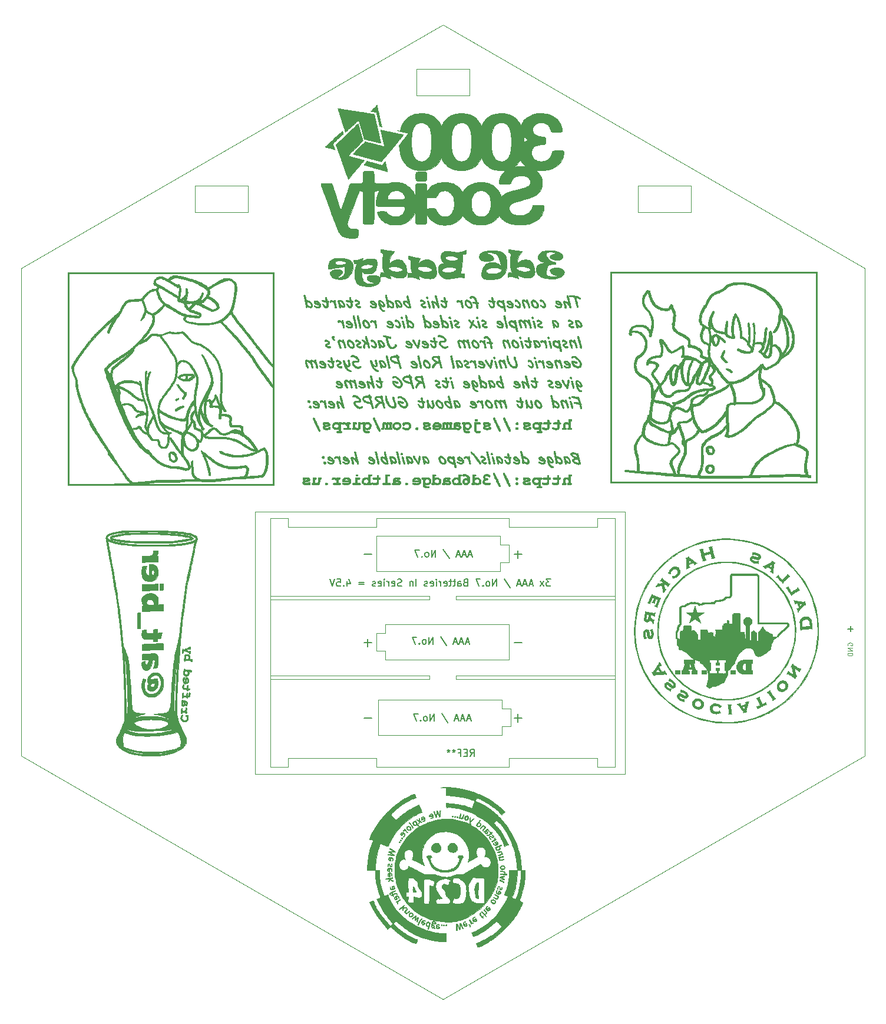
<source format=gbr>
G04 #@! TF.GenerationSoftware,KiCad,Pcbnew,(5.1.9)-1*
G04 #@! TF.CreationDate,2021-03-09T11:18:01-06:00*
G04 #@! TF.ProjectId,altbier_pcb_3d6,616c7462-6965-4725-9f70-63625f336436,2*
G04 #@! TF.SameCoordinates,Original*
G04 #@! TF.FileFunction,Legend,Bot*
G04 #@! TF.FilePolarity,Positive*
%FSLAX46Y46*%
G04 Gerber Fmt 4.6, Leading zero omitted, Abs format (unit mm)*
G04 Created by KiCad (PCBNEW (5.1.9)-1) date 2021-03-09 11:18:01*
%MOMM*%
%LPD*%
G01*
G04 APERTURE LIST*
G04 #@! TA.AperFunction,Profile*
%ADD10C,0.100000*%
G04 #@! TD*
G04 #@! TA.AperFunction,Profile*
%ADD11C,0.050000*%
G04 #@! TD*
%ADD12C,0.010000*%
%ADD13C,0.120000*%
%ADD14C,0.150000*%
%ADD15C,0.100000*%
G04 APERTURE END LIST*
D10*
X111714600Y-49796200D02*
X111714600Y-45986200D01*
X119334600Y-49796200D02*
X111714600Y-49796200D01*
X111714600Y-45986200D02*
X119334600Y-45986200D01*
X119334600Y-45986200D02*
X119334600Y-49796200D01*
X175384600Y-49796200D02*
X175384600Y-45986200D01*
X183004600Y-49796200D02*
X175384600Y-49796200D01*
X175384600Y-45986200D02*
X183004600Y-45986200D01*
X183004600Y-45986200D02*
X183004600Y-49796200D01*
X151154600Y-29286200D02*
X151154600Y-33096200D01*
X143534600Y-29286200D02*
X151154600Y-29286200D01*
X143534600Y-33096200D02*
X143534600Y-29286200D01*
X151154600Y-33096200D02*
X143534600Y-33096200D01*
D11*
X86741000Y-57889000D02*
X147362778Y-22889000D01*
X147362778Y-162889000D02*
X207984556Y-127889000D01*
X207984556Y-57889000D02*
X147362778Y-22889000D01*
X147362778Y-162889000D02*
X86741000Y-127889000D01*
X86741000Y-57889000D02*
X86741000Y-127889000D01*
X207984556Y-57889000D02*
X207984556Y-127889000D01*
D12*
G04 #@! TO.C,G\u002A\u002A\u002A*
G36*
X171419218Y-88649849D02*
G01*
X201129521Y-88649849D01*
X201129521Y-58570091D01*
X200960187Y-58570091D01*
X200952428Y-73533000D01*
X200944668Y-88495909D01*
X171573157Y-88495909D01*
X171573157Y-58570091D01*
X200960187Y-58570091D01*
X201129521Y-58570091D01*
X201129521Y-58416152D01*
X171419218Y-58416152D01*
X171419218Y-88649849D01*
G37*
X171419218Y-88649849D02*
X201129521Y-88649849D01*
X201129521Y-58570091D01*
X200960187Y-58570091D01*
X200952428Y-73533000D01*
X200944668Y-88495909D01*
X171573157Y-88495909D01*
X171573157Y-58570091D01*
X200960187Y-58570091D01*
X201129521Y-58570091D01*
X201129521Y-58416152D01*
X171419218Y-58416152D01*
X171419218Y-88649849D01*
G36*
X189526950Y-59898965D02*
G01*
X189181157Y-59927292D01*
X188876282Y-59976353D01*
X188603256Y-60047808D01*
X188353006Y-60143315D01*
X188239947Y-60197355D01*
X188140288Y-60256802D01*
X188030984Y-60335786D01*
X187922152Y-60425044D01*
X187823915Y-60515316D01*
X187746390Y-60597339D01*
X187699698Y-60661853D01*
X187692841Y-60698062D01*
X187697727Y-60720201D01*
X187678035Y-60711590D01*
X187632070Y-60711947D01*
X187579819Y-60744343D01*
X187543430Y-60790051D01*
X187542155Y-60826478D01*
X187541369Y-60843218D01*
X187528178Y-60837264D01*
X187489124Y-60841972D01*
X187406734Y-60869776D01*
X187292732Y-60916208D01*
X187158843Y-60976801D01*
X187146269Y-60982772D01*
X186999789Y-61051028D01*
X186861388Y-61112716D01*
X186747014Y-61160897D01*
X186674612Y-61188006D01*
X186429662Y-61282294D01*
X186190270Y-61404477D01*
X185980686Y-61541699D01*
X185925707Y-61585156D01*
X185799653Y-61699182D01*
X185704286Y-61803860D01*
X185645581Y-61891363D01*
X185629511Y-61953869D01*
X185634176Y-61967036D01*
X185632478Y-61982449D01*
X185619102Y-61976275D01*
X185583744Y-61987467D01*
X185529958Y-62040827D01*
X185493431Y-62089267D01*
X185434240Y-62185900D01*
X185364610Y-62315449D01*
X185292459Y-62461214D01*
X185225706Y-62606498D01*
X185172267Y-62734602D01*
X185140061Y-62828828D01*
X185137216Y-62840508D01*
X185093578Y-62936129D01*
X185011615Y-63039341D01*
X184908458Y-63130974D01*
X184838014Y-63175319D01*
X184773576Y-63218959D01*
X184755349Y-63269204D01*
X184759179Y-63302699D01*
X184753248Y-63379079D01*
X184704125Y-63472501D01*
X184677641Y-63509243D01*
X184637689Y-63564756D01*
X184599614Y-63625290D01*
X184558559Y-63700444D01*
X184509668Y-63799818D01*
X184448086Y-63933011D01*
X184368955Y-64109621D01*
X184333821Y-64188879D01*
X184283656Y-64319665D01*
X184241335Y-64460131D01*
X184222920Y-64542940D01*
X184203912Y-64653247D01*
X184187237Y-64749895D01*
X184180436Y-64789243D01*
X184143087Y-65033067D01*
X184125247Y-65231260D01*
X184127521Y-65396791D01*
X184150511Y-65542631D01*
X184194823Y-65681751D01*
X184225304Y-65753153D01*
X184308216Y-65891495D01*
X184427947Y-66037100D01*
X184566413Y-66169350D01*
X184640486Y-66226470D01*
X184730723Y-66289815D01*
X184615547Y-66446716D01*
X184551327Y-66544236D01*
X184503263Y-66635708D01*
X184485000Y-66688382D01*
X184465217Y-66762512D01*
X184445113Y-66804892D01*
X184418382Y-66857638D01*
X184399345Y-66913606D01*
X184379117Y-66986807D01*
X184350311Y-67090975D01*
X184331241Y-67159909D01*
X184297286Y-67356194D01*
X184290763Y-67581105D01*
X184310111Y-67811235D01*
X184353772Y-68023179D01*
X184396918Y-68145801D01*
X184447661Y-68254552D01*
X184496050Y-68346382D01*
X184530904Y-68400434D01*
X184588593Y-68451732D01*
X184683617Y-68518098D01*
X184804827Y-68593524D01*
X184941075Y-68672004D01*
X185081210Y-68747530D01*
X185214083Y-68814094D01*
X185328545Y-68865690D01*
X185413446Y-68896311D01*
X185457637Y-68899949D01*
X185457814Y-68899842D01*
X185472570Y-68892633D01*
X185482030Y-68897546D01*
X185485735Y-68922411D01*
X185483227Y-68975054D01*
X185474050Y-69063302D01*
X185457746Y-69194983D01*
X185433857Y-69377925D01*
X185426688Y-69432267D01*
X185403016Y-69616569D01*
X185387800Y-69756535D01*
X185380780Y-69868780D01*
X185381697Y-69969924D01*
X185390289Y-70076585D01*
X185406297Y-70205380D01*
X185413745Y-70259782D01*
X185435930Y-70408845D01*
X185458591Y-70541876D01*
X185478880Y-70643181D01*
X185492400Y-70693331D01*
X185509836Y-70764727D01*
X185492246Y-70787891D01*
X185473792Y-70777485D01*
X184811945Y-70777485D01*
X184796551Y-70792879D01*
X184781157Y-70777485D01*
X184796551Y-70762091D01*
X184811945Y-70777485D01*
X185473792Y-70777485D01*
X185442602Y-70759898D01*
X185433164Y-70751640D01*
X185426464Y-70746697D01*
X184750369Y-70746697D01*
X184734975Y-70762091D01*
X184719581Y-70746697D01*
X184734975Y-70731303D01*
X184750369Y-70746697D01*
X185426464Y-70746697D01*
X185379055Y-70711725D01*
X185348309Y-70699471D01*
X185305175Y-70686366D01*
X185230232Y-70654643D01*
X185196793Y-70638940D01*
X185117092Y-70602516D01*
X185061495Y-70580883D01*
X185050822Y-70578409D01*
X185013566Y-70566130D01*
X184935818Y-70534605D01*
X184934242Y-70533923D01*
X184774637Y-70533923D01*
X184764288Y-70533978D01*
X184719581Y-70513316D01*
X184658702Y-70482658D01*
X184629783Y-70465436D01*
X184621978Y-70449983D01*
X184650243Y-70455580D01*
X184695580Y-70475719D01*
X184736788Y-70502093D01*
X184774637Y-70533923D01*
X184934242Y-70533923D01*
X184833094Y-70490174D01*
X184813079Y-70481264D01*
X184598155Y-70385164D01*
X184605418Y-70315667D01*
X184380915Y-70315667D01*
X184365521Y-70331061D01*
X184350127Y-70315667D01*
X184365521Y-70300273D01*
X184380915Y-70315667D01*
X184605418Y-70315667D01*
X184616673Y-70207991D01*
X184616816Y-70192515D01*
X184411703Y-70192515D01*
X184396309Y-70207909D01*
X184380915Y-70192515D01*
X184396309Y-70177121D01*
X184411703Y-70192515D01*
X184616816Y-70192515D01*
X184618578Y-70002657D01*
X184463016Y-70002657D01*
X184458789Y-70020960D01*
X184442490Y-70023182D01*
X184417149Y-70011917D01*
X184421965Y-70002657D01*
X184458503Y-69998972D01*
X184463016Y-70002657D01*
X184618578Y-70002657D01*
X184618641Y-69995931D01*
X184614294Y-69977000D01*
X184565642Y-69977000D01*
X184550248Y-69992394D01*
X184534854Y-69977000D01*
X184550248Y-69961606D01*
X184565642Y-69977000D01*
X184614294Y-69977000D01*
X184600154Y-69915424D01*
X184504066Y-69915424D01*
X184488672Y-69930818D01*
X184473278Y-69915424D01*
X184488672Y-69900031D01*
X184504066Y-69915424D01*
X184600154Y-69915424D01*
X184575294Y-69807169D01*
X184567239Y-69792273D01*
X184380915Y-69792273D01*
X184365521Y-69807667D01*
X184350127Y-69792273D01*
X184365521Y-69776879D01*
X184380915Y-69792273D01*
X184567239Y-69792273D01*
X184533940Y-69730697D01*
X184226975Y-69730697D01*
X184211581Y-69746091D01*
X184196187Y-69730697D01*
X184211581Y-69715303D01*
X184226975Y-69730697D01*
X184533940Y-69730697D01*
X184483992Y-69638334D01*
X184442490Y-69638334D01*
X184427097Y-69653727D01*
X184411703Y-69638334D01*
X184427097Y-69622940D01*
X184442490Y-69638334D01*
X184483992Y-69638334D01*
X184483373Y-69637190D01*
X184456006Y-69607546D01*
X184226975Y-69607546D01*
X184211581Y-69622940D01*
X184196187Y-69607546D01*
X184211581Y-69592152D01*
X184226975Y-69607546D01*
X184456006Y-69607546D01*
X184399158Y-69545970D01*
X184350127Y-69545970D01*
X184334733Y-69561364D01*
X184319339Y-69545970D01*
X184011460Y-69545970D01*
X183996066Y-69561364D01*
X183980672Y-69545970D01*
X183996066Y-69530576D01*
X184011460Y-69545970D01*
X184319339Y-69545970D01*
X184334733Y-69530576D01*
X184350127Y-69545970D01*
X184399158Y-69545970D01*
X184370735Y-69515182D01*
X184165400Y-69515182D01*
X184150006Y-69530576D01*
X184134612Y-69515182D01*
X183949884Y-69515182D01*
X183934490Y-69530576D01*
X183919097Y-69515182D01*
X183934490Y-69499788D01*
X183949884Y-69515182D01*
X184134612Y-69515182D01*
X184150006Y-69499788D01*
X184165400Y-69515182D01*
X184370735Y-69515182D01*
X184354672Y-69497784D01*
X184281003Y-69497784D01*
X184276791Y-69499788D01*
X184256836Y-69484394D01*
X183857521Y-69484394D01*
X183842127Y-69499788D01*
X183826733Y-69484394D01*
X183842127Y-69469000D01*
X183857521Y-69484394D01*
X184256836Y-69484394D01*
X184248695Y-69478114D01*
X184242369Y-69469000D01*
X184234524Y-69440217D01*
X184238735Y-69438212D01*
X184266832Y-69459886D01*
X184273157Y-69469000D01*
X184281003Y-69497784D01*
X184354672Y-69497784D01*
X184339622Y-69481483D01*
X184208777Y-69385440D01*
X184155184Y-69385440D01*
X184143304Y-69402344D01*
X184134224Y-69408316D01*
X184071576Y-69436074D01*
X184043094Y-69421774D01*
X184042248Y-69413976D01*
X184068443Y-69393017D01*
X184111133Y-69384551D01*
X184155184Y-69385440D01*
X184208777Y-69385440D01*
X184140782Y-69335531D01*
X184131517Y-69330455D01*
X183518854Y-69330455D01*
X183503460Y-69345849D01*
X183488066Y-69330455D01*
X183503460Y-69315061D01*
X183518854Y-69330455D01*
X184131517Y-69330455D01*
X184065948Y-69294536D01*
X184001198Y-69294536D01*
X183996971Y-69312839D01*
X183980672Y-69315061D01*
X183955330Y-69303796D01*
X183960147Y-69294536D01*
X183996685Y-69290851D01*
X184001198Y-69294536D01*
X184065948Y-69294536D01*
X184019113Y-69268879D01*
X183919097Y-69268879D01*
X183903703Y-69284273D01*
X183888309Y-69268879D01*
X183642006Y-69268879D01*
X183626612Y-69284273D01*
X183611218Y-69268879D01*
X183626612Y-69253485D01*
X183642006Y-69268879D01*
X183888309Y-69268879D01*
X183903703Y-69253485D01*
X183919097Y-69268879D01*
X184019113Y-69268879D01*
X183906709Y-69207303D01*
X183826733Y-69207303D01*
X183811339Y-69222697D01*
X183795945Y-69207303D01*
X183811339Y-69191909D01*
X183826733Y-69207303D01*
X183906709Y-69207303D01*
X183886495Y-69196230D01*
X183774385Y-69145727D01*
X182933884Y-69145727D01*
X182918490Y-69161121D01*
X182903097Y-69145727D01*
X182918490Y-69130334D01*
X182933884Y-69145727D01*
X183774385Y-69145727D01*
X183727266Y-69124501D01*
X183557121Y-69057231D01*
X183400701Y-69003762D01*
X183318733Y-68980992D01*
X183187154Y-68947302D01*
X183065080Y-68912119D01*
X183027176Y-68899424D01*
X182872309Y-68899424D01*
X182856915Y-68914818D01*
X182841521Y-68899424D01*
X182856915Y-68884031D01*
X182872309Y-68899424D01*
X183027176Y-68899424D01*
X182975927Y-68882260D01*
X182966169Y-68878385D01*
X182859907Y-68834558D01*
X182858411Y-68528325D01*
X182856065Y-68381829D01*
X182848361Y-68278467D01*
X182831748Y-68199822D01*
X182815952Y-68160515D01*
X182533642Y-68160515D01*
X182518248Y-68175909D01*
X182502854Y-68160515D01*
X182518248Y-68145121D01*
X182533642Y-68160515D01*
X182815952Y-68160515D01*
X182802675Y-68127479D01*
X182771449Y-68068152D01*
X182718369Y-68068152D01*
X182702975Y-68083546D01*
X182687581Y-68068152D01*
X182702975Y-68052758D01*
X182718369Y-68068152D01*
X182771449Y-68068152D01*
X182768635Y-68062807D01*
X182752383Y-68037364D01*
X182441278Y-68037364D01*
X182425884Y-68052758D01*
X182410490Y-68037364D01*
X182425884Y-68021970D01*
X182441278Y-68037364D01*
X182752383Y-68037364D01*
X182710770Y-67972220D01*
X182662833Y-67923529D01*
X182640901Y-67918664D01*
X182613417Y-67914212D01*
X182533642Y-67914212D01*
X182518248Y-67929606D01*
X182318127Y-67929606D01*
X182307622Y-67959594D01*
X182304550Y-67960394D01*
X182278264Y-67938820D01*
X182271945Y-67929606D01*
X182274386Y-67901236D01*
X182285522Y-67898818D01*
X182316874Y-67921168D01*
X182318127Y-67929606D01*
X182518248Y-67929606D01*
X182502854Y-67914212D01*
X182518248Y-67898818D01*
X182533642Y-67914212D01*
X182613417Y-67914212D01*
X182591834Y-67910716D01*
X182578181Y-67896160D01*
X182572475Y-67872939D01*
X182590461Y-67880484D01*
X182621457Y-67886837D01*
X182621652Y-67860040D01*
X182593430Y-67818813D01*
X182581172Y-67807574D01*
X182528478Y-67785658D01*
X182503440Y-67790699D01*
X182490251Y-67788764D01*
X182159742Y-67788764D01*
X182152483Y-67804829D01*
X182135217Y-67806455D01*
X182093468Y-67784094D01*
X182087436Y-67776020D01*
X182092391Y-67758524D01*
X182116407Y-67763920D01*
X182159742Y-67788764D01*
X182490251Y-67788764D01*
X182478936Y-67787104D01*
X182479000Y-67770258D01*
X182465945Y-67737886D01*
X182450083Y-67736813D01*
X182423673Y-67722101D01*
X182425422Y-67706025D01*
X182406291Y-67675237D01*
X182345583Y-67622134D01*
X182255280Y-67554780D01*
X182147368Y-67481238D01*
X182033829Y-67409571D01*
X182001268Y-67390818D01*
X181917884Y-67390818D01*
X181902490Y-67406212D01*
X181887097Y-67390818D01*
X181332915Y-67390818D01*
X181317521Y-67406212D01*
X181302127Y-67390818D01*
X181317521Y-67375424D01*
X181332915Y-67390818D01*
X181887097Y-67390818D01*
X181902490Y-67375424D01*
X181917884Y-67390818D01*
X182001268Y-67390818D01*
X181947812Y-67360031D01*
X181856309Y-67360031D01*
X181840915Y-67375424D01*
X181825521Y-67360031D01*
X181840915Y-67344637D01*
X181856309Y-67360031D01*
X181947812Y-67360031D01*
X181926646Y-67347841D01*
X181875355Y-67322595D01*
X181754631Y-67322595D01*
X181741389Y-67339889D01*
X181732769Y-67345528D01*
X181689068Y-67371087D01*
X181670325Y-67366515D01*
X181660137Y-67351028D01*
X181673379Y-67330151D01*
X181711811Y-67321603D01*
X181754631Y-67322595D01*
X181875355Y-67322595D01*
X181837804Y-67304112D01*
X181823360Y-67298455D01*
X181178975Y-67298455D01*
X181163581Y-67313849D01*
X181148187Y-67298455D01*
X181163581Y-67283061D01*
X181178975Y-67298455D01*
X181823360Y-67298455D01*
X181814550Y-67295005D01*
X181743329Y-67265695D01*
X181680188Y-67236879D01*
X181579218Y-67236879D01*
X181563824Y-67252273D01*
X181548430Y-67236879D01*
X181563824Y-67221485D01*
X181579218Y-67236879D01*
X181680188Y-67236879D01*
X181636265Y-67216834D01*
X181512221Y-67157137D01*
X181486862Y-67144515D01*
X181394490Y-67144515D01*
X181379097Y-67159909D01*
X181363703Y-67144515D01*
X181379097Y-67129121D01*
X181394490Y-67144515D01*
X181486862Y-67144515D01*
X181462449Y-67132364D01*
X181347284Y-67078336D01*
X181251090Y-67040390D01*
X181187912Y-67023728D01*
X181172904Y-67025116D01*
X181152801Y-67027449D01*
X181157756Y-67015395D01*
X181144306Y-66983385D01*
X181091798Y-66925229D01*
X181027795Y-66867424D01*
X180963460Y-66867424D01*
X180948066Y-66882818D01*
X180932672Y-66867424D01*
X180948066Y-66852031D01*
X180963460Y-66867424D01*
X181027795Y-66867424D01*
X181010427Y-66851738D01*
X180979698Y-66826540D01*
X180869001Y-66729285D01*
X180763359Y-66622138D01*
X180762514Y-66621121D01*
X180470854Y-66621121D01*
X180455460Y-66636515D01*
X180440066Y-66621121D01*
X180455460Y-66605727D01*
X180470854Y-66621121D01*
X180762514Y-66621121D01*
X180736930Y-66590334D01*
X180532430Y-66590334D01*
X180517036Y-66605727D01*
X180501642Y-66590334D01*
X180517036Y-66574940D01*
X180532430Y-66590334D01*
X180736930Y-66590334D01*
X180684498Y-66527241D01*
X180680584Y-66521690D01*
X180665489Y-66497970D01*
X180624793Y-66497970D01*
X180609400Y-66513364D01*
X180594006Y-66497970D01*
X180609400Y-66482576D01*
X180624793Y-66497970D01*
X180665489Y-66497970D01*
X180623205Y-66431526D01*
X180592832Y-66354480D01*
X180581562Y-66263060D01*
X180580817Y-66174697D01*
X180584826Y-66004804D01*
X180592339Y-65859210D01*
X180598613Y-65789849D01*
X180316915Y-65789849D01*
X180301521Y-65805243D01*
X180286127Y-65789849D01*
X180301521Y-65774455D01*
X180316915Y-65789849D01*
X180598613Y-65789849D01*
X180602508Y-65746790D01*
X180614483Y-65676417D01*
X180627416Y-65656966D01*
X180630051Y-65659980D01*
X180646180Y-65661157D01*
X180661869Y-65609893D01*
X180676196Y-65512758D01*
X180624793Y-65512758D01*
X180609400Y-65528152D01*
X180594006Y-65512758D01*
X180609400Y-65497364D01*
X180624793Y-65512758D01*
X180676196Y-65512758D01*
X180677543Y-65503630D01*
X180693628Y-65339809D01*
X180703100Y-65220273D01*
X180714643Y-65081263D01*
X180727599Y-64949669D01*
X180735735Y-64881606D01*
X180686369Y-64881606D01*
X180675104Y-64906948D01*
X180665844Y-64902132D01*
X180662159Y-64865593D01*
X180665844Y-64861081D01*
X180684147Y-64865307D01*
X180686369Y-64881606D01*
X180735735Y-64881606D01*
X180739519Y-64849953D01*
X180741650Y-64835424D01*
X180755668Y-64666091D01*
X180717157Y-64666091D01*
X180705892Y-64691433D01*
X180696632Y-64686616D01*
X180696115Y-64681485D01*
X180624793Y-64681485D01*
X180609400Y-64696879D01*
X180594006Y-64681485D01*
X180563218Y-64681485D01*
X180547824Y-64696879D01*
X180532430Y-64681485D01*
X180547824Y-64666091D01*
X180563218Y-64681485D01*
X180594006Y-64681485D01*
X180609400Y-64666091D01*
X180624793Y-64681485D01*
X180696115Y-64681485D01*
X180692947Y-64650078D01*
X180696632Y-64645566D01*
X180714935Y-64649792D01*
X180717157Y-64666091D01*
X180755668Y-64666091D01*
X180756908Y-64651123D01*
X180754521Y-64558334D01*
X180655581Y-64558334D01*
X180640187Y-64573727D01*
X180563218Y-64573727D01*
X180551953Y-64599069D01*
X180542692Y-64594253D01*
X180539008Y-64557715D01*
X180542692Y-64553202D01*
X180560996Y-64557428D01*
X180563218Y-64573727D01*
X180640187Y-64573727D01*
X180624793Y-64558334D01*
X180640187Y-64542940D01*
X180655581Y-64558334D01*
X180754521Y-64558334D01*
X180751802Y-64452701D01*
X180748847Y-64430051D01*
X180706895Y-64430051D01*
X180702668Y-64448354D01*
X180686369Y-64450576D01*
X180532430Y-64450576D01*
X180521165Y-64475918D01*
X180511905Y-64471101D01*
X180508220Y-64434563D01*
X180511905Y-64430051D01*
X180530208Y-64434277D01*
X180532430Y-64450576D01*
X180686369Y-64450576D01*
X180661027Y-64439311D01*
X180665844Y-64430051D01*
X180702382Y-64426366D01*
X180706895Y-64430051D01*
X180748847Y-64430051D01*
X180741482Y-64373606D01*
X180717157Y-64373606D01*
X180701763Y-64389000D01*
X180686369Y-64373606D01*
X180701763Y-64358212D01*
X180717157Y-64373606D01*
X180741482Y-64373606D01*
X180727846Y-64269100D01*
X180723293Y-64250455D01*
X180686369Y-64250455D01*
X180670975Y-64265849D01*
X180655581Y-64250455D01*
X180670975Y-64235061D01*
X180686369Y-64250455D01*
X180723293Y-64250455D01*
X180707707Y-64186642D01*
X180690932Y-64138853D01*
X180647582Y-64138853D01*
X180625028Y-64124097D01*
X180620973Y-64120119D01*
X180596654Y-64079753D01*
X180599952Y-64064913D01*
X180622854Y-64074152D01*
X180638208Y-64102884D01*
X180647582Y-64138853D01*
X180690932Y-64138853D01*
X180676200Y-64096885D01*
X180633458Y-63988758D01*
X180594006Y-63988758D01*
X180582741Y-64014100D01*
X180573480Y-64009283D01*
X180569796Y-63972745D01*
X180573480Y-63968233D01*
X180591784Y-63972459D01*
X180594006Y-63988758D01*
X180633458Y-63988758D01*
X180625819Y-63969435D01*
X180601558Y-63911788D01*
X180563218Y-63911788D01*
X180547824Y-63927182D01*
X180532430Y-63911788D01*
X180547824Y-63896394D01*
X180563218Y-63911788D01*
X180601558Y-63911788D01*
X180563901Y-63822316D01*
X180548997Y-63788637D01*
X180440066Y-63788637D01*
X180424672Y-63804031D01*
X180409278Y-63788637D01*
X180424672Y-63773243D01*
X180440066Y-63788637D01*
X180548997Y-63788637D01*
X180521745Y-63727061D01*
X180470854Y-63727061D01*
X180455460Y-63742455D01*
X180440066Y-63727061D01*
X180455460Y-63711667D01*
X180470854Y-63727061D01*
X180521745Y-63727061D01*
X180507237Y-63694281D01*
X180461144Y-63588749D01*
X179760716Y-63588749D01*
X179753071Y-63604693D01*
X179735872Y-63627000D01*
X179690934Y-63674865D01*
X179670875Y-63674657D01*
X179670369Y-63669255D01*
X179691409Y-63643555D01*
X179724248Y-63615376D01*
X179760716Y-63588749D01*
X180461144Y-63588749D01*
X180444266Y-63550107D01*
X180428679Y-63511546D01*
X180378490Y-63511546D01*
X180363097Y-63526940D01*
X180347703Y-63511546D01*
X180363097Y-63496152D01*
X180378490Y-63511546D01*
X180428679Y-63511546D01*
X180391342Y-63419182D01*
X180347703Y-63419182D01*
X180332309Y-63434576D01*
X180316915Y-63419182D01*
X180332309Y-63403788D01*
X180347703Y-63419182D01*
X180391342Y-63419182D01*
X180389785Y-63415332D01*
X180357584Y-63326818D01*
X180316915Y-63326818D01*
X180301521Y-63342212D01*
X180286127Y-63326818D01*
X180301521Y-63311424D01*
X180316915Y-63326818D01*
X180357584Y-63326818D01*
X180349943Y-63305815D01*
X180331553Y-63241257D01*
X180302402Y-63142119D01*
X180251015Y-63088093D01*
X180160040Y-63063360D01*
X180133012Y-63060281D01*
X180070732Y-63057745D01*
X180030907Y-63074371D01*
X179998533Y-63123269D01*
X179961640Y-63209989D01*
X179875850Y-63386323D01*
X179776468Y-63513587D01*
X179653179Y-63604196D01*
X179619979Y-63621341D01*
X179549769Y-63652560D01*
X179487980Y-63669031D01*
X179415802Y-63672151D01*
X179339262Y-63665485D01*
X178993036Y-63665485D01*
X178977642Y-63680879D01*
X178962248Y-63665485D01*
X178977642Y-63650091D01*
X178993036Y-63665485D01*
X179339262Y-63665485D01*
X179314425Y-63663322D01*
X179219005Y-63651178D01*
X179114199Y-63634697D01*
X178284915Y-63634697D01*
X178269521Y-63650091D01*
X178254127Y-63634697D01*
X178269521Y-63619303D01*
X178284915Y-63634697D01*
X179114199Y-63634697D01*
X179078899Y-63629146D01*
X178945779Y-63602447D01*
X178843855Y-63576070D01*
X178835037Y-63573121D01*
X178377278Y-63573121D01*
X178361884Y-63588515D01*
X178346490Y-63573121D01*
X178361884Y-63557727D01*
X178377278Y-63573121D01*
X178835037Y-63573121D01*
X178826694Y-63570331D01*
X178748233Y-63542334D01*
X178130975Y-63542334D01*
X178115581Y-63557727D01*
X178100187Y-63542334D01*
X178115581Y-63526940D01*
X178130975Y-63542334D01*
X178748233Y-63542334D01*
X178713655Y-63529996D01*
X178590298Y-63486499D01*
X178573872Y-63480758D01*
X178438854Y-63480758D01*
X178423460Y-63496152D01*
X178408066Y-63480758D01*
X178423460Y-63465364D01*
X178438854Y-63480758D01*
X178573872Y-63480758D01*
X178562006Y-63476611D01*
X178503158Y-63449970D01*
X178377278Y-63449970D01*
X178361884Y-63465364D01*
X178346490Y-63449970D01*
X178361884Y-63434576D01*
X178377278Y-63449970D01*
X178503158Y-63449970D01*
X178492641Y-63445209D01*
X178393717Y-63391291D01*
X178327978Y-63352475D01*
X178213076Y-63352475D01*
X178208850Y-63370778D01*
X178192551Y-63373000D01*
X177915460Y-63373000D01*
X177904195Y-63398342D01*
X177894935Y-63393525D01*
X177891250Y-63356987D01*
X177894935Y-63352475D01*
X177913238Y-63356701D01*
X177915460Y-63373000D01*
X178192551Y-63373000D01*
X178167209Y-63361735D01*
X178172026Y-63352475D01*
X178208564Y-63348790D01*
X178213076Y-63352475D01*
X178327978Y-63352475D01*
X178284526Y-63326818D01*
X177823097Y-63326818D01*
X177807703Y-63342212D01*
X177792309Y-63326818D01*
X177807703Y-63311424D01*
X177823097Y-63326818D01*
X178284526Y-63326818D01*
X178276748Y-63322226D01*
X178185170Y-63265243D01*
X178100187Y-63265243D01*
X178084793Y-63280637D01*
X178069400Y-63265243D01*
X178084793Y-63249849D01*
X178100187Y-63265243D01*
X178185170Y-63265243D01*
X178153249Y-63245381D01*
X178136489Y-63234455D01*
X177792309Y-63234455D01*
X177776915Y-63249849D01*
X177761521Y-63234455D01*
X177776915Y-63219061D01*
X177792309Y-63234455D01*
X178136489Y-63234455D01*
X178089259Y-63203667D01*
X178007824Y-63203667D01*
X177992430Y-63219061D01*
X177977036Y-63203667D01*
X177992430Y-63188273D01*
X178007824Y-63203667D01*
X178089259Y-63203667D01*
X178034733Y-63168123D01*
X177989513Y-63136960D01*
X177905198Y-63136960D01*
X177900971Y-63155263D01*
X177884672Y-63157485D01*
X177859330Y-63146220D01*
X177861477Y-63142091D01*
X177607581Y-63142091D01*
X177592187Y-63157485D01*
X177576793Y-63142091D01*
X177592187Y-63126697D01*
X177607581Y-63142091D01*
X177861477Y-63142091D01*
X177864147Y-63136960D01*
X177900685Y-63133275D01*
X177905198Y-63136960D01*
X177989513Y-63136960D01*
X177932716Y-63097820D01*
X177909840Y-63080515D01*
X177823097Y-63080515D01*
X177807703Y-63095909D01*
X177792309Y-63080515D01*
X177807703Y-63065121D01*
X177823097Y-63080515D01*
X177909840Y-63080515D01*
X177858713Y-63041840D01*
X177824237Y-63007551D01*
X177823097Y-63003822D01*
X177815963Y-62988152D01*
X177484430Y-62988152D01*
X177469036Y-63003546D01*
X177453642Y-62988152D01*
X177469036Y-62972758D01*
X177484430Y-62988152D01*
X177815963Y-62988152D01*
X177807430Y-62969410D01*
X177765987Y-62897970D01*
X177745384Y-62865000D01*
X177699945Y-62865000D01*
X177684551Y-62880394D01*
X177669157Y-62865000D01*
X177684551Y-62849606D01*
X177699945Y-62865000D01*
X177745384Y-62865000D01*
X177726144Y-62834212D01*
X177638369Y-62834212D01*
X177622975Y-62849606D01*
X177607581Y-62834212D01*
X177622975Y-62818818D01*
X177638369Y-62834212D01*
X177726144Y-62834212D01*
X177707101Y-62803740D01*
X177695065Y-62785107D01*
X177660870Y-62726455D01*
X177607581Y-62726455D01*
X177596317Y-62751797D01*
X177587056Y-62746980D01*
X177583371Y-62710442D01*
X177587056Y-62705929D01*
X177605359Y-62710156D01*
X177607581Y-62726455D01*
X177660870Y-62726455D01*
X177598045Y-62618697D01*
X177268915Y-62618697D01*
X177253521Y-62634091D01*
X177238127Y-62618697D01*
X177253521Y-62603303D01*
X177268915Y-62618697D01*
X177598045Y-62618697D01*
X177580095Y-62587909D01*
X177515218Y-62587909D01*
X177499824Y-62603303D01*
X177484430Y-62587909D01*
X177499824Y-62572515D01*
X177515218Y-62587909D01*
X177580095Y-62587909D01*
X177541203Y-62521202D01*
X177474167Y-62521202D01*
X177469941Y-62539506D01*
X177453642Y-62541727D01*
X177428300Y-62530463D01*
X177433117Y-62521202D01*
X177469655Y-62517518D01*
X177474167Y-62521202D01*
X177541203Y-62521202D01*
X177510317Y-62468226D01*
X177412271Y-62468226D01*
X177407460Y-62480152D01*
X177379794Y-62509523D01*
X177374855Y-62510940D01*
X177366310Y-62495546D01*
X177207339Y-62495546D01*
X177191945Y-62510940D01*
X177176551Y-62495546D01*
X177191945Y-62480152D01*
X177207339Y-62495546D01*
X177366310Y-62495546D01*
X177361631Y-62487119D01*
X177361278Y-62480152D01*
X177384947Y-62450547D01*
X177393883Y-62449364D01*
X177412271Y-62468226D01*
X177510317Y-62468226D01*
X177508253Y-62464687D01*
X177446956Y-62326212D01*
X177392066Y-62326212D01*
X177380801Y-62351554D01*
X177371541Y-62346738D01*
X177367919Y-62310818D01*
X177176551Y-62310818D01*
X177161157Y-62326212D01*
X177145763Y-62310818D01*
X177161157Y-62295424D01*
X177176551Y-62310818D01*
X177367919Y-62310818D01*
X177367856Y-62310200D01*
X177371541Y-62305687D01*
X177389844Y-62309913D01*
X177392066Y-62326212D01*
X177446956Y-62326212D01*
X177385628Y-62187667D01*
X177330490Y-62187667D01*
X177315097Y-62203061D01*
X177299703Y-62187667D01*
X177176551Y-62187667D01*
X177161157Y-62203061D01*
X177145763Y-62187667D01*
X177161157Y-62172273D01*
X177176551Y-62187667D01*
X177299703Y-62187667D01*
X177315097Y-62172273D01*
X177330490Y-62187667D01*
X177385628Y-62187667D01*
X177373392Y-62160025D01*
X177345867Y-62079909D01*
X177319267Y-62002940D01*
X177053400Y-62002940D01*
X177038006Y-62018334D01*
X177022612Y-62002940D01*
X177038006Y-61987546D01*
X177053400Y-62002940D01*
X177319267Y-62002940D01*
X177311998Y-61981907D01*
X177281643Y-61906851D01*
X177267122Y-61879788D01*
X177176551Y-61879788D01*
X177161157Y-61895182D01*
X177007218Y-61895182D01*
X177004777Y-61923553D01*
X176993641Y-61925970D01*
X176962289Y-61903621D01*
X176961036Y-61895182D01*
X176971540Y-61865195D01*
X176974613Y-61864394D01*
X177000899Y-61885968D01*
X177007218Y-61895182D01*
X177161157Y-61895182D01*
X177145763Y-61879788D01*
X177161157Y-61864394D01*
X177176551Y-61879788D01*
X177267122Y-61879788D01*
X177266503Y-61878636D01*
X177239673Y-61825309D01*
X177226902Y-61791194D01*
X177176551Y-61791194D01*
X177161575Y-61800410D01*
X177120646Y-61760860D01*
X177111048Y-61748940D01*
X177094189Y-61725849D01*
X176930248Y-61725849D01*
X176914854Y-61741243D01*
X176899460Y-61725849D01*
X176914854Y-61710455D01*
X176930248Y-61725849D01*
X177094189Y-61725849D01*
X177084421Y-61712472D01*
X177100365Y-61720117D01*
X177122672Y-61737315D01*
X177165312Y-61775295D01*
X177176551Y-61791194D01*
X177226902Y-61791194D01*
X177203440Y-61728522D01*
X177172189Y-61633485D01*
X177022612Y-61633485D01*
X177007218Y-61648879D01*
X176991824Y-61633485D01*
X177007218Y-61618091D01*
X177022612Y-61633485D01*
X177172189Y-61633485D01*
X177162723Y-61604700D01*
X177162123Y-61602697D01*
X176899460Y-61602697D01*
X176884066Y-61618091D01*
X176868672Y-61602697D01*
X176884066Y-61587303D01*
X176899460Y-61602697D01*
X177162123Y-61602697D01*
X177141704Y-61534553D01*
X177110012Y-61534553D01*
X177102521Y-61551758D01*
X177071521Y-61584811D01*
X177053699Y-61578030D01*
X177053400Y-61573726D01*
X177075268Y-61547685D01*
X177088944Y-61538181D01*
X177110012Y-61534553D01*
X177141704Y-61534553D01*
X177125221Y-61479546D01*
X177022612Y-61479546D01*
X177007218Y-61494940D01*
X176991824Y-61479546D01*
X177007218Y-61464152D01*
X177022612Y-61479546D01*
X177125221Y-61479546D01*
X177122440Y-61470268D01*
X177116599Y-61448758D01*
X177084187Y-61448758D01*
X177068793Y-61464152D01*
X177053400Y-61448758D01*
X177068793Y-61433364D01*
X177084187Y-61448758D01*
X177116599Y-61448758D01*
X177091517Y-61356394D01*
X177022612Y-61356394D01*
X177007218Y-61371788D01*
X176991824Y-61356394D01*
X177007218Y-61341000D01*
X177022612Y-61356394D01*
X177091517Y-61356394D01*
X177087513Y-61341653D01*
X177083795Y-61325606D01*
X176591581Y-61325606D01*
X176576187Y-61341000D01*
X176560793Y-61325606D01*
X176576187Y-61310212D01*
X176591581Y-61325606D01*
X177083795Y-61325606D01*
X177069524Y-61264031D01*
X176622369Y-61264031D01*
X176606975Y-61279424D01*
X176592512Y-61264961D01*
X176525804Y-61264961D01*
X176519752Y-61293335D01*
X176498326Y-61311415D01*
X176448739Y-61338145D01*
X176445673Y-61325234D01*
X176469047Y-61294074D01*
X176508206Y-61263387D01*
X176525804Y-61264961D01*
X176592512Y-61264961D01*
X176591581Y-61264031D01*
X176606975Y-61248637D01*
X176622369Y-61264031D01*
X177069524Y-61264031D01*
X177062860Y-61235280D01*
X177062576Y-61233243D01*
X177022612Y-61233243D01*
X177007218Y-61248637D01*
X176991824Y-61233243D01*
X177007218Y-61217849D01*
X177022612Y-61233243D01*
X177062576Y-61233243D01*
X177053401Y-61167575D01*
X177053400Y-61167104D01*
X177048691Y-61104163D01*
X177023172Y-61072483D01*
X176959753Y-61057088D01*
X176922551Y-61052437D01*
X176756083Y-61038206D01*
X176641070Y-61039900D01*
X176580444Y-61057270D01*
X176573073Y-61082290D01*
X176578937Y-61137936D01*
X176563668Y-61187065D01*
X176536282Y-61204897D01*
X176529483Y-61202131D01*
X176496267Y-61215290D01*
X176440603Y-61272026D01*
X176370414Y-61362353D01*
X176293624Y-61476285D01*
X176236071Y-61571909D01*
X176183941Y-61658769D01*
X176141261Y-61722168D01*
X176122599Y-61743644D01*
X176087494Y-61792227D01*
X176051820Y-61882018D01*
X176017802Y-62000383D01*
X175987662Y-62134690D01*
X175963624Y-62272307D01*
X175947911Y-62400600D01*
X175942748Y-62506937D01*
X175950357Y-62578685D01*
X175971282Y-62603303D01*
X176004717Y-62625399D01*
X176006612Y-62635908D01*
X175987443Y-62653601D01*
X175973444Y-62648014D01*
X175954804Y-62658023D01*
X175953846Y-62715750D01*
X175968584Y-62810565D01*
X175997029Y-62931836D01*
X176037193Y-63068933D01*
X176070340Y-63166204D01*
X176114110Y-63278807D01*
X176161649Y-63378572D01*
X176220377Y-63476413D01*
X176297713Y-63583246D01*
X176401075Y-63709988D01*
X176537881Y-63867553D01*
X176577066Y-63911788D01*
X176793300Y-64178431D01*
X176952614Y-64427655D01*
X177014205Y-64552808D01*
X177052814Y-64611329D01*
X177088371Y-64617324D01*
X177110138Y-64613128D01*
X177103370Y-64629173D01*
X177103630Y-64673344D01*
X177125139Y-64754913D01*
X177159465Y-64846798D01*
X177269713Y-65187121D01*
X177324788Y-65550122D01*
X177324296Y-65930359D01*
X177267845Y-66322393D01*
X177266506Y-66328637D01*
X177245017Y-66430419D01*
X177227268Y-66518090D01*
X177223277Y-66538914D01*
X177196006Y-66656605D01*
X177166381Y-66715540D01*
X177130053Y-66718504D01*
X177108903Y-66696087D01*
X177045851Y-66696087D01*
X177041640Y-66698091D01*
X177013543Y-66676417D01*
X177007218Y-66667303D01*
X176999372Y-66638520D01*
X177003584Y-66636515D01*
X177031680Y-66658189D01*
X177038006Y-66667303D01*
X177045851Y-66696087D01*
X177108903Y-66696087D01*
X177082672Y-66668286D01*
X177064120Y-66640906D01*
X177002975Y-66568204D01*
X176986949Y-66552977D01*
X176709770Y-66552977D01*
X176702279Y-66570183D01*
X176671279Y-66603235D01*
X176653457Y-66596455D01*
X176653157Y-66592151D01*
X176675025Y-66566110D01*
X176688702Y-66556606D01*
X176709770Y-66552977D01*
X176986949Y-66552977D01*
X176903322Y-66473521D01*
X176895806Y-66467182D01*
X176530006Y-66467182D01*
X176514612Y-66482576D01*
X176499218Y-66467182D01*
X176514612Y-66451788D01*
X176530006Y-66467182D01*
X176895806Y-66467182D01*
X176822788Y-66405606D01*
X176745521Y-66405606D01*
X176730127Y-66421000D01*
X176714733Y-66405606D01*
X176468430Y-66405606D01*
X176453036Y-66421000D01*
X176437642Y-66405606D01*
X176453036Y-66390212D01*
X176468430Y-66405606D01*
X176714733Y-66405606D01*
X176730127Y-66390212D01*
X176745521Y-66405606D01*
X176822788Y-66405606D01*
X176778433Y-66368202D01*
X176746811Y-66344031D01*
X176683945Y-66344031D01*
X176668551Y-66359424D01*
X176653157Y-66344031D01*
X176668551Y-66328637D01*
X176683945Y-66344031D01*
X176746811Y-66344031D01*
X176666251Y-66282455D01*
X176591581Y-66282455D01*
X176576187Y-66297849D01*
X176560793Y-66282455D01*
X176576187Y-66267061D01*
X176591581Y-66282455D01*
X176666251Y-66282455D01*
X176643488Y-66265056D01*
X176522457Y-66265056D01*
X176518246Y-66267061D01*
X176498291Y-66251667D01*
X176437642Y-66251667D01*
X176422248Y-66267061D01*
X176406854Y-66251667D01*
X176422248Y-66236273D01*
X176437642Y-66251667D01*
X176498291Y-66251667D01*
X176490149Y-66245387D01*
X176483824Y-66236273D01*
X176479628Y-66220879D01*
X176068187Y-66220879D01*
X176052793Y-66236273D01*
X176037400Y-66220879D01*
X174713521Y-66220879D01*
X174698127Y-66236273D01*
X174682733Y-66220879D01*
X174698127Y-66205485D01*
X174713521Y-66220879D01*
X176037400Y-66220879D01*
X176052793Y-66205485D01*
X176068187Y-66220879D01*
X176479628Y-66220879D01*
X176475978Y-66207490D01*
X176480190Y-66205485D01*
X176508286Y-66227159D01*
X176514612Y-66236273D01*
X176522457Y-66265056D01*
X176643488Y-66265056D01*
X176641576Y-66263595D01*
X176541619Y-66194122D01*
X176404249Y-66125613D01*
X176274569Y-66125613D01*
X176252915Y-66143909D01*
X176203789Y-66171600D01*
X176197244Y-66161171D01*
X176206733Y-66143909D01*
X176230378Y-66128515D01*
X174898248Y-66128515D01*
X174882854Y-66143909D01*
X174867460Y-66128515D01*
X174882854Y-66113121D01*
X174898248Y-66128515D01*
X176230378Y-66128515D01*
X176251696Y-66114637D01*
X176262429Y-66113593D01*
X176274569Y-66125613D01*
X176404249Y-66125613D01*
X176364551Y-66105815D01*
X176232766Y-66066940D01*
X176068187Y-66066940D01*
X176052793Y-66082334D01*
X176037400Y-66066940D01*
X175975824Y-66066940D01*
X175960430Y-66082334D01*
X175945036Y-66066940D01*
X175698733Y-66066940D01*
X175683339Y-66082334D01*
X175667945Y-66066940D01*
X175421642Y-66066940D01*
X175406248Y-66082334D01*
X175390854Y-66066940D01*
X175397423Y-66060371D01*
X175108800Y-66060371D01*
X175101309Y-66077577D01*
X175070309Y-66110629D01*
X175052487Y-66103849D01*
X175052187Y-66099544D01*
X175074055Y-66073504D01*
X175087732Y-66064000D01*
X175108800Y-66060371D01*
X175397423Y-66060371D01*
X175406248Y-66051546D01*
X175421642Y-66066940D01*
X175667945Y-66066940D01*
X175683339Y-66051546D01*
X175698733Y-66066940D01*
X175945036Y-66066940D01*
X175960430Y-66051546D01*
X175975824Y-66066940D01*
X176037400Y-66066940D01*
X176052793Y-66051546D01*
X176068187Y-66066940D01*
X176232766Y-66066940D01*
X176144622Y-66040939D01*
X176084364Y-66031020D01*
X175873198Y-66031020D01*
X175868971Y-66049324D01*
X175852672Y-66051546D01*
X175827330Y-66040281D01*
X175829477Y-66036152D01*
X175544793Y-66036152D01*
X175529400Y-66051546D01*
X175514006Y-66036152D01*
X175529400Y-66020758D01*
X175544793Y-66036152D01*
X175829477Y-66036152D01*
X175832147Y-66031020D01*
X175868685Y-66027336D01*
X175873198Y-66031020D01*
X176084364Y-66031020D01*
X175896135Y-66000036D01*
X175633394Y-65983648D01*
X175370701Y-65992320D01*
X175122360Y-66026592D01*
X174902674Y-66087009D01*
X174805884Y-66128257D01*
X174715064Y-66164987D01*
X174638981Y-66187816D01*
X174499015Y-66252220D01*
X174369109Y-66374611D01*
X174319411Y-66441242D01*
X174274582Y-66517981D01*
X174269807Y-66561567D01*
X174282182Y-66574749D01*
X174302376Y-66602912D01*
X174285777Y-66619090D01*
X174254754Y-66615629D01*
X174250678Y-66599848D01*
X174234542Y-66589316D01*
X174194148Y-66626024D01*
X174193507Y-66626789D01*
X174150786Y-66707661D01*
X174113579Y-66830931D01*
X174084815Y-66977479D01*
X174067425Y-67128182D01*
X174064337Y-67263918D01*
X174078482Y-67365565D01*
X174079721Y-67369491D01*
X174123587Y-67431885D01*
X174198108Y-67479645D01*
X174284519Y-67507346D01*
X174364053Y-67509567D01*
X174417945Y-67480886D01*
X174424802Y-67469206D01*
X174439022Y-67421606D01*
X174405642Y-67421606D01*
X174390248Y-67437000D01*
X174374854Y-67421606D01*
X174390248Y-67406212D01*
X174405642Y-67421606D01*
X174439022Y-67421606D01*
X174453715Y-67372426D01*
X174438962Y-67301710D01*
X174426544Y-67283631D01*
X174392121Y-67197318D01*
X174414108Y-67109037D01*
X174414477Y-67108446D01*
X174460289Y-67082381D01*
X174550445Y-67062436D01*
X174647676Y-67052152D01*
X174405642Y-67052152D01*
X174390248Y-67067546D01*
X174374854Y-67052152D01*
X174390248Y-67036758D01*
X174405642Y-67052152D01*
X174647676Y-67052152D01*
X174667890Y-67050014D01*
X174795574Y-67046517D01*
X174916443Y-67053349D01*
X174975325Y-67062315D01*
X175218373Y-67127553D01*
X175470192Y-67223580D01*
X175513871Y-67243288D01*
X175610966Y-67303700D01*
X175728238Y-67399146D01*
X175850048Y-67514570D01*
X175960758Y-67634918D01*
X176044729Y-67745135D01*
X176058914Y-67767976D01*
X176106616Y-67840811D01*
X176143746Y-67882344D01*
X176155783Y-67886385D01*
X176173429Y-67901797D01*
X176180869Y-67940258D01*
X176195995Y-68010678D01*
X176227439Y-68103060D01*
X176237367Y-68127308D01*
X176273204Y-68199866D01*
X176299590Y-68220478D01*
X176319126Y-68204278D01*
X176337208Y-68186507D01*
X176331613Y-68222723D01*
X176328603Y-68233644D01*
X176320230Y-68283769D01*
X176341079Y-68286390D01*
X176349677Y-68281612D01*
X176375240Y-68270064D01*
X176359598Y-68295547D01*
X176349206Y-68308545D01*
X176326797Y-68348889D01*
X176334896Y-68360637D01*
X176349944Y-68389205D01*
X176359326Y-68466627D01*
X176363429Y-68580479D01*
X176362637Y-68718338D01*
X176357336Y-68867780D01*
X176347913Y-69016381D01*
X176334754Y-69151717D01*
X176318243Y-69261364D01*
X176305253Y-69315061D01*
X176185935Y-69596661D01*
X176013600Y-69860135D01*
X175796124Y-70096480D01*
X175541385Y-70296690D01*
X175348197Y-70408965D01*
X175212725Y-70491051D01*
X175116445Y-70585991D01*
X175079388Y-70638940D01*
X175029267Y-70725998D01*
X174996787Y-70797302D01*
X174990152Y-70823667D01*
X174976350Y-70878689D01*
X174943695Y-70961337D01*
X174929036Y-70993000D01*
X174891457Y-71086219D01*
X174870195Y-71168736D01*
X174868505Y-71187448D01*
X174854882Y-71270046D01*
X174838138Y-71313534D01*
X174793046Y-71441005D01*
X174767166Y-71607121D01*
X174761805Y-71791612D01*
X174778270Y-71974210D01*
X174791192Y-72041879D01*
X174816401Y-72159145D01*
X174837559Y-72267285D01*
X174846720Y-72321179D01*
X174873830Y-72456847D01*
X174916510Y-72579536D01*
X174981529Y-72700460D01*
X175075652Y-72830832D01*
X175205648Y-72981867D01*
X175317919Y-73102022D01*
X175487596Y-73264122D01*
X175656377Y-73389451D01*
X175783834Y-73463780D01*
X175916159Y-73533139D01*
X176001830Y-73574545D01*
X176047730Y-73590462D01*
X176060743Y-73583355D01*
X176049854Y-73559031D01*
X176046183Y-73537997D01*
X176063933Y-73545765D01*
X176087865Y-73580241D01*
X176084868Y-73592495D01*
X176102781Y-73616961D01*
X176163939Y-73659366D01*
X176255928Y-73711309D01*
X176274594Y-73720918D01*
X176477687Y-73847078D01*
X176676077Y-74011966D01*
X176854723Y-74200389D01*
X176998585Y-74397157D01*
X177064798Y-74519025D01*
X177127522Y-74668001D01*
X177174839Y-74814956D01*
X177209482Y-74973985D01*
X177234185Y-75159181D01*
X177251679Y-75384636D01*
X177258668Y-75518818D01*
X177265236Y-75703542D01*
X177264831Y-75840421D01*
X177256743Y-75942868D01*
X177240262Y-76024294D01*
X177230210Y-76056797D01*
X177201168Y-76186019D01*
X177209856Y-76264348D01*
X177223733Y-76338312D01*
X177218135Y-76381758D01*
X177221872Y-76440764D01*
X177245769Y-76482086D01*
X177303758Y-76576298D01*
X177303331Y-76661121D01*
X177295546Y-76679029D01*
X177275128Y-76737674D01*
X177248534Y-76839380D01*
X177219659Y-76966462D01*
X177192399Y-77101236D01*
X177170650Y-77226017D01*
X177162678Y-77282149D01*
X177151199Y-77378595D01*
X177137274Y-77502476D01*
X177128736Y-77581606D01*
X177114452Y-77685354D01*
X177097448Y-77764883D01*
X177084763Y-77797121D01*
X177074038Y-77837001D01*
X177060311Y-77927114D01*
X177044966Y-78056273D01*
X177029388Y-78213290D01*
X177020453Y-78316852D01*
X177004915Y-78484773D01*
X176987885Y-78631076D01*
X176970924Y-78744728D01*
X176955592Y-78814695D01*
X176947722Y-78831196D01*
X176838509Y-78917593D01*
X176768362Y-78984178D01*
X176727246Y-79048301D01*
X176705129Y-79127313D01*
X176691979Y-79238563D01*
X176688380Y-79279680D01*
X176675823Y-79406175D01*
X176659579Y-79490741D01*
X176632089Y-79552901D01*
X176585797Y-79612180D01*
X176541610Y-79658863D01*
X176450789Y-79771584D01*
X176357350Y-79927140D01*
X176257791Y-80131895D01*
X176176938Y-80321727D01*
X176137626Y-80413461D01*
X176102053Y-80488899D01*
X176094780Y-80502669D01*
X176059276Y-80591908D01*
X176022323Y-80726876D01*
X175986702Y-80891874D01*
X175955191Y-81071202D01*
X175930567Y-81249158D01*
X175915610Y-81410042D01*
X175912820Y-81530894D01*
X175901102Y-81648622D01*
X175851919Y-81724626D01*
X175774267Y-81765611D01*
X175717800Y-81804994D01*
X175637960Y-81888032D01*
X175542158Y-82005053D01*
X175437805Y-82146381D01*
X175332312Y-82302345D01*
X175233088Y-82463270D01*
X175212683Y-82498648D01*
X175110056Y-82683697D01*
X175015262Y-82863344D01*
X174933432Y-83027134D01*
X174869697Y-83164612D01*
X174829187Y-83265325D01*
X174818562Y-83301750D01*
X174785360Y-83606486D01*
X174812493Y-83914380D01*
X174815778Y-83931805D01*
X174841306Y-84065572D01*
X174865026Y-84193213D01*
X174882070Y-84288513D01*
X174882899Y-84293364D01*
X174903569Y-84386527D01*
X174937238Y-84510277D01*
X174974769Y-84632031D01*
X175033102Y-84811933D01*
X175077776Y-84960000D01*
X175111295Y-85090368D01*
X175136160Y-85217172D01*
X175154872Y-85354548D01*
X175169935Y-85516631D01*
X175183849Y-85717556D01*
X175192741Y-85863546D01*
X175202703Y-86030470D01*
X175214214Y-86222569D01*
X175225098Y-86403552D01*
X175227139Y-86437398D01*
X175235384Y-86646060D01*
X175229313Y-86800011D01*
X175205808Y-86905090D01*
X175161750Y-86967136D01*
X175094020Y-86991988D01*
X174999498Y-86985485D01*
X174941388Y-86972344D01*
X174833074Y-86950192D01*
X174692754Y-86929417D01*
X174549923Y-86914355D01*
X174543445Y-86913845D01*
X174233100Y-86886670D01*
X173965110Y-86855880D01*
X173720269Y-86819257D01*
X173712497Y-86817946D01*
X173602387Y-86817861D01*
X173525236Y-86865702D01*
X173471605Y-86965914D01*
X173481162Y-87018669D01*
X173551010Y-87061428D01*
X173681299Y-87094242D01*
X173872177Y-87117159D01*
X173943824Y-87122271D01*
X174191669Y-87138099D01*
X174386600Y-87151700D01*
X174537202Y-87163954D01*
X174652058Y-87175741D01*
X174739751Y-87187941D01*
X174808865Y-87201434D01*
X174867460Y-87216942D01*
X175022868Y-87259851D01*
X175137488Y-87281638D01*
X175227637Y-87284215D01*
X175309630Y-87269495D01*
X175311447Y-87268996D01*
X175433357Y-87254245D01*
X175585661Y-87264292D01*
X175598250Y-87266155D01*
X175717359Y-87283260D01*
X175867637Y-87303114D01*
X176019042Y-87321765D01*
X176037400Y-87323913D01*
X176185021Y-87341061D01*
X176333893Y-87358349D01*
X176454918Y-87372398D01*
X176468430Y-87373966D01*
X176575157Y-87383506D01*
X176719582Y-87392646D01*
X176877834Y-87399981D01*
X176954073Y-87402517D01*
X177108938Y-87408359D01*
X177260466Y-87416596D01*
X177385436Y-87425867D01*
X177431285Y-87430533D01*
X177533428Y-87440604D01*
X177674137Y-87451790D01*
X177830470Y-87462344D01*
X177911802Y-87467083D01*
X178212975Y-87488154D01*
X178499866Y-87518997D01*
X178807426Y-87563435D01*
X178839097Y-87568520D01*
X179136259Y-87610415D01*
X179481071Y-87648453D01*
X179859672Y-87681559D01*
X180258197Y-87708656D01*
X180662785Y-87728670D01*
X181055824Y-87740454D01*
X181250587Y-87745059D01*
X181436526Y-87750983D01*
X181599870Y-87757675D01*
X181726844Y-87764582D01*
X181794733Y-87770081D01*
X181932764Y-87784905D01*
X182081221Y-87800337D01*
X182133400Y-87805613D01*
X182244272Y-87817693D01*
X182341187Y-87829945D01*
X182379703Y-87835769D01*
X182441231Y-87844005D01*
X182549668Y-87856293D01*
X182690592Y-87871184D01*
X182849582Y-87887225D01*
X183012218Y-87902965D01*
X183164077Y-87916953D01*
X183290739Y-87927737D01*
X183303339Y-87928730D01*
X183493124Y-87941177D01*
X183731445Y-87953071D01*
X184009856Y-87964264D01*
X184319906Y-87974608D01*
X184653149Y-87983957D01*
X185001137Y-87992161D01*
X185355420Y-87999074D01*
X185707552Y-88004548D01*
X186049084Y-88008436D01*
X186371568Y-88010588D01*
X186666556Y-88010859D01*
X186925599Y-88009099D01*
X187140251Y-88005162D01*
X187302061Y-87998900D01*
X187305763Y-87998689D01*
X187434113Y-87993181D01*
X187611352Y-87988284D01*
X187824795Y-87984207D01*
X188061758Y-87981155D01*
X188309555Y-87979334D01*
X188521884Y-87978911D01*
X188778108Y-87979095D01*
X189042862Y-87979279D01*
X189301409Y-87979453D01*
X189539016Y-87979606D01*
X189740945Y-87979729D01*
X189861157Y-87979797D01*
X190071397Y-87978476D01*
X190316345Y-87974680D01*
X190569208Y-87968948D01*
X190803195Y-87961819D01*
X190861763Y-87959643D01*
X191081632Y-87951414D01*
X191324024Y-87942905D01*
X191330396Y-87942694D01*
X187151824Y-87942694D01*
X187126872Y-87969156D01*
X187105642Y-87972515D01*
X187064565Y-87965928D01*
X187059460Y-87960415D01*
X187063454Y-87957121D01*
X186967097Y-87957121D01*
X186951703Y-87972515D01*
X186936309Y-87957121D01*
X185981884Y-87957121D01*
X185966490Y-87972515D01*
X185951097Y-87957121D01*
X185920309Y-87957121D01*
X185904915Y-87972515D01*
X185889521Y-87957121D01*
X185766369Y-87957121D01*
X185750975Y-87972515D01*
X185735581Y-87957121D01*
X185750975Y-87941727D01*
X185766369Y-87957121D01*
X185889521Y-87957121D01*
X185904915Y-87941727D01*
X185920309Y-87957121D01*
X185951097Y-87957121D01*
X185966490Y-87941727D01*
X185981884Y-87957121D01*
X186936309Y-87957121D01*
X186951703Y-87941727D01*
X186967097Y-87957121D01*
X187063454Y-87957121D01*
X187083535Y-87940563D01*
X187105642Y-87930594D01*
X187145286Y-87929954D01*
X187151824Y-87942694D01*
X191330396Y-87942694D01*
X191563583Y-87934973D01*
X191774952Y-87928475D01*
X191831581Y-87926863D01*
X191849889Y-87926334D01*
X190322975Y-87926334D01*
X190307581Y-87941727D01*
X190292187Y-87926334D01*
X190045884Y-87926334D01*
X190030490Y-87941727D01*
X190015097Y-87926334D01*
X189922733Y-87926334D01*
X189907339Y-87941727D01*
X189891945Y-87926334D01*
X189676430Y-87926334D01*
X189661036Y-87941727D01*
X189659032Y-87939723D01*
X189484154Y-87939723D01*
X189479943Y-87941727D01*
X189459989Y-87926334D01*
X188044672Y-87926334D01*
X188029278Y-87941727D01*
X188013884Y-87926334D01*
X187829157Y-87926334D01*
X187813763Y-87941727D01*
X187798369Y-87926334D01*
X184904309Y-87926334D01*
X184888915Y-87941727D01*
X184873521Y-87926334D01*
X184534854Y-87926334D01*
X184519460Y-87941727D01*
X184504066Y-87926334D01*
X184196187Y-87926334D01*
X184180793Y-87941727D01*
X184165400Y-87926334D01*
X184180793Y-87910940D01*
X184196187Y-87926334D01*
X184504066Y-87926334D01*
X184519460Y-87910940D01*
X184534854Y-87926334D01*
X184873521Y-87926334D01*
X184888915Y-87910940D01*
X184904309Y-87926334D01*
X187798369Y-87926334D01*
X187813763Y-87910940D01*
X187829157Y-87926334D01*
X188013884Y-87926334D01*
X188029278Y-87910940D01*
X188044672Y-87926334D01*
X189459989Y-87926334D01*
X189451846Y-87920053D01*
X189445521Y-87910940D01*
X189441325Y-87895546D01*
X187552066Y-87895546D01*
X187536672Y-87910940D01*
X187521278Y-87895546D01*
X187536672Y-87880152D01*
X187552066Y-87895546D01*
X189441325Y-87895546D01*
X189437675Y-87882156D01*
X189441887Y-87880152D01*
X189469983Y-87901826D01*
X189476309Y-87910940D01*
X189484154Y-87939723D01*
X189659032Y-87939723D01*
X189645642Y-87926334D01*
X189661036Y-87910940D01*
X189676430Y-87926334D01*
X189891945Y-87926334D01*
X189907339Y-87910940D01*
X189922733Y-87926334D01*
X190015097Y-87926334D01*
X190030490Y-87910940D01*
X190045884Y-87926334D01*
X190292187Y-87926334D01*
X190307581Y-87910940D01*
X190322975Y-87926334D01*
X191849889Y-87926334D01*
X192147743Y-87917728D01*
X192469223Y-87907757D01*
X192784085Y-87897364D01*
X192835872Y-87895546D01*
X191369763Y-87895546D01*
X191354369Y-87910940D01*
X191338975Y-87895546D01*
X190938733Y-87895546D01*
X190923339Y-87910940D01*
X190907945Y-87895546D01*
X189614854Y-87895546D01*
X189599460Y-87910940D01*
X189584066Y-87895546D01*
X189599460Y-87880152D01*
X189614854Y-87895546D01*
X190907945Y-87895546D01*
X190923339Y-87880152D01*
X190938733Y-87895546D01*
X191338975Y-87895546D01*
X191354369Y-87880152D01*
X191369763Y-87895546D01*
X192835872Y-87895546D01*
X193080396Y-87886962D01*
X193346218Y-87876967D01*
X193569618Y-87867790D01*
X193678854Y-87862824D01*
X193751568Y-87859626D01*
X192221561Y-87859626D01*
X192217335Y-87877930D01*
X192201036Y-87880152D01*
X192175694Y-87868887D01*
X192177841Y-87864758D01*
X189830369Y-87864758D01*
X189814975Y-87880152D01*
X189799581Y-87864758D01*
X189122248Y-87864758D01*
X189106854Y-87880152D01*
X189091460Y-87864758D01*
X183549642Y-87864758D01*
X183534248Y-87880152D01*
X183518854Y-87864758D01*
X183534248Y-87849364D01*
X183549642Y-87864758D01*
X189091460Y-87864758D01*
X189106854Y-87849364D01*
X189122248Y-87864758D01*
X189799581Y-87864758D01*
X189814975Y-87849364D01*
X189830369Y-87864758D01*
X192177841Y-87864758D01*
X192180511Y-87859626D01*
X192217049Y-87855942D01*
X192221561Y-87859626D01*
X193751568Y-87859626D01*
X193863959Y-87854683D01*
X194073542Y-87846559D01*
X194270592Y-87839858D01*
X194325400Y-87838233D01*
X194466082Y-87832026D01*
X194507144Y-87828839D01*
X192960470Y-87828839D01*
X192956244Y-87847142D01*
X192939945Y-87849364D01*
X192914603Y-87838099D01*
X192916750Y-87833970D01*
X192354975Y-87833970D01*
X192339581Y-87849364D01*
X192324187Y-87833970D01*
X188444915Y-87833970D01*
X188429521Y-87849364D01*
X188414127Y-87833970D01*
X182995460Y-87833970D01*
X182980066Y-87849364D01*
X182964672Y-87833970D01*
X182980066Y-87818576D01*
X182995460Y-87833970D01*
X188414127Y-87833970D01*
X188429521Y-87818576D01*
X188444915Y-87833970D01*
X192324187Y-87833970D01*
X192339581Y-87818576D01*
X192354975Y-87833970D01*
X192916750Y-87833970D01*
X192919420Y-87828839D01*
X192955958Y-87825154D01*
X192960470Y-87828839D01*
X194507144Y-87828839D01*
X194588201Y-87822548D01*
X194675757Y-87811264D01*
X194707602Y-87803215D01*
X194707725Y-87803182D01*
X194263824Y-87803182D01*
X194248430Y-87818576D01*
X194233036Y-87803182D01*
X193925157Y-87803182D01*
X193909763Y-87818576D01*
X193894369Y-87803182D01*
X193648066Y-87803182D01*
X193632672Y-87818576D01*
X193617278Y-87803182D01*
X192016309Y-87803182D01*
X192000915Y-87818576D01*
X191985521Y-87803182D01*
X192000915Y-87787788D01*
X192016309Y-87803182D01*
X193617278Y-87803182D01*
X193632672Y-87787788D01*
X193648066Y-87803182D01*
X193894369Y-87803182D01*
X193909763Y-87787788D01*
X193925157Y-87803182D01*
X194233036Y-87803182D01*
X194248430Y-87787788D01*
X194263824Y-87803182D01*
X194707725Y-87803182D01*
X194748508Y-87792268D01*
X194745421Y-87811481D01*
X194750308Y-87839268D01*
X194778855Y-87844070D01*
X194831320Y-87845025D01*
X194929555Y-87848845D01*
X195057853Y-87854869D01*
X195156672Y-87860016D01*
X195318803Y-87864799D01*
X195483589Y-87863003D01*
X195625456Y-87855161D01*
X195680066Y-87849102D01*
X195798612Y-87834648D01*
X195950652Y-87819444D01*
X196117736Y-87804968D01*
X196141561Y-87803182D01*
X195402975Y-87803182D01*
X195387581Y-87818576D01*
X195372187Y-87803182D01*
X195387581Y-87787788D01*
X194894975Y-87787788D01*
X194892534Y-87816159D01*
X194881398Y-87818576D01*
X194850046Y-87796227D01*
X194848793Y-87787788D01*
X194851999Y-87778635D01*
X194398540Y-87778635D01*
X194356187Y-87782927D01*
X194312480Y-87778088D01*
X194315262Y-87772394D01*
X194017521Y-87772394D01*
X194002127Y-87787788D01*
X193986733Y-87772394D01*
X187182612Y-87772394D01*
X187167218Y-87787788D01*
X187151824Y-87772394D01*
X186474490Y-87772394D01*
X186459097Y-87787788D01*
X186443703Y-87772394D01*
X186448834Y-87767263D01*
X182400228Y-87767263D01*
X182396002Y-87785566D01*
X182379703Y-87787788D01*
X182354361Y-87776523D01*
X182356508Y-87772394D01*
X182194975Y-87772394D01*
X182179581Y-87787788D01*
X182164187Y-87772394D01*
X182179581Y-87757000D01*
X182194975Y-87772394D01*
X182356508Y-87772394D01*
X182359177Y-87767263D01*
X182395715Y-87763578D01*
X182400228Y-87767263D01*
X186448834Y-87767263D01*
X186459097Y-87757000D01*
X186474490Y-87772394D01*
X187151824Y-87772394D01*
X187167218Y-87757000D01*
X187182612Y-87772394D01*
X193986733Y-87772394D01*
X194002127Y-87757000D01*
X194017521Y-87772394D01*
X194315262Y-87772394D01*
X194317703Y-87767398D01*
X194380736Y-87763331D01*
X194394672Y-87767398D01*
X194398540Y-87778635D01*
X194851999Y-87778635D01*
X194859298Y-87757801D01*
X194862370Y-87757000D01*
X194888656Y-87778574D01*
X194894975Y-87787788D01*
X195387581Y-87787788D01*
X195402975Y-87803182D01*
X196141561Y-87803182D01*
X196281417Y-87792698D01*
X196423246Y-87784110D01*
X196524775Y-87780683D01*
X196534226Y-87780695D01*
X196582549Y-87769228D01*
X196583096Y-87757000D01*
X195864793Y-87757000D01*
X195853529Y-87782342D01*
X195844268Y-87777525D01*
X195840647Y-87741606D01*
X195156672Y-87741606D01*
X195141278Y-87757000D01*
X195125884Y-87741606D01*
X195131015Y-87736475D01*
X194099622Y-87736475D01*
X194095396Y-87754778D01*
X194079097Y-87757000D01*
X194053755Y-87745735D01*
X194055902Y-87741606D01*
X193863581Y-87741606D01*
X193848187Y-87757000D01*
X193832793Y-87741606D01*
X193848187Y-87726212D01*
X193863581Y-87741606D01*
X194055902Y-87741606D01*
X194058571Y-87736475D01*
X194095109Y-87732790D01*
X194099622Y-87736475D01*
X195131015Y-87736475D01*
X195141278Y-87726212D01*
X195156672Y-87741606D01*
X195840647Y-87741606D01*
X195840584Y-87740987D01*
X195844268Y-87736475D01*
X195862572Y-87740701D01*
X195864793Y-87757000D01*
X196583096Y-87757000D01*
X196583588Y-87746034D01*
X196578600Y-87727059D01*
X196598041Y-87742001D01*
X196648119Y-87756645D01*
X196746295Y-87760319D01*
X196856558Y-87754495D01*
X197022275Y-87743695D01*
X197213391Y-87736083D01*
X197417309Y-87731649D01*
X197621431Y-87730383D01*
X197813161Y-87732276D01*
X197979901Y-87737317D01*
X198109054Y-87745497D01*
X198182632Y-87755511D01*
X198271729Y-87769814D01*
X198403251Y-87783949D01*
X198558070Y-87796109D01*
X198688077Y-87803297D01*
X198977918Y-87816757D01*
X199208959Y-87829208D01*
X199383963Y-87840848D01*
X199505696Y-87851878D01*
X199576920Y-87862499D01*
X199597306Y-87869194D01*
X199644466Y-87882464D01*
X199727600Y-87893916D01*
X199764941Y-87897019D01*
X199884566Y-87908092D01*
X200003690Y-87923541D01*
X200023438Y-87926719D01*
X200144309Y-87947140D01*
X200144309Y-87895546D01*
X200113521Y-87895546D01*
X200098127Y-87910940D01*
X200082733Y-87895546D01*
X200098127Y-87880152D01*
X200113521Y-87895546D01*
X200144309Y-87895546D01*
X200144309Y-87767263D01*
X199118046Y-87767263D01*
X199113820Y-87785566D01*
X199097521Y-87787788D01*
X199072179Y-87776523D01*
X199076996Y-87767263D01*
X199113534Y-87763578D01*
X199118046Y-87767263D01*
X200144309Y-87767263D01*
X200144309Y-87741606D01*
X198789642Y-87741606D01*
X198774248Y-87757000D01*
X198772244Y-87754996D01*
X198381851Y-87754996D01*
X198377640Y-87757000D01*
X198349543Y-87735326D01*
X198343218Y-87726212D01*
X198339022Y-87710818D01*
X191154248Y-87710818D01*
X191138854Y-87726212D01*
X191123460Y-87710818D01*
X190938733Y-87710818D01*
X190923339Y-87726212D01*
X190907945Y-87710818D01*
X190877157Y-87710818D01*
X190861763Y-87726212D01*
X190784793Y-87726212D01*
X190773529Y-87751554D01*
X190764268Y-87746738D01*
X190763751Y-87741606D01*
X189861157Y-87741606D01*
X189845763Y-87757000D01*
X189830369Y-87741606D01*
X189835500Y-87736475D01*
X187326288Y-87736475D01*
X187322062Y-87754778D01*
X187305763Y-87757000D01*
X187280421Y-87745735D01*
X187282568Y-87741606D01*
X185766369Y-87741606D01*
X185750975Y-87757000D01*
X185735581Y-87741606D01*
X185581642Y-87741606D01*
X185566248Y-87757000D01*
X185550854Y-87741606D01*
X185566248Y-87726212D01*
X185581642Y-87741606D01*
X185735581Y-87741606D01*
X185750975Y-87726212D01*
X185766369Y-87741606D01*
X187282568Y-87741606D01*
X187285238Y-87736475D01*
X187321776Y-87732790D01*
X187326288Y-87736475D01*
X189835500Y-87736475D01*
X189845763Y-87726212D01*
X189861157Y-87741606D01*
X190763751Y-87741606D01*
X190760584Y-87710200D01*
X190764268Y-87705687D01*
X190620591Y-87705687D01*
X190616365Y-87723990D01*
X190600066Y-87726212D01*
X190574724Y-87714948D01*
X190576872Y-87710818D01*
X188137036Y-87710818D01*
X188121642Y-87726212D01*
X188114282Y-87718852D01*
X185352774Y-87718852D01*
X185322511Y-87723782D01*
X185282578Y-87718121D01*
X185282248Y-87710818D01*
X181917884Y-87710818D01*
X181902490Y-87726212D01*
X181887097Y-87710818D01*
X181902490Y-87695424D01*
X181917884Y-87710818D01*
X185282248Y-87710818D01*
X185282102Y-87707611D01*
X185323308Y-87700262D01*
X185341112Y-87705181D01*
X185352774Y-87718852D01*
X188114282Y-87718852D01*
X188106248Y-87710818D01*
X188121642Y-87695424D01*
X188137036Y-87710818D01*
X190576872Y-87710818D01*
X190579541Y-87705687D01*
X190616079Y-87702002D01*
X190620591Y-87705687D01*
X190764268Y-87705687D01*
X190782572Y-87709913D01*
X190784793Y-87726212D01*
X190861763Y-87726212D01*
X190846369Y-87710818D01*
X190861763Y-87695424D01*
X190877157Y-87710818D01*
X190907945Y-87710818D01*
X190923339Y-87695424D01*
X190938733Y-87710818D01*
X191123460Y-87710818D01*
X191138854Y-87695424D01*
X191154248Y-87710818D01*
X198339022Y-87710818D01*
X198335372Y-87697429D01*
X198339584Y-87695424D01*
X198367680Y-87717098D01*
X198374006Y-87726212D01*
X198381851Y-87754996D01*
X198772244Y-87754996D01*
X198758854Y-87741606D01*
X198774248Y-87726212D01*
X198789642Y-87741606D01*
X200144309Y-87741606D01*
X200144309Y-87649243D01*
X199928793Y-87649243D01*
X199922206Y-87690320D01*
X199916694Y-87695424D01*
X199899768Y-87674899D01*
X198102046Y-87674899D01*
X198097820Y-87693203D01*
X198081521Y-87695424D01*
X198056179Y-87684160D01*
X198058326Y-87680031D01*
X196819218Y-87680031D01*
X196803824Y-87695424D01*
X196788430Y-87680031D01*
X196757642Y-87680031D01*
X196742248Y-87695424D01*
X196726854Y-87680031D01*
X195002733Y-87680031D01*
X194987339Y-87695424D01*
X194971945Y-87680031D01*
X194977077Y-87674899D01*
X192067622Y-87674899D01*
X192063396Y-87693203D01*
X192047097Y-87695424D01*
X192021755Y-87684160D01*
X192023902Y-87680031D01*
X191985521Y-87680031D01*
X191970127Y-87695424D01*
X191954733Y-87680031D01*
X191970127Y-87664637D01*
X191985521Y-87680031D01*
X192023902Y-87680031D01*
X192026571Y-87674899D01*
X192063109Y-87671214D01*
X192067622Y-87674899D01*
X194977077Y-87674899D01*
X194987339Y-87664637D01*
X195002733Y-87680031D01*
X196726854Y-87680031D01*
X196742248Y-87664637D01*
X196757642Y-87680031D01*
X196788430Y-87680031D01*
X196803824Y-87664637D01*
X196819218Y-87680031D01*
X198058326Y-87680031D01*
X198060996Y-87674899D01*
X198097534Y-87671214D01*
X198102046Y-87674899D01*
X199899768Y-87674899D01*
X199896841Y-87671350D01*
X199886872Y-87649243D01*
X196542127Y-87649243D01*
X196526733Y-87664637D01*
X196511339Y-87649243D01*
X196526733Y-87633849D01*
X196542127Y-87649243D01*
X199886872Y-87649243D01*
X199886375Y-87618455D01*
X199405400Y-87618455D01*
X199390006Y-87633849D01*
X199374612Y-87618455D01*
X198143097Y-87618455D01*
X198127703Y-87633849D01*
X198112309Y-87618455D01*
X194602490Y-87618455D01*
X194587097Y-87633849D01*
X194571703Y-87618455D01*
X194576835Y-87613323D01*
X193853319Y-87613323D01*
X193849093Y-87631627D01*
X193832793Y-87633849D01*
X193807452Y-87622584D01*
X193812268Y-87613323D01*
X193848806Y-87609639D01*
X193853319Y-87613323D01*
X194576835Y-87613323D01*
X194587097Y-87603061D01*
X194602490Y-87618455D01*
X198112309Y-87618455D01*
X198127703Y-87603061D01*
X198143097Y-87618455D01*
X199374612Y-87618455D01*
X199390006Y-87603061D01*
X199405400Y-87618455D01*
X199886375Y-87618455D01*
X199886232Y-87609598D01*
X199898972Y-87603061D01*
X199925434Y-87628012D01*
X199928793Y-87649243D01*
X200144309Y-87649243D01*
X200144309Y-87587667D01*
X194664066Y-87587667D01*
X194648672Y-87603061D01*
X194633278Y-87587667D01*
X194510127Y-87587667D01*
X194494733Y-87603061D01*
X194479339Y-87587667D01*
X194494733Y-87572273D01*
X194510127Y-87587667D01*
X194633278Y-87587667D01*
X194648672Y-87572273D01*
X194664066Y-87587667D01*
X200144309Y-87587667D01*
X200144309Y-87584858D01*
X200028854Y-87577615D01*
X199931042Y-87568617D01*
X199873498Y-87551748D01*
X199333561Y-87551748D01*
X199329335Y-87570051D01*
X199313036Y-87572273D01*
X199287694Y-87561008D01*
X199292511Y-87551748D01*
X199329049Y-87548063D01*
X199333561Y-87551748D01*
X199873498Y-87551748D01*
X199864158Y-87549010D01*
X199839663Y-87526091D01*
X198789642Y-87526091D01*
X198774248Y-87541485D01*
X198758854Y-87526091D01*
X198697278Y-87526091D01*
X198681884Y-87541485D01*
X198666490Y-87526091D01*
X198112309Y-87526091D01*
X198096915Y-87541485D01*
X198081521Y-87526091D01*
X198096915Y-87510697D01*
X198112309Y-87526091D01*
X198666490Y-87526091D01*
X198681884Y-87510697D01*
X198697278Y-87526091D01*
X198758854Y-87526091D01*
X198774248Y-87510697D01*
X198789642Y-87526091D01*
X199839663Y-87526091D01*
X199820394Y-87508063D01*
X199791941Y-87435045D01*
X199770989Y-87319226D01*
X199756106Y-87202818D01*
X199733671Y-87060129D01*
X199713799Y-86971909D01*
X199343824Y-86971909D01*
X199328430Y-86987303D01*
X199313036Y-86971909D01*
X199328430Y-86956515D01*
X199343824Y-86971909D01*
X199713799Y-86971909D01*
X199703689Y-86927032D01*
X199670566Y-86819888D01*
X199639363Y-86756394D01*
X199405400Y-86756394D01*
X199390006Y-86771788D01*
X199374612Y-86756394D01*
X199390006Y-86741000D01*
X199405400Y-86756394D01*
X199639363Y-86756394D01*
X199638708Y-86755062D01*
X199634116Y-86749803D01*
X199611261Y-86694206D01*
X199596526Y-86588861D01*
X199595717Y-86571667D01*
X199343824Y-86571667D01*
X199328430Y-86587061D01*
X199313036Y-86571667D01*
X199328430Y-86556273D01*
X199343824Y-86571667D01*
X199595717Y-86571667D01*
X199589755Y-86445038D01*
X199590480Y-86325364D01*
X199436187Y-86325364D01*
X199420793Y-86340758D01*
X199418789Y-86338753D01*
X199336275Y-86338753D01*
X199332064Y-86340758D01*
X199303967Y-86319084D01*
X199297642Y-86309970D01*
X199289797Y-86281187D01*
X199294008Y-86279182D01*
X199322105Y-86300856D01*
X199328430Y-86309970D01*
X199336275Y-86338753D01*
X199418789Y-86338753D01*
X199405400Y-86325364D01*
X199420793Y-86309970D01*
X199436187Y-86325364D01*
X199590480Y-86325364D01*
X199590792Y-86274006D01*
X199598420Y-86109849D01*
X199343824Y-86109849D01*
X199328430Y-86125243D01*
X199313036Y-86109849D01*
X199328430Y-86094455D01*
X199343824Y-86109849D01*
X199598420Y-86109849D01*
X199599481Y-86087035D01*
X199607955Y-85986697D01*
X199497763Y-85986697D01*
X199482369Y-86002091D01*
X199466975Y-85986697D01*
X199374612Y-85986697D01*
X199359218Y-86002091D01*
X199343824Y-85986697D01*
X199359218Y-85971303D01*
X199374612Y-85986697D01*
X199466975Y-85986697D01*
X199482369Y-85971303D01*
X199497763Y-85986697D01*
X199607955Y-85986697D01*
X199615667Y-85895393D01*
X199623630Y-85832758D01*
X199590127Y-85832758D01*
X199574733Y-85848152D01*
X199559339Y-85832758D01*
X199574733Y-85817364D01*
X199590127Y-85832758D01*
X199623630Y-85832758D01*
X199633417Y-85755788D01*
X199374612Y-85755788D01*
X199363347Y-85781130D01*
X199354086Y-85776313D01*
X199350402Y-85739775D01*
X199354086Y-85735263D01*
X199372390Y-85739489D01*
X199374612Y-85755788D01*
X199633417Y-85755788D01*
X199639195Y-85710350D01*
X199649343Y-85648031D01*
X199680806Y-85467400D01*
X199717377Y-85258042D01*
X199753479Y-85051869D01*
X199772317Y-84944547D01*
X199798494Y-84778233D01*
X199819511Y-84611657D01*
X199828605Y-84513035D01*
X199526898Y-84513035D01*
X199514067Y-84669430D01*
X199487184Y-84865078D01*
X199445679Y-85105425D01*
X199388985Y-85395920D01*
X199339827Y-85632637D01*
X199317043Y-85742508D01*
X199297818Y-85838946D01*
X199290302Y-85878940D01*
X199281285Y-85963936D01*
X199274788Y-86091734D01*
X199271008Y-86243603D01*
X199270144Y-86400814D01*
X199272391Y-86544635D01*
X199277948Y-86656336D01*
X199281731Y-86692209D01*
X199285071Y-86799370D01*
X199273113Y-86925050D01*
X199263255Y-86977696D01*
X199242791Y-87082273D01*
X199244169Y-87140810D01*
X199271979Y-87166373D01*
X199330809Y-87172030D01*
X199331486Y-87172031D01*
X199391398Y-87193346D01*
X199430212Y-87261283D01*
X199450933Y-87381827D01*
X199453279Y-87414590D01*
X199459438Y-87518603D01*
X199101680Y-87495303D01*
X198297036Y-87495303D01*
X198281642Y-87510697D01*
X198266248Y-87495303D01*
X198271379Y-87490172D01*
X196747379Y-87490172D01*
X196743153Y-87508475D01*
X196726854Y-87510697D01*
X196701512Y-87499432D01*
X196706329Y-87490172D01*
X196742867Y-87486487D01*
X196747379Y-87490172D01*
X198271379Y-87490172D01*
X198281642Y-87479909D01*
X198297036Y-87495303D01*
X199101680Y-87495303D01*
X199101449Y-87495288D01*
X198931956Y-87484341D01*
X198759465Y-87473356D01*
X198607920Y-87463850D01*
X198527945Y-87458939D01*
X198378795Y-87449262D01*
X198209307Y-87437305D01*
X198081521Y-87427628D01*
X197861021Y-87416624D01*
X197593978Y-87413776D01*
X197294820Y-87418643D01*
X196977974Y-87430780D01*
X196657871Y-87449746D01*
X196348937Y-87475095D01*
X196265036Y-87483418D01*
X196129321Y-87494438D01*
X195946465Y-87504901D01*
X195730904Y-87514220D01*
X195497071Y-87521807D01*
X195259402Y-87527075D01*
X195156672Y-87528514D01*
X194905804Y-87532037D01*
X194637421Y-87537021D01*
X194370024Y-87543042D01*
X194122113Y-87549671D01*
X193912189Y-87556482D01*
X193863581Y-87558331D01*
X193630297Y-87567438D01*
X193364181Y-87577611D01*
X193093928Y-87587765D01*
X192848231Y-87596815D01*
X192786006Y-87599066D01*
X192587046Y-87606251D01*
X192388057Y-87613480D01*
X192206137Y-87620131D01*
X192058387Y-87625578D01*
X191993218Y-87628009D01*
X191864576Y-87630838D01*
X191786526Y-87626500D01*
X191748347Y-87613535D01*
X191739218Y-87593395D01*
X191754582Y-87510416D01*
X191795312Y-87395245D01*
X191805799Y-87372152D01*
X191554490Y-87372152D01*
X191539097Y-87387546D01*
X191523703Y-87372152D01*
X191539097Y-87356758D01*
X191554490Y-87372152D01*
X191805799Y-87372152D01*
X191853367Y-87267415D01*
X191920701Y-87146458D01*
X191928008Y-87134911D01*
X191989896Y-87024349D01*
X192033568Y-86925727D01*
X191677642Y-86925727D01*
X191666377Y-86951069D01*
X191657117Y-86946253D01*
X191653432Y-86909715D01*
X191657117Y-86905202D01*
X191675420Y-86909428D01*
X191677642Y-86925727D01*
X192033568Y-86925727D01*
X192041226Y-86908434D01*
X192058563Y-86856505D01*
X192074459Y-86811401D01*
X191734255Y-86811401D01*
X191726764Y-86828607D01*
X191695764Y-86861659D01*
X191677942Y-86854879D01*
X191677642Y-86850575D01*
X191699510Y-86824534D01*
X191713187Y-86815030D01*
X191734255Y-86811401D01*
X192074459Y-86811401D01*
X192093846Y-86756394D01*
X191800793Y-86756394D01*
X191785400Y-86771788D01*
X191770006Y-86756394D01*
X191739218Y-86756394D01*
X191723824Y-86771788D01*
X191708430Y-86756394D01*
X191723824Y-86741000D01*
X191739218Y-86756394D01*
X191770006Y-86756394D01*
X191785400Y-86741000D01*
X191800793Y-86756394D01*
X192093846Y-86756394D01*
X192095510Y-86751675D01*
X192147001Y-86648637D01*
X191954733Y-86648637D01*
X191943468Y-86673978D01*
X191934208Y-86669162D01*
X191930523Y-86632624D01*
X191934208Y-86628111D01*
X191952511Y-86632338D01*
X191954733Y-86648637D01*
X192147001Y-86648637D01*
X192154131Y-86634371D01*
X192239421Y-86496562D01*
X192356374Y-86330219D01*
X192509984Y-86127310D01*
X192520436Y-86113847D01*
X192597315Y-86017485D01*
X192539703Y-86017485D01*
X192524309Y-86032879D01*
X192508915Y-86017485D01*
X192262612Y-86017485D01*
X192247218Y-86032879D01*
X192231824Y-86017485D01*
X192247218Y-86002091D01*
X192262612Y-86017485D01*
X192508915Y-86017485D01*
X192524309Y-86002091D01*
X192539703Y-86017485D01*
X192597315Y-86017485D01*
X192692372Y-85898341D01*
X192843405Y-85722836D01*
X192985129Y-85575035D01*
X193058609Y-85507480D01*
X192716881Y-85507480D01*
X192712670Y-85509485D01*
X192684573Y-85487811D01*
X192678248Y-85478697D01*
X192670403Y-85449914D01*
X192674614Y-85447909D01*
X192702711Y-85469583D01*
X192709036Y-85478697D01*
X192716881Y-85507480D01*
X193058609Y-85507480D01*
X193129140Y-85442637D01*
X193240247Y-85350350D01*
X193252026Y-85340152D01*
X193186248Y-85340152D01*
X193170854Y-85355546D01*
X193155460Y-85340152D01*
X192847581Y-85340152D01*
X192832187Y-85355546D01*
X192816793Y-85340152D01*
X192832187Y-85324758D01*
X192847581Y-85340152D01*
X193155460Y-85340152D01*
X193170854Y-85324758D01*
X193186248Y-85340152D01*
X193252026Y-85340152D01*
X193327807Y-85274547D01*
X193388929Y-85210513D01*
X193403393Y-85186212D01*
X193001521Y-85186212D01*
X192986127Y-85201606D01*
X192970733Y-85186212D01*
X192986127Y-85170818D01*
X193001521Y-85186212D01*
X193403393Y-85186212D01*
X193413507Y-85169220D01*
X193412520Y-85163315D01*
X193411959Y-85144976D01*
X193424833Y-85150654D01*
X193461490Y-85142226D01*
X193497179Y-85124637D01*
X193093884Y-85124637D01*
X193078490Y-85140031D01*
X193063097Y-85124637D01*
X193078490Y-85109243D01*
X193093884Y-85124637D01*
X193497179Y-85124637D01*
X193537833Y-85104602D01*
X193609579Y-85063061D01*
X193555703Y-85063061D01*
X193540309Y-85078455D01*
X193524915Y-85063061D01*
X193540309Y-85047667D01*
X193555703Y-85063061D01*
X193609579Y-85063061D01*
X193642981Y-85043722D01*
X193766052Y-84965527D01*
X193775954Y-84958962D01*
X193910852Y-84873876D01*
X194084584Y-84771150D01*
X194275965Y-84662818D01*
X193771218Y-84662818D01*
X193755824Y-84678212D01*
X193740430Y-84662818D01*
X193755824Y-84647424D01*
X193771218Y-84662818D01*
X194275965Y-84662818D01*
X194280654Y-84660164D01*
X194482564Y-84550296D01*
X194502899Y-84539667D01*
X193986733Y-84539667D01*
X193971339Y-84555061D01*
X193955945Y-84539667D01*
X193971339Y-84524273D01*
X193986733Y-84539667D01*
X194502899Y-84539667D01*
X194633278Y-84471521D01*
X194740567Y-84416515D01*
X194664066Y-84416515D01*
X194648672Y-84431909D01*
X194633278Y-84416515D01*
X194648672Y-84401121D01*
X194664066Y-84416515D01*
X194740567Y-84416515D01*
X194803510Y-84384245D01*
X194958071Y-84304636D01*
X195087366Y-84237666D01*
X195181799Y-84188305D01*
X195231775Y-84161527D01*
X195233642Y-84160465D01*
X195382609Y-84081263D01*
X195389705Y-84077849D01*
X194879581Y-84077849D01*
X194864187Y-84093243D01*
X194848793Y-84077849D01*
X194864187Y-84062455D01*
X194879581Y-84077849D01*
X195389705Y-84077849D01*
X195453707Y-84047061D01*
X194941157Y-84047061D01*
X194925763Y-84062455D01*
X194910369Y-84047061D01*
X194925763Y-84031667D01*
X194941157Y-84047061D01*
X195453707Y-84047061D01*
X195577599Y-83987463D01*
X195718542Y-83923909D01*
X195187460Y-83923909D01*
X195172066Y-83939303D01*
X195156672Y-83923909D01*
X195172066Y-83908515D01*
X195187460Y-83923909D01*
X195718542Y-83923909D01*
X195786821Y-83893121D01*
X195249036Y-83893121D01*
X195233642Y-83908515D01*
X195218248Y-83893121D01*
X195233642Y-83877727D01*
X195249036Y-83893121D01*
X195786821Y-83893121D01*
X195806346Y-83884317D01*
X195929485Y-83831546D01*
X195803218Y-83831546D01*
X195787824Y-83846940D01*
X195772430Y-83831546D01*
X195787824Y-83816152D01*
X195803218Y-83831546D01*
X195929485Y-83831546D01*
X196056585Y-83777078D01*
X196316052Y-83670999D01*
X196378267Y-83646818D01*
X195834006Y-83646818D01*
X195818612Y-83662212D01*
X195803218Y-83646818D01*
X195818612Y-83631424D01*
X195834006Y-83646818D01*
X196378267Y-83646818D01*
X196572479Y-83571334D01*
X196813603Y-83483336D01*
X196819218Y-83481370D01*
X196971526Y-83431303D01*
X196388187Y-83431303D01*
X196372793Y-83446697D01*
X196357400Y-83431303D01*
X196372793Y-83415909D01*
X196388187Y-83431303D01*
X196971526Y-83431303D01*
X197065187Y-83400515D01*
X196511339Y-83400515D01*
X196495945Y-83415909D01*
X196480551Y-83400515D01*
X196449763Y-83400515D01*
X196434369Y-83415909D01*
X196418975Y-83400515D01*
X196434369Y-83385121D01*
X196449763Y-83400515D01*
X196480551Y-83400515D01*
X196495945Y-83385121D01*
X196511339Y-83400515D01*
X197065187Y-83400515D01*
X197091776Y-83391775D01*
X197321832Y-83330873D01*
X197521060Y-83298095D01*
X197701137Y-83292869D01*
X197873736Y-83314626D01*
X198050534Y-83362794D01*
X198189278Y-83414438D01*
X198467168Y-83534677D01*
X198726429Y-83661904D01*
X198960041Y-83791733D01*
X199160982Y-83919779D01*
X199322232Y-84041656D01*
X199436769Y-84152979D01*
X199486760Y-84224885D01*
X199512676Y-84296210D01*
X199526244Y-84390444D01*
X199526898Y-84513035D01*
X199828605Y-84513035D01*
X199832890Y-84466574D01*
X199836430Y-84381679D01*
X199828861Y-84257825D01*
X199808836Y-84143143D01*
X199780381Y-84050707D01*
X199778284Y-84047061D01*
X199436187Y-84047061D01*
X199420793Y-84062455D01*
X199405400Y-84047061D01*
X199420793Y-84031667D01*
X199436187Y-84047061D01*
X199778284Y-84047061D01*
X199747520Y-83993590D01*
X199714277Y-83984868D01*
X199714276Y-83984868D01*
X199695576Y-83980830D01*
X199699872Y-83960619D01*
X199697740Y-83954697D01*
X199313036Y-83954697D01*
X199297642Y-83970091D01*
X199282248Y-83954697D01*
X199297642Y-83939303D01*
X199313036Y-83954697D01*
X199697740Y-83954697D01*
X199686652Y-83923909D01*
X199651703Y-83923909D01*
X199636309Y-83939303D01*
X199620915Y-83923909D01*
X199636309Y-83908515D01*
X199651703Y-83923909D01*
X199686652Y-83923909D01*
X199686180Y-83922599D01*
X199663604Y-83893121D01*
X199220672Y-83893121D01*
X199205278Y-83908515D01*
X199189884Y-83893121D01*
X199205278Y-83877727D01*
X199220672Y-83893121D01*
X199663604Y-83893121D01*
X199638041Y-83859743D01*
X199595623Y-83814147D01*
X199089972Y-83814147D01*
X199085761Y-83816152D01*
X199057664Y-83794478D01*
X199051339Y-83785364D01*
X199043494Y-83756581D01*
X199047705Y-83754576D01*
X199075801Y-83776250D01*
X199082127Y-83785364D01*
X199089972Y-83814147D01*
X199595623Y-83814147D01*
X199569114Y-83785652D01*
X199493060Y-83713925D01*
X199423537Y-83658163D01*
X199374207Y-83631964D01*
X199369228Y-83631424D01*
X199327935Y-83614150D01*
X199261287Y-83571103D01*
X199239646Y-83555098D01*
X199150550Y-83497792D01*
X199020848Y-83427487D01*
X198965917Y-83400515D01*
X198882006Y-83400515D01*
X198866612Y-83415909D01*
X198851218Y-83400515D01*
X198866612Y-83385121D01*
X198882006Y-83400515D01*
X198965917Y-83400515D01*
X198867766Y-83352322D01*
X198838122Y-83338940D01*
X198697278Y-83338940D01*
X198681884Y-83354334D01*
X198666490Y-83338940D01*
X198681884Y-83323546D01*
X198697278Y-83338940D01*
X198838122Y-83338940D01*
X198708531Y-83280441D01*
X198560368Y-83219986D01*
X198449935Y-83181839D01*
X198363926Y-83155155D01*
X198308522Y-83135774D01*
X198297165Y-83129929D01*
X198309934Y-83101329D01*
X198342721Y-83034432D01*
X198374134Y-82971964D01*
X198418080Y-82869907D01*
X198445890Y-82775647D01*
X198450975Y-82735175D01*
X198460045Y-82666743D01*
X198478873Y-82632605D01*
X198495022Y-82592707D01*
X198491100Y-82555441D01*
X198491947Y-82507667D01*
X198450975Y-82507667D01*
X198435581Y-82523061D01*
X198420187Y-82507667D01*
X198435581Y-82492273D01*
X198450975Y-82507667D01*
X198491947Y-82507667D01*
X198492236Y-82491418D01*
X198513418Y-82400055D01*
X198527209Y-82359941D01*
X198554472Y-82255607D01*
X198572237Y-82118665D01*
X198581102Y-81960174D01*
X198581635Y-81799546D01*
X198543339Y-81799546D01*
X198527945Y-81814940D01*
X198512551Y-81799546D01*
X198527945Y-81784152D01*
X198543339Y-81799546D01*
X198581635Y-81799546D01*
X198581663Y-81791191D01*
X198574516Y-81622774D01*
X198560260Y-81465981D01*
X198539491Y-81331870D01*
X198512805Y-81231499D01*
X198480800Y-81175926D01*
X198462883Y-81168394D01*
X198424216Y-81149575D01*
X198420187Y-81135789D01*
X198438985Y-81117263D01*
X198450512Y-81121926D01*
X198464492Y-81109316D01*
X198463891Y-81057212D01*
X198459109Y-81029849D01*
X198204672Y-81029849D01*
X198189278Y-81045243D01*
X198173884Y-81029849D01*
X198189278Y-81014455D01*
X198204672Y-81029849D01*
X198459109Y-81029849D01*
X198451314Y-80985247D01*
X198429365Y-80913055D01*
X198419919Y-80891303D01*
X198400396Y-80836099D01*
X198374924Y-80745366D01*
X198359587Y-80683390D01*
X198333569Y-80589916D01*
X198307533Y-80523643D01*
X198293942Y-80504543D01*
X198268982Y-80462154D01*
X198266248Y-80439960D01*
X198252599Y-80394272D01*
X198215700Y-80306873D01*
X198161628Y-80190194D01*
X198096458Y-80056670D01*
X198026265Y-79918733D01*
X197962189Y-79798334D01*
X197927581Y-79798334D01*
X197912187Y-79813727D01*
X197896793Y-79798334D01*
X197912187Y-79782940D01*
X197927581Y-79798334D01*
X197962189Y-79798334D01*
X197957124Y-79788817D01*
X197895110Y-79679355D01*
X197892185Y-79674438D01*
X197830878Y-79571686D01*
X197827143Y-79565420D01*
X197766093Y-79565420D01*
X197761882Y-79567424D01*
X197733786Y-79545750D01*
X197727460Y-79536637D01*
X197719615Y-79507853D01*
X197723826Y-79505849D01*
X197751923Y-79527523D01*
X197758248Y-79536637D01*
X197766093Y-79565420D01*
X197827143Y-79565420D01*
X197770279Y-79470047D01*
X197757895Y-79449263D01*
X197735896Y-79413485D01*
X197681278Y-79413485D01*
X197670014Y-79438827D01*
X197660753Y-79434010D01*
X197657068Y-79397472D01*
X197660753Y-79392960D01*
X197679056Y-79397186D01*
X197681278Y-79413485D01*
X197735896Y-79413485D01*
X197636589Y-79251984D01*
X197511973Y-79060659D01*
X197389104Y-78882014D01*
X197273042Y-78722776D01*
X197185540Y-78610996D01*
X197119548Y-78610996D01*
X197115337Y-78613000D01*
X197087240Y-78591326D01*
X197080915Y-78582212D01*
X197073069Y-78553429D01*
X197077281Y-78551424D01*
X197105377Y-78573098D01*
X197111703Y-78582212D01*
X197119548Y-78610996D01*
X197185540Y-78610996D01*
X197168847Y-78589672D01*
X197081576Y-78489428D01*
X197016290Y-78428773D01*
X196979255Y-78413940D01*
X196954351Y-78409423D01*
X196958826Y-78395766D01*
X196955517Y-78382091D01*
X196696066Y-78382091D01*
X196680672Y-78397485D01*
X196665278Y-78382091D01*
X196680672Y-78366697D01*
X196696066Y-78382091D01*
X196955517Y-78382091D01*
X196949275Y-78356304D01*
X196899220Y-78284598D01*
X196815213Y-78188119D01*
X196763974Y-78135788D01*
X196696066Y-78135788D01*
X196680672Y-78151182D01*
X196665278Y-78135788D01*
X196680672Y-78120394D01*
X196696066Y-78135788D01*
X196763974Y-78135788D01*
X196703805Y-78074337D01*
X196571550Y-77950724D01*
X196557422Y-77938102D01*
X196467488Y-77858697D01*
X196418975Y-77858697D01*
X196403581Y-77874091D01*
X196388187Y-77858697D01*
X196403581Y-77843303D01*
X196418975Y-77858697D01*
X196467488Y-77858697D01*
X196456588Y-77849074D01*
X196370584Y-77775297D01*
X196281528Y-77701901D01*
X196171537Y-77614018D01*
X196094813Y-77553469D01*
X195986572Y-77464878D01*
X195907964Y-77396879D01*
X195834006Y-77396879D01*
X195818612Y-77412273D01*
X195803218Y-77396879D01*
X195818612Y-77381485D01*
X195834006Y-77396879D01*
X195907964Y-77396879D01*
X195875451Y-77368754D01*
X195818612Y-77316893D01*
X195763541Y-77273727D01*
X195218248Y-77273727D01*
X195202854Y-77289121D01*
X195187460Y-77273727D01*
X195202854Y-77258334D01*
X195218248Y-77273727D01*
X195763541Y-77273727D01*
X195684793Y-77212003D01*
X195526416Y-77119677D01*
X195368505Y-77053344D01*
X195288506Y-77032354D01*
X195220124Y-77026243D01*
X195178444Y-77050387D01*
X195139785Y-77118588D01*
X195139490Y-77119207D01*
X195111407Y-77194719D01*
X195105417Y-77247699D01*
X195107685Y-77253794D01*
X195142281Y-77280996D01*
X195217262Y-77326208D01*
X195317645Y-77380504D01*
X195337359Y-77390605D01*
X195450936Y-77451439D01*
X195551551Y-77510805D01*
X195618774Y-77556596D01*
X195622178Y-77559377D01*
X195677588Y-77606408D01*
X195764727Y-77681121D01*
X195868826Y-77770833D01*
X195921821Y-77816660D01*
X196046343Y-77923361D01*
X196178409Y-78034758D01*
X196294678Y-78131206D01*
X196323531Y-78154728D01*
X196423580Y-78240435D01*
X196514553Y-78326274D01*
X196574382Y-78390922D01*
X196646901Y-78480683D01*
X196718752Y-78568729D01*
X196721528Y-78572103D01*
X196885348Y-78772802D01*
X197013685Y-78933869D01*
X197111633Y-79061983D01*
X197184288Y-79163828D01*
X197236744Y-79246084D01*
X197240971Y-79253311D01*
X197302121Y-79353030D01*
X197382253Y-79476198D01*
X197464190Y-79596421D01*
X197465447Y-79598212D01*
X197527393Y-79695279D01*
X197605124Y-79830065D01*
X197691606Y-79988895D01*
X197779804Y-80158091D01*
X197862684Y-80323979D01*
X197933213Y-80472883D01*
X197984356Y-80591127D01*
X198003851Y-80645000D01*
X198030596Y-80715387D01*
X198051083Y-80752758D01*
X198068275Y-80794825D01*
X198094535Y-80881693D01*
X198125417Y-80998088D01*
X198140737Y-81060637D01*
X198174606Y-81201575D01*
X198207363Y-81335949D01*
X198233450Y-81441012D01*
X198239910Y-81466400D01*
X198252255Y-81554713D01*
X198258530Y-81690198D01*
X198258957Y-81858769D01*
X198253760Y-82046346D01*
X198243162Y-82238845D01*
X198227383Y-82422183D01*
X198224368Y-82449946D01*
X198188994Y-82625909D01*
X198127281Y-82800501D01*
X198049636Y-82944717D01*
X198043927Y-82952850D01*
X198003119Y-83002113D01*
X197970845Y-83004447D01*
X197933745Y-82975063D01*
X197866931Y-82929695D01*
X197816988Y-82939771D01*
X197773642Y-83000273D01*
X197748060Y-83039474D01*
X197713254Y-83062494D01*
X197653926Y-83073597D01*
X197554775Y-83077049D01*
X197497506Y-83077243D01*
X197380427Y-83081317D01*
X197286403Y-83092085D01*
X197233250Y-83107360D01*
X197229725Y-83110081D01*
X197183465Y-83133989D01*
X197097480Y-83162097D01*
X197015749Y-83182510D01*
X196851300Y-83220878D01*
X196684727Y-83263916D01*
X196529703Y-83307666D01*
X196399899Y-83348170D01*
X196308985Y-83381473D01*
X196280430Y-83395336D01*
X196221717Y-83423152D01*
X196124317Y-83461836D01*
X196008194Y-83503506D01*
X195995642Y-83507763D01*
X195889520Y-83546686D01*
X195810747Y-83581580D01*
X195773605Y-83605965D01*
X195772430Y-83609032D01*
X195753161Y-83621221D01*
X195741512Y-83615950D01*
X195697241Y-83617097D01*
X195623613Y-83642976D01*
X195595270Y-83656666D01*
X195523767Y-83693178D01*
X195411850Y-83749651D01*
X195274265Y-83818671D01*
X195125754Y-83892825D01*
X195110490Y-83900426D01*
X194984517Y-83963349D01*
X194860897Y-84025605D01*
X194730779Y-84091736D01*
X194585310Y-84166287D01*
X194415639Y-84253801D01*
X194212914Y-84358821D01*
X193968281Y-84485892D01*
X193848187Y-84548346D01*
X193726876Y-84617192D01*
X193574126Y-84712237D01*
X193407222Y-84822025D01*
X193243450Y-84935102D01*
X193100093Y-85040013D01*
X193063097Y-85068618D01*
X192779356Y-85305211D01*
X192542395Y-85534108D01*
X192340723Y-85767520D01*
X192162850Y-86017656D01*
X192147588Y-86041449D01*
X192090590Y-86127828D01*
X192044658Y-86191703D01*
X192023726Y-86215523D01*
X191978167Y-86265307D01*
X191936790Y-86335674D01*
X191911635Y-86402560D01*
X191912029Y-86438748D01*
X191914714Y-86459034D01*
X191899709Y-86452565D01*
X191864963Y-86463668D01*
X191815672Y-86519164D01*
X191759012Y-86605829D01*
X191702156Y-86710437D01*
X191652282Y-86819764D01*
X191616563Y-86920586D01*
X191602175Y-86999676D01*
X191602153Y-87001008D01*
X191580046Y-87127372D01*
X191516768Y-87295827D01*
X191477538Y-87379671D01*
X191354404Y-87630592D01*
X191169659Y-87647466D01*
X191107439Y-87650585D01*
X190989299Y-87653976D01*
X190820893Y-87657557D01*
X190607875Y-87661248D01*
X190355902Y-87664967D01*
X190070626Y-87668634D01*
X189757703Y-87672167D01*
X189422787Y-87675485D01*
X189071532Y-87678508D01*
X188922127Y-87679657D01*
X188570918Y-87682324D01*
X188237652Y-87684966D01*
X187927466Y-87687537D01*
X187645494Y-87689988D01*
X187396874Y-87692272D01*
X187186742Y-87694341D01*
X187020234Y-87696146D01*
X186902486Y-87697640D01*
X186838634Y-87698775D01*
X186828551Y-87699189D01*
X186786831Y-87700007D01*
X186692135Y-87699212D01*
X186553035Y-87697015D01*
X186378105Y-87693627D01*
X186175917Y-87689256D01*
X185955043Y-87684114D01*
X185789730Y-87680031D01*
X184257763Y-87680031D01*
X184242369Y-87695424D01*
X184226975Y-87680031D01*
X181610006Y-87680031D01*
X181594612Y-87695424D01*
X181579218Y-87680031D01*
X181271339Y-87680031D01*
X181255945Y-87695424D01*
X181240551Y-87680031D01*
X181255945Y-87664637D01*
X181271339Y-87680031D01*
X181579218Y-87680031D01*
X181594612Y-87664637D01*
X181610006Y-87680031D01*
X184226975Y-87680031D01*
X184242369Y-87664637D01*
X184257763Y-87680031D01*
X185789730Y-87680031D01*
X185724057Y-87678409D01*
X185491530Y-87672353D01*
X185266036Y-87666155D01*
X185056148Y-87660026D01*
X184870437Y-87654174D01*
X184729799Y-87649243D01*
X183426490Y-87649243D01*
X183411097Y-87664637D01*
X183395703Y-87649243D01*
X183400835Y-87644111D01*
X180306652Y-87644111D01*
X180302426Y-87662415D01*
X180286127Y-87664637D01*
X180260785Y-87653372D01*
X180262932Y-87649243D01*
X180009036Y-87649243D01*
X179993642Y-87664637D01*
X179978248Y-87649243D01*
X179993642Y-87633849D01*
X180009036Y-87649243D01*
X180262932Y-87649243D01*
X180265602Y-87644111D01*
X180302140Y-87640427D01*
X180306652Y-87644111D01*
X183400835Y-87644111D01*
X183411097Y-87633849D01*
X183426490Y-87649243D01*
X184729799Y-87649243D01*
X184717477Y-87648811D01*
X184633182Y-87645403D01*
X184223509Y-87627355D01*
X184243462Y-87530541D01*
X184269171Y-87455928D01*
X184317858Y-87351461D01*
X184379238Y-87239104D01*
X184382495Y-87233606D01*
X184464515Y-87084519D01*
X184531828Y-86933527D01*
X184539778Y-86910334D01*
X184504066Y-86910334D01*
X184488672Y-86925727D01*
X184473278Y-86910334D01*
X184488672Y-86894940D01*
X184504066Y-86910334D01*
X184539778Y-86910334D01*
X184588986Y-86766796D01*
X184640540Y-86570495D01*
X184691042Y-86330790D01*
X184706659Y-86248394D01*
X184719840Y-86144328D01*
X184731123Y-85992395D01*
X184740245Y-85806283D01*
X184746948Y-85599679D01*
X184750972Y-85386269D01*
X184752056Y-85179742D01*
X184749942Y-84993784D01*
X184744369Y-84842083D01*
X184735294Y-84739788D01*
X184729003Y-84665728D01*
X184723889Y-84546581D01*
X184720054Y-84396304D01*
X184717600Y-84228855D01*
X184716627Y-84058191D01*
X184717238Y-83898270D01*
X184719535Y-83763049D01*
X184723619Y-83666485D01*
X184727216Y-83631424D01*
X184774650Y-83482497D01*
X184785379Y-83462091D01*
X184750369Y-83462091D01*
X184734975Y-83477485D01*
X184719581Y-83462091D01*
X184734975Y-83446697D01*
X184750369Y-83462091D01*
X184785379Y-83462091D01*
X184865396Y-83309914D01*
X184866591Y-83308152D01*
X184811945Y-83308152D01*
X184796551Y-83323546D01*
X184781157Y-83308152D01*
X184796551Y-83292758D01*
X184811945Y-83308152D01*
X184866591Y-83308152D01*
X184908380Y-83246576D01*
X184842733Y-83246576D01*
X184827339Y-83261970D01*
X184811945Y-83246576D01*
X184827339Y-83231182D01*
X184842733Y-83246576D01*
X184908380Y-83246576D01*
X184991489Y-83124115D01*
X185144965Y-82935536D01*
X185289056Y-82784758D01*
X184873521Y-82784758D01*
X184858127Y-82800152D01*
X184842733Y-82784758D01*
X184858127Y-82769364D01*
X184873521Y-82784758D01*
X185289056Y-82784758D01*
X185317860Y-82754618D01*
X185502211Y-82591798D01*
X185547308Y-82556548D01*
X185650465Y-82485182D01*
X185770681Y-82410172D01*
X185294288Y-82410172D01*
X185290062Y-82428475D01*
X185273763Y-82430697D01*
X185248421Y-82419432D01*
X185253238Y-82410172D01*
X185289776Y-82406487D01*
X185294288Y-82410172D01*
X185770681Y-82410172D01*
X185795576Y-82394639D01*
X185969266Y-82292762D01*
X186158158Y-82187392D01*
X186251005Y-82138212D01*
X185643218Y-82138212D01*
X185627824Y-82153606D01*
X185612430Y-82138212D01*
X185627824Y-82122818D01*
X185643218Y-82138212D01*
X186251005Y-82138212D01*
X186348876Y-82086371D01*
X186352301Y-82084611D01*
X186439924Y-82039280D01*
X185822982Y-82039280D01*
X185815491Y-82056486D01*
X185784491Y-82089538D01*
X185766669Y-82082758D01*
X185766369Y-82078454D01*
X185788237Y-82052413D01*
X185801914Y-82042909D01*
X185822982Y-82039280D01*
X186439924Y-82039280D01*
X186537549Y-81988775D01*
X186716899Y-81894707D01*
X186878377Y-81808783D01*
X187010010Y-81737379D01*
X187099823Y-81686871D01*
X187105642Y-81683453D01*
X187302547Y-81551508D01*
X187376972Y-81491667D01*
X186967097Y-81491667D01*
X186951703Y-81507061D01*
X186936309Y-81491667D01*
X186951703Y-81476273D01*
X186967097Y-81491667D01*
X187376972Y-81491667D01*
X187504818Y-81388874D01*
X187694466Y-81211665D01*
X187853504Y-81035996D01*
X187908575Y-80964145D01*
X188060066Y-80752758D01*
X188069200Y-80961915D01*
X188051235Y-81245758D01*
X187973433Y-81538621D01*
X187886265Y-81742378D01*
X187840941Y-81845271D01*
X187812894Y-81930661D01*
X187808044Y-81980432D01*
X187808267Y-81981053D01*
X187848074Y-82013144D01*
X187930068Y-82040201D01*
X187973095Y-82048267D01*
X188087861Y-82071605D01*
X188196667Y-82103251D01*
X188225019Y-82114010D01*
X188285442Y-82134620D01*
X188347877Y-82141515D01*
X188430444Y-82134339D01*
X188551260Y-82112738D01*
X188579591Y-82107063D01*
X188817762Y-82051050D01*
X189053516Y-81981350D01*
X189269852Y-81903756D01*
X189449766Y-81824057D01*
X189515614Y-81788283D01*
X189656641Y-81702116D01*
X189771802Y-81625978D01*
X189851691Y-81566409D01*
X189886814Y-81530152D01*
X189921919Y-81507184D01*
X189924836Y-81507061D01*
X189971289Y-81490583D01*
X190052196Y-81446330D01*
X190156284Y-81382070D01*
X190272283Y-81305573D01*
X190314665Y-81276152D01*
X189922733Y-81276152D01*
X189907339Y-81291546D01*
X189891945Y-81276152D01*
X189907339Y-81260758D01*
X189922733Y-81276152D01*
X190314665Y-81276152D01*
X190359018Y-81245364D01*
X190292187Y-81245364D01*
X190276793Y-81260758D01*
X190261400Y-81245364D01*
X190276793Y-81229970D01*
X190292187Y-81245364D01*
X190359018Y-81245364D01*
X190388920Y-81224607D01*
X190494923Y-81146941D01*
X190526151Y-81122212D01*
X190446127Y-81122212D01*
X190430733Y-81137606D01*
X190415339Y-81122212D01*
X190430733Y-81106818D01*
X190446127Y-81122212D01*
X190526151Y-81122212D01*
X190579022Y-81080345D01*
X190629945Y-81032587D01*
X190639758Y-81014300D01*
X190657643Y-80995573D01*
X190675414Y-80994986D01*
X190706296Y-80974997D01*
X190732409Y-80952879D01*
X190384551Y-80952879D01*
X190373286Y-80978221D01*
X190364026Y-80973404D01*
X190360341Y-80936866D01*
X190364026Y-80932354D01*
X190382329Y-80936580D01*
X190384551Y-80952879D01*
X190732409Y-80952879D01*
X190775580Y-80916313D01*
X190837118Y-80860749D01*
X190782777Y-80860749D01*
X190775132Y-80876693D01*
X190757933Y-80899000D01*
X190712995Y-80946865D01*
X190692935Y-80946657D01*
X190692430Y-80941255D01*
X190713470Y-80915555D01*
X190746309Y-80887376D01*
X190782777Y-80860749D01*
X190837118Y-80860749D01*
X190878096Y-80823750D01*
X190888204Y-80814334D01*
X190538490Y-80814334D01*
X190523097Y-80829727D01*
X190507703Y-80814334D01*
X190523097Y-80798940D01*
X190538490Y-80814334D01*
X190888204Y-80814334D01*
X191008674Y-80702122D01*
X191117354Y-80598818D01*
X190784793Y-80598818D01*
X190769400Y-80614212D01*
X190754006Y-80598818D01*
X190769400Y-80583424D01*
X190784793Y-80598818D01*
X191117354Y-80598818D01*
X191162144Y-80556244D01*
X191245586Y-80475667D01*
X190877157Y-80475667D01*
X190861763Y-80491061D01*
X190846369Y-80475667D01*
X190861763Y-80460273D01*
X190877157Y-80475667D01*
X191245586Y-80475667D01*
X191277469Y-80444879D01*
X190938733Y-80444879D01*
X190923339Y-80460273D01*
X190907945Y-80444879D01*
X190923339Y-80429485D01*
X190938733Y-80444879D01*
X191277469Y-80444879D01*
X191309352Y-80414091D01*
X191246612Y-80414091D01*
X191231218Y-80429485D01*
X191215824Y-80414091D01*
X191231218Y-80398697D01*
X191246612Y-80414091D01*
X191309352Y-80414091D01*
X191333337Y-80390930D01*
X191372569Y-80352515D01*
X191308187Y-80352515D01*
X191292793Y-80367909D01*
X191277400Y-80352515D01*
X191292793Y-80337121D01*
X191308187Y-80352515D01*
X191372569Y-80352515D01*
X191466898Y-80260152D01*
X191123460Y-80260152D01*
X191108066Y-80275546D01*
X191092672Y-80260152D01*
X191108066Y-80244758D01*
X191123460Y-80260152D01*
X191466898Y-80260152D01*
X191498342Y-80229364D01*
X191185036Y-80229364D01*
X191169642Y-80244758D01*
X191154248Y-80229364D01*
X191169642Y-80213970D01*
X191185036Y-80229364D01*
X191498342Y-80229364D01*
X191514064Y-80213970D01*
X191529695Y-80198576D01*
X191462127Y-80198576D01*
X191446733Y-80213970D01*
X191431339Y-80198576D01*
X191446733Y-80183182D01*
X191462127Y-80198576D01*
X191529695Y-80198576D01*
X191592221Y-80137000D01*
X191277400Y-80137000D01*
X191262006Y-80152394D01*
X191246612Y-80137000D01*
X191262006Y-80121606D01*
X191277400Y-80137000D01*
X191592221Y-80137000D01*
X191722441Y-80008760D01*
X191893452Y-79841344D01*
X192033557Y-79706261D01*
X192149213Y-79598050D01*
X192246880Y-79511248D01*
X192333015Y-79440395D01*
X192414077Y-79380028D01*
X192496524Y-79324688D01*
X192586816Y-79268911D01*
X192691410Y-79207237D01*
X192733745Y-79182576D01*
X192786619Y-79151788D01*
X192693642Y-79151788D01*
X192678248Y-79167182D01*
X192662854Y-79151788D01*
X192678248Y-79136394D01*
X192693642Y-79151788D01*
X192786619Y-79151788D01*
X192896087Y-79088047D01*
X192945205Y-79059424D01*
X192816793Y-79059424D01*
X192801400Y-79074818D01*
X192786006Y-79059424D01*
X192801400Y-79044031D01*
X192816793Y-79059424D01*
X192945205Y-79059424D01*
X193056032Y-78994842D01*
X193198645Y-78911669D01*
X193261962Y-78874697D01*
X192816793Y-78874697D01*
X192801400Y-78890091D01*
X192786006Y-78874697D01*
X192801400Y-78859303D01*
X192816793Y-78874697D01*
X193261962Y-78874697D01*
X193308993Y-78847235D01*
X193340999Y-78828515D01*
X193409488Y-78782334D01*
X192970733Y-78782334D01*
X192955339Y-78797727D01*
X192939945Y-78782334D01*
X192955339Y-78766940D01*
X192970733Y-78782334D01*
X193409488Y-78782334D01*
X193425682Y-78771415D01*
X193528401Y-78690919D01*
X193529512Y-78689970D01*
X193494127Y-78689970D01*
X193478733Y-78705364D01*
X193463339Y-78689970D01*
X193478733Y-78674576D01*
X193494127Y-78689970D01*
X193529512Y-78689970D01*
X193639809Y-78595829D01*
X193671656Y-78566818D01*
X193617278Y-78566818D01*
X193601884Y-78582212D01*
X193586490Y-78566818D01*
X193601884Y-78551424D01*
X193617278Y-78566818D01*
X193671656Y-78566818D01*
X193750557Y-78494945D01*
X193851298Y-78397068D01*
X193932683Y-78310998D01*
X193985366Y-78245536D01*
X193999998Y-78209483D01*
X193999521Y-78208541D01*
X194006520Y-78193966D01*
X194024122Y-78198250D01*
X194076448Y-78188856D01*
X194159757Y-78139683D01*
X194245453Y-78074212D01*
X194171460Y-78074212D01*
X194156066Y-78089606D01*
X194140672Y-78074212D01*
X194156066Y-78058818D01*
X194171460Y-78074212D01*
X194245453Y-78074212D01*
X194265962Y-78058544D01*
X194386975Y-77953250D01*
X194514706Y-77831615D01*
X194637856Y-77704758D01*
X194356187Y-77704758D01*
X194340793Y-77720152D01*
X194325400Y-77704758D01*
X194340793Y-77689364D01*
X194356187Y-77704758D01*
X194637856Y-77704758D01*
X194641068Y-77701450D01*
X194757973Y-77570567D01*
X194857331Y-77446780D01*
X194931055Y-77337900D01*
X194949430Y-77304515D01*
X194995495Y-77192450D01*
X195039338Y-77051326D01*
X195071567Y-76913238D01*
X195080079Y-76858091D01*
X195080056Y-76849887D01*
X194747393Y-76849887D01*
X194741518Y-76969541D01*
X194724485Y-77069056D01*
X194694057Y-77168971D01*
X194691206Y-77176957D01*
X194668322Y-77237342D01*
X194643326Y-77290433D01*
X194610097Y-77343275D01*
X194562512Y-77402910D01*
X194494451Y-77476383D01*
X194399791Y-77570738D01*
X194272411Y-77693019D01*
X194106188Y-77850269D01*
X194105413Y-77851000D01*
X194056385Y-77891777D01*
X194031622Y-77904879D01*
X194002534Y-77923606D01*
X193937959Y-77973950D01*
X193848906Y-78047160D01*
X193789613Y-78097303D01*
X193672614Y-78196624D01*
X193555672Y-78294903D01*
X193458495Y-78375609D01*
X193431767Y-78397485D01*
X193347710Y-78467779D01*
X193277408Y-78529923D01*
X193250442Y-78555823D01*
X193195127Y-78597258D01*
X193106989Y-78647940D01*
X193047703Y-78677104D01*
X192930869Y-78734870D01*
X192813519Y-78799147D01*
X192770612Y-78824864D01*
X192661951Y-78890124D01*
X192543470Y-78957464D01*
X192513765Y-78973624D01*
X192426086Y-79023731D01*
X192357511Y-79068316D01*
X192338655Y-79083163D01*
X192293239Y-79119555D01*
X192214501Y-79178140D01*
X192122419Y-79244152D01*
X191997729Y-79338766D01*
X191864432Y-79454314D01*
X191714031Y-79598760D01*
X191538030Y-79780067D01*
X191446733Y-79877393D01*
X191328910Y-79997917D01*
X191193427Y-80127428D01*
X191068476Y-80239026D01*
X191061884Y-80244603D01*
X190942523Y-80348103D01*
X190804854Y-80471855D01*
X190674383Y-80592849D01*
X190646248Y-80619616D01*
X190516351Y-80737794D01*
X190366852Y-80864501D01*
X190226014Y-80975943D01*
X190199824Y-80995443D01*
X190095038Y-81072658D01*
X190007753Y-81137568D01*
X189950916Y-81180519D01*
X189938127Y-81190603D01*
X189895773Y-81219241D01*
X189818975Y-81266014D01*
X189753400Y-81304140D01*
X189636419Y-81373251D01*
X189506176Y-81453624D01*
X189437544Y-81497524D01*
X189122897Y-81671408D01*
X188787659Y-81799978D01*
X188722516Y-81818634D01*
X188586624Y-81853303D01*
X188493645Y-81870038D01*
X188427841Y-81869645D01*
X188373470Y-81852932D01*
X188344436Y-81838031D01*
X188288922Y-81807222D01*
X188265390Y-81794486D01*
X188270175Y-81767398D01*
X188291457Y-81721676D01*
X188312087Y-81663471D01*
X188338596Y-81560966D01*
X188366981Y-81430638D01*
X188384739Y-81337713D01*
X188398770Y-81214576D01*
X188260187Y-81214576D01*
X188244793Y-81229970D01*
X188229400Y-81214576D01*
X188244793Y-81199182D01*
X188260187Y-81214576D01*
X188398770Y-81214576D01*
X188412804Y-81091424D01*
X188383339Y-81091424D01*
X188367945Y-81106818D01*
X188352551Y-81091424D01*
X188367945Y-81076031D01*
X188383339Y-81091424D01*
X188412804Y-81091424D01*
X188423216Y-81000055D01*
X188423494Y-80845121D01*
X188137036Y-80845121D01*
X188121642Y-80860515D01*
X188106248Y-80845121D01*
X188121642Y-80829727D01*
X188137036Y-80845121D01*
X188423494Y-80845121D01*
X188423862Y-80640707D01*
X188413780Y-80537243D01*
X188383339Y-80537243D01*
X188367945Y-80552637D01*
X188352551Y-80537243D01*
X188367945Y-80521849D01*
X188383339Y-80537243D01*
X188413780Y-80537243D01*
X188394278Y-80337121D01*
X188392959Y-80323545D01*
X188045769Y-80323545D01*
X187872997Y-80504797D01*
X187789241Y-80596449D01*
X187722135Y-80676885D01*
X187683638Y-80731581D01*
X187680025Y-80739156D01*
X187643353Y-80797514D01*
X187572214Y-80883161D01*
X187478807Y-80983213D01*
X187375327Y-81084783D01*
X187273972Y-81174985D01*
X187245867Y-81197851D01*
X187159253Y-81265056D01*
X187078049Y-81323847D01*
X186992843Y-81379671D01*
X186894224Y-81437976D01*
X186772780Y-81504208D01*
X186619099Y-81583815D01*
X186423770Y-81682243D01*
X186316125Y-81735947D01*
X186080422Y-81853665D01*
X185891465Y-81949358D01*
X185740712Y-82028112D01*
X185619626Y-82095018D01*
X185519667Y-82155164D01*
X185432296Y-82213639D01*
X185348972Y-82275530D01*
X185261157Y-82345928D01*
X185181787Y-82411913D01*
X185027173Y-82543686D01*
X184910792Y-82649808D01*
X184821966Y-82742033D01*
X184750017Y-82832119D01*
X184684268Y-82931821D01*
X184637770Y-83010903D01*
X184559050Y-83164156D01*
X184497823Y-83321855D01*
X184452977Y-83492627D01*
X184423397Y-83685097D01*
X184407969Y-83907891D01*
X184405580Y-84169636D01*
X184415117Y-84478958D01*
X184424495Y-84662818D01*
X184434418Y-84878634D01*
X184440770Y-85102062D01*
X184443623Y-85322472D01*
X184443053Y-85529236D01*
X184439134Y-85711724D01*
X184431942Y-85859308D01*
X184421550Y-85961358D01*
X184415151Y-85992077D01*
X184400213Y-86063444D01*
X184402411Y-86105391D01*
X184403510Y-86106787D01*
X184401222Y-86140870D01*
X184384222Y-86167440D01*
X184356608Y-86217261D01*
X184354827Y-86237456D01*
X184353969Y-86294584D01*
X184337887Y-86392530D01*
X184310396Y-86513558D01*
X184275313Y-86639928D01*
X184254220Y-86705116D01*
X184199290Y-86829517D01*
X184125524Y-86954473D01*
X184088604Y-87004495D01*
X184021221Y-87097473D01*
X183989024Y-87179097D01*
X183980674Y-87278346D01*
X183980672Y-87280317D01*
X183969580Y-87394490D01*
X183941916Y-87502747D01*
X183931355Y-87528350D01*
X183913437Y-87568645D01*
X183897468Y-87596743D01*
X183873509Y-87613851D01*
X183831621Y-87621175D01*
X183761863Y-87619922D01*
X183679545Y-87613323D01*
X183262288Y-87613323D01*
X183258062Y-87631627D01*
X183241763Y-87633849D01*
X183216421Y-87622584D01*
X183221238Y-87613323D01*
X183257776Y-87609639D01*
X183262288Y-87613323D01*
X183679545Y-87613323D01*
X183654296Y-87611299D01*
X183498981Y-87596511D01*
X183426490Y-87589631D01*
X183406188Y-87587667D01*
X182810733Y-87587667D01*
X182795339Y-87603061D01*
X182779945Y-87587667D01*
X182795339Y-87572273D01*
X182810733Y-87587667D01*
X183406188Y-87587667D01*
X183087927Y-87556879D01*
X182071824Y-87556879D01*
X182056430Y-87572273D01*
X182041036Y-87556879D01*
X179331703Y-87556879D01*
X179316309Y-87572273D01*
X179300915Y-87556879D01*
X179316309Y-87541485D01*
X179331703Y-87556879D01*
X182041036Y-87556879D01*
X182056430Y-87541485D01*
X182071824Y-87556879D01*
X183087927Y-87556879D01*
X183043931Y-87552623D01*
X182788684Y-87526091D01*
X182441278Y-87526091D01*
X182425884Y-87541485D01*
X182410490Y-87526091D01*
X182425884Y-87510697D01*
X182441278Y-87526091D01*
X182788684Y-87526091D01*
X182711297Y-87518047D01*
X182417050Y-87484643D01*
X182256339Y-87464515D01*
X180901884Y-87464515D01*
X180886490Y-87479909D01*
X180871097Y-87464515D01*
X180886490Y-87449121D01*
X180901884Y-87464515D01*
X182256339Y-87464515D01*
X182149650Y-87451153D01*
X182110092Y-87445903D01*
X182002296Y-87433727D01*
X181394490Y-87433727D01*
X181379097Y-87449121D01*
X181363703Y-87433727D01*
X181379097Y-87418334D01*
X181394490Y-87433727D01*
X182002296Y-87433727D01*
X181987369Y-87432041D01*
X181885464Y-87425186D01*
X181821826Y-87426365D01*
X181812920Y-87428395D01*
X181762386Y-87431535D01*
X181749419Y-87424332D01*
X181709750Y-87412898D01*
X181628093Y-87404379D01*
X181591467Y-87402940D01*
X180009036Y-87402940D01*
X179993642Y-87418334D01*
X179978248Y-87402940D01*
X177823097Y-87402940D01*
X177807703Y-87418334D01*
X177792309Y-87402940D01*
X177807703Y-87387546D01*
X177823097Y-87402940D01*
X179978248Y-87402940D01*
X179993642Y-87387546D01*
X180009036Y-87402940D01*
X181591467Y-87402940D01*
X181546670Y-87401180D01*
X181446495Y-87397173D01*
X181373607Y-87389460D01*
X181347783Y-87381889D01*
X181333276Y-87331916D01*
X181330281Y-87224606D01*
X181338830Y-87063120D01*
X181343817Y-87002697D01*
X181363825Y-86796464D01*
X181383454Y-86641593D01*
X181404367Y-86527904D01*
X181428225Y-86445217D01*
X181439326Y-86417727D01*
X181479862Y-86325164D01*
X181512720Y-86248394D01*
X181544614Y-86172640D01*
X181586749Y-86072727D01*
X181603570Y-86032879D01*
X181648094Y-85924871D01*
X181685022Y-85832758D01*
X181640793Y-85832758D01*
X181625400Y-85848152D01*
X181610006Y-85832758D01*
X181625400Y-85817364D01*
X181640793Y-85832758D01*
X181685022Y-85832758D01*
X181700444Y-85794291D01*
X181733657Y-85709606D01*
X181781663Y-85596373D01*
X181831999Y-85494034D01*
X181864450Y-85439102D01*
X181907057Y-85369467D01*
X181929491Y-85317800D01*
X181929846Y-85315950D01*
X181945614Y-85274672D01*
X181983614Y-85191427D01*
X182037856Y-85078974D01*
X182045796Y-85063061D01*
X182010248Y-85063061D01*
X181994854Y-85078455D01*
X181979460Y-85063061D01*
X181994854Y-85047667D01*
X182010248Y-85063061D01*
X182045796Y-85063061D01*
X182091885Y-84970697D01*
X182160677Y-84833838D01*
X182214442Y-84720296D01*
X182255097Y-84619627D01*
X182284559Y-84521384D01*
X182304745Y-84415125D01*
X182317571Y-84290403D01*
X182324955Y-84136774D01*
X182328813Y-83943794D01*
X182330715Y-83738473D01*
X181999321Y-83738473D01*
X181996954Y-83773581D01*
X181989309Y-83886405D01*
X181982173Y-84028434D01*
X181977471Y-84157006D01*
X181962833Y-84324598D01*
X181925679Y-84492442D01*
X181861508Y-84674929D01*
X181765819Y-84886447D01*
X181721863Y-84974286D01*
X181669523Y-85079035D01*
X181630287Y-85161801D01*
X181610941Y-85208139D01*
X181610006Y-85212429D01*
X181595256Y-85247217D01*
X181557238Y-85316821D01*
X181521035Y-85378174D01*
X181461698Y-85489258D01*
X181400143Y-85625014D01*
X181361103Y-85725000D01*
X181311698Y-85852844D01*
X181256256Y-85979432D01*
X181216743Y-86058534D01*
X181153773Y-86193250D01*
X181095613Y-86352238D01*
X181052269Y-86506066D01*
X181037075Y-86587061D01*
X181028093Y-86662064D01*
X181016400Y-86768186D01*
X181009798Y-86831178D01*
X180997043Y-86938509D01*
X180983291Y-87029077D01*
X180976317Y-87063420D01*
X180984793Y-87141086D01*
X181025296Y-87211551D01*
X181063898Y-87276205D01*
X181071739Y-87324257D01*
X181070068Y-87327830D01*
X181017087Y-87371448D01*
X180939680Y-87400061D01*
X180876275Y-87401014D01*
X180824188Y-87388461D01*
X180813555Y-87387546D01*
X180801561Y-87372152D01*
X177176551Y-87372152D01*
X177161157Y-87387546D01*
X177145763Y-87372152D01*
X177161157Y-87356758D01*
X177176551Y-87372152D01*
X180801561Y-87372152D01*
X180793495Y-87361801D01*
X180787531Y-87330394D01*
X180772768Y-87257306D01*
X180761263Y-87218212D01*
X180717157Y-87218212D01*
X180701763Y-87233606D01*
X180686369Y-87218212D01*
X180701763Y-87202818D01*
X180717157Y-87218212D01*
X180761263Y-87218212D01*
X180740080Y-87146233D01*
X180696041Y-87015683D01*
X180647222Y-86884163D01*
X180600197Y-86770181D01*
X180561538Y-86692245D01*
X180560025Y-86689761D01*
X180546099Y-86664031D01*
X180440066Y-86664031D01*
X180424672Y-86679424D01*
X180409278Y-86664031D01*
X180424672Y-86648637D01*
X180440066Y-86664031D01*
X180546099Y-86664031D01*
X180529435Y-86633243D01*
X180378490Y-86633243D01*
X180363097Y-86648637D01*
X180347703Y-86633243D01*
X180363097Y-86617849D01*
X180378490Y-86633243D01*
X180529435Y-86633243D01*
X180522052Y-86619604D01*
X180505492Y-86571459D01*
X180505692Y-86566609D01*
X180502601Y-86552429D01*
X180462854Y-86552429D01*
X180440301Y-86537673D01*
X180436246Y-86533695D01*
X180411927Y-86493329D01*
X180415224Y-86478489D01*
X180438127Y-86487728D01*
X180453481Y-86516460D01*
X180462854Y-86552429D01*
X180502601Y-86552429D01*
X180496113Y-86522668D01*
X180463918Y-86444203D01*
X180417822Y-86349701D01*
X180366537Y-86257648D01*
X180341195Y-86217606D01*
X180277634Y-86077938D01*
X180245653Y-85907764D01*
X180249292Y-85731654D01*
X180255202Y-85694934D01*
X180300942Y-85553441D01*
X180381899Y-85393683D01*
X180416912Y-85340152D01*
X180316915Y-85340152D01*
X180301521Y-85355546D01*
X180286127Y-85340152D01*
X180301521Y-85324758D01*
X180316915Y-85340152D01*
X180416912Y-85340152D01*
X180457187Y-85278576D01*
X180162975Y-85278576D01*
X180147581Y-85293970D01*
X180132187Y-85278576D01*
X180147581Y-85263182D01*
X180162975Y-85278576D01*
X180457187Y-85278576D01*
X180485163Y-85235804D01*
X180597824Y-85099952D01*
X180671826Y-85033768D01*
X180581204Y-85033768D01*
X180578394Y-85048020D01*
X180545464Y-85073542D01*
X180510175Y-85077825D01*
X180501642Y-85066355D01*
X180525792Y-85046581D01*
X180549423Y-85035920D01*
X180581204Y-85033768D01*
X180671826Y-85033768D01*
X180688389Y-85018955D01*
X180747194Y-84970697D01*
X180686369Y-84970697D01*
X180670975Y-84986091D01*
X180655581Y-84970697D01*
X180670975Y-84955303D01*
X180686369Y-84970697D01*
X180747194Y-84970697D01*
X180781619Y-84942447D01*
X180816996Y-84909121D01*
X180747945Y-84909121D01*
X180732551Y-84924515D01*
X180717157Y-84909121D01*
X180470854Y-84909121D01*
X180455460Y-84924515D01*
X180440066Y-84909121D01*
X180455460Y-84893727D01*
X180470854Y-84909121D01*
X180717157Y-84909121D01*
X180732551Y-84893727D01*
X180747945Y-84909121D01*
X180816996Y-84909121D01*
X180893166Y-84837367D01*
X181012293Y-84715454D01*
X181128265Y-84588450D01*
X181230344Y-84468095D01*
X181292907Y-84385727D01*
X181271339Y-84385727D01*
X181255945Y-84401121D01*
X181240551Y-84385727D01*
X181255945Y-84370334D01*
X181271339Y-84385727D01*
X181292907Y-84385727D01*
X181307793Y-84366130D01*
X181348907Y-84296682D01*
X181389647Y-84134692D01*
X181385963Y-84068372D01*
X181114188Y-84068372D01*
X181092652Y-84166265D01*
X181084380Y-84192367D01*
X181031300Y-84290864D01*
X180930185Y-84416378D01*
X180785682Y-84564044D01*
X180602435Y-84728999D01*
X180455460Y-84850658D01*
X180337652Y-84947860D01*
X180255325Y-85025447D01*
X180194266Y-85100167D01*
X180140265Y-85188768D01*
X180095793Y-85274511D01*
X180019176Y-85431317D01*
X179966910Y-85550595D01*
X179933222Y-85648527D01*
X179912345Y-85741292D01*
X179901308Y-85819900D01*
X179894497Y-85892345D01*
X179895825Y-85953938D01*
X179909244Y-86017726D01*
X179938706Y-86096754D01*
X179988165Y-86204066D01*
X180061574Y-86352708D01*
X180064559Y-86358688D01*
X180135043Y-86502080D01*
X180196697Y-86631702D01*
X180243452Y-86734500D01*
X180269240Y-86797421D01*
X180270914Y-86802576D01*
X180299717Y-86879088D01*
X180343095Y-86975185D01*
X180356749Y-87002697D01*
X180402906Y-87111618D01*
X180437351Y-87224463D01*
X180441766Y-87245338D01*
X180464062Y-87364827D01*
X180105700Y-87344571D01*
X179953779Y-87335441D01*
X179816107Y-87326188D01*
X179709254Y-87317985D01*
X179654975Y-87312704D01*
X179513599Y-87296186D01*
X179343328Y-87278102D01*
X179170761Y-87261131D01*
X179034288Y-87249000D01*
X178685157Y-87249000D01*
X178669763Y-87264394D01*
X178654369Y-87249000D01*
X178669763Y-87233606D01*
X178685157Y-87249000D01*
X179034288Y-87249000D01*
X179022498Y-87247952D01*
X178977642Y-87244465D01*
X178861144Y-87231692D01*
X178720732Y-87210398D01*
X178621966Y-87192137D01*
X178556094Y-87182293D01*
X177720470Y-87182293D01*
X177716244Y-87200596D01*
X177699945Y-87202818D01*
X177674603Y-87191554D01*
X177679420Y-87182293D01*
X177715958Y-87178608D01*
X177720470Y-87182293D01*
X178556094Y-87182293D01*
X178510108Y-87175421D01*
X178357308Y-87160807D01*
X178290955Y-87156637D01*
X177299703Y-87156637D01*
X177284309Y-87172031D01*
X177268915Y-87156637D01*
X176807097Y-87156637D01*
X176791703Y-87172031D01*
X176776309Y-87156637D01*
X176791703Y-87141243D01*
X176807097Y-87156637D01*
X177268915Y-87156637D01*
X177284309Y-87141243D01*
X177299703Y-87156637D01*
X178290955Y-87156637D01*
X178184200Y-87149928D01*
X178021603Y-87144572D01*
X177858502Y-87141065D01*
X177706350Y-87136241D01*
X177581828Y-87130728D01*
X177501616Y-87125151D01*
X177499824Y-87124963D01*
X177427718Y-87119509D01*
X177307439Y-87112873D01*
X177152365Y-87105693D01*
X176975871Y-87098602D01*
X176853278Y-87094252D01*
X176649251Y-87085226D01*
X176437934Y-87072134D01*
X176273347Y-87059142D01*
X175842410Y-87059142D01*
X175838183Y-87077445D01*
X175821884Y-87079667D01*
X175796542Y-87068402D01*
X175801359Y-87059142D01*
X175837897Y-87055457D01*
X175842410Y-87059142D01*
X176273347Y-87059142D01*
X176239243Y-87056450D01*
X176073094Y-87039651D01*
X176013377Y-87031998D01*
X175871231Y-87013051D01*
X175743856Y-86998095D01*
X175648758Y-86989083D01*
X175613134Y-86987338D01*
X175529400Y-86987372D01*
X175539962Y-86661858D01*
X175543580Y-86513901D01*
X175541939Y-86415045D01*
X175533494Y-86352924D01*
X175516701Y-86315177D01*
X175493781Y-86292293D01*
X175456596Y-86261244D01*
X175468409Y-86259567D01*
X175491264Y-86267140D01*
X175531449Y-86269388D01*
X175531880Y-86244125D01*
X175524384Y-86196853D01*
X175515233Y-86103560D01*
X175513370Y-86079061D01*
X175483218Y-86079061D01*
X175467824Y-86094455D01*
X175452430Y-86079061D01*
X175467824Y-86063667D01*
X175483218Y-86079061D01*
X175513370Y-86079061D01*
X175505816Y-85979724D01*
X175500450Y-85894334D01*
X175498512Y-85863546D01*
X175452430Y-85863546D01*
X175437036Y-85878940D01*
X175421642Y-85863546D01*
X175437036Y-85848152D01*
X175452430Y-85863546D01*
X175498512Y-85863546D01*
X175491728Y-85755788D01*
X175452430Y-85755788D01*
X175441165Y-85781130D01*
X175431905Y-85776313D01*
X175428220Y-85739775D01*
X175431905Y-85735263D01*
X175450208Y-85739489D01*
X175452430Y-85755788D01*
X175491728Y-85755788D01*
X175482690Y-85612262D01*
X175478176Y-85555667D01*
X175236915Y-85555667D01*
X175221521Y-85571061D01*
X175206127Y-85555667D01*
X175221521Y-85540273D01*
X175236915Y-85555667D01*
X175478176Y-85555667D01*
X175464144Y-85379751D01*
X175442950Y-85184795D01*
X175417244Y-85015390D01*
X175395371Y-84909121D01*
X175113763Y-84909121D01*
X175098369Y-84924515D01*
X175082975Y-84909121D01*
X175098369Y-84893727D01*
X175113763Y-84909121D01*
X175395371Y-84909121D01*
X175385163Y-84859530D01*
X175344842Y-84705208D01*
X175303610Y-84570455D01*
X175267703Y-84570455D01*
X175252309Y-84585849D01*
X175236915Y-84570455D01*
X175252309Y-84555061D01*
X175267703Y-84570455D01*
X175303610Y-84570455D01*
X175294420Y-84540421D01*
X175286500Y-84515992D01*
X175284348Y-84508879D01*
X175021400Y-84508879D01*
X175006006Y-84524273D01*
X174990612Y-84508879D01*
X175006006Y-84493485D01*
X175021400Y-84508879D01*
X175284348Y-84508879D01*
X175246630Y-84384240D01*
X175212231Y-84254002D01*
X175191008Y-84154818D01*
X175174105Y-84055616D01*
X175159317Y-83973602D01*
X175155649Y-83954697D01*
X175143904Y-83893121D01*
X174867460Y-83893121D01*
X174852066Y-83908515D01*
X174836672Y-83893121D01*
X174852066Y-83877727D01*
X174867460Y-83893121D01*
X175143904Y-83893121D01*
X175119702Y-83766237D01*
X175106822Y-83677606D01*
X174959824Y-83677606D01*
X174944430Y-83693000D01*
X174929036Y-83677606D01*
X174944430Y-83662212D01*
X174959824Y-83677606D01*
X175106822Y-83677606D01*
X175098822Y-83622560D01*
X175092762Y-83508809D01*
X175101272Y-83410129D01*
X175124106Y-83311660D01*
X175134858Y-83277364D01*
X174898248Y-83277364D01*
X174882854Y-83292758D01*
X174867460Y-83277364D01*
X174882854Y-83261970D01*
X174898248Y-83277364D01*
X175134858Y-83277364D01*
X175143849Y-83248687D01*
X175191948Y-83123424D01*
X175144551Y-83123424D01*
X175129157Y-83138818D01*
X175113763Y-83123424D01*
X175129157Y-83108031D01*
X175144551Y-83123424D01*
X175191948Y-83123424D01*
X175197263Y-83109585D01*
X175267588Y-82954124D01*
X175323533Y-82846334D01*
X175082975Y-82846334D01*
X175067581Y-82861727D01*
X175052187Y-82846334D01*
X175067581Y-82830940D01*
X175082975Y-82846334D01*
X175323533Y-82846334D01*
X175333138Y-82827830D01*
X175389319Y-82726714D01*
X175431269Y-82647457D01*
X175451592Y-82604141D01*
X175452430Y-82600694D01*
X175469098Y-82565491D01*
X175513509Y-82492774D01*
X175577273Y-82394888D01*
X175605056Y-82353727D01*
X175452430Y-82353727D01*
X175437036Y-82369121D01*
X175421642Y-82353727D01*
X175437036Y-82338334D01*
X175452430Y-82353727D01*
X175605056Y-82353727D01*
X175652000Y-82284179D01*
X175729301Y-82172992D01*
X175732174Y-82169000D01*
X175667945Y-82169000D01*
X175652551Y-82184394D01*
X175637157Y-82169000D01*
X175652551Y-82153606D01*
X175667945Y-82169000D01*
X175732174Y-82169000D01*
X175800785Y-82073672D01*
X175822003Y-82045849D01*
X175760309Y-82045849D01*
X175744915Y-82061243D01*
X175729521Y-82045849D01*
X175744915Y-82030455D01*
X175760309Y-82045849D01*
X175822003Y-82045849D01*
X175858063Y-81998565D01*
X175877077Y-81975833D01*
X175966155Y-81875030D01*
X176078224Y-82052803D01*
X176158633Y-82173450D01*
X176240745Y-82278829D01*
X176331915Y-82374371D01*
X176439499Y-82465504D01*
X176570852Y-82557658D01*
X176733329Y-82656262D01*
X176934286Y-82766745D01*
X177181077Y-82894538D01*
X177299703Y-82954445D01*
X177397233Y-82997578D01*
X177529803Y-83048493D01*
X177680422Y-83101520D01*
X177832097Y-83150992D01*
X177967837Y-83191241D01*
X178070650Y-83216597D01*
X178100187Y-83221474D01*
X178188611Y-83234681D01*
X178308101Y-83256081D01*
X178408066Y-83275965D01*
X178673643Y-83325175D01*
X178921054Y-83358738D01*
X179137818Y-83375384D01*
X179311456Y-83373844D01*
X179342375Y-83370968D01*
X179500702Y-83344966D01*
X179648411Y-83306177D01*
X179775549Y-83259009D01*
X179857207Y-83215788D01*
X178839097Y-83215788D01*
X178823703Y-83231182D01*
X178808309Y-83215788D01*
X178823703Y-83200394D01*
X178839097Y-83215788D01*
X179857207Y-83215788D01*
X179872165Y-83207871D01*
X179928308Y-83157171D01*
X179934025Y-83111319D01*
X179932887Y-83109358D01*
X179948607Y-83096588D01*
X180008160Y-83094645D01*
X180095158Y-83101492D01*
X180193216Y-83115091D01*
X180285949Y-83133407D01*
X180356971Y-83154404D01*
X180378360Y-83164724D01*
X180427819Y-83203572D01*
X180510177Y-83276812D01*
X180615137Y-83374954D01*
X180732401Y-83488508D01*
X180768586Y-83524306D01*
X180913576Y-83673046D01*
X181016002Y-83792028D01*
X181080492Y-83891047D01*
X181111678Y-83979897D01*
X181114188Y-84068372D01*
X181385963Y-84068372D01*
X181380825Y-83975880D01*
X181372486Y-83954697D01*
X181332915Y-83954697D01*
X181317521Y-83970091D01*
X181302127Y-83954697D01*
X181317521Y-83939303D01*
X181332915Y-83954697D01*
X181372486Y-83954697D01*
X181332800Y-83853892D01*
X181292382Y-83776030D01*
X181271948Y-83714017D01*
X181271339Y-83706469D01*
X181249880Y-83667385D01*
X181192146Y-83597466D01*
X181123933Y-83523667D01*
X181086612Y-83523667D01*
X181071218Y-83539061D01*
X181055824Y-83523667D01*
X181071218Y-83508273D01*
X181086612Y-83523667D01*
X181123933Y-83523667D01*
X181108099Y-83506537D01*
X181007702Y-83404429D01*
X180900920Y-83300966D01*
X180797714Y-83205979D01*
X180708049Y-83129294D01*
X180641886Y-83080739D01*
X180630426Y-83074269D01*
X180547861Y-83026414D01*
X180462700Y-82969485D01*
X180378490Y-82969485D01*
X180363097Y-82984879D01*
X180347703Y-82969485D01*
X179670369Y-82969485D01*
X179654975Y-82984879D01*
X179639581Y-82969485D01*
X179654975Y-82954091D01*
X179670369Y-82969485D01*
X180347703Y-82969485D01*
X180363097Y-82954091D01*
X180378490Y-82969485D01*
X180462700Y-82969485D01*
X180458197Y-82966475D01*
X180451292Y-82961451D01*
X180340499Y-82903109D01*
X180212993Y-82885198D01*
X180059884Y-82903475D01*
X179989507Y-82912779D01*
X179956375Y-82907393D01*
X179956630Y-82902176D01*
X179966801Y-82860872D01*
X179979044Y-82776179D01*
X179990774Y-82666104D01*
X179991180Y-82661606D01*
X180014501Y-82429243D01*
X180029668Y-82307546D01*
X179762733Y-82307546D01*
X179751468Y-82332888D01*
X179742208Y-82328071D01*
X179738523Y-82291533D01*
X179742208Y-82287020D01*
X179760511Y-82291247D01*
X179762733Y-82307546D01*
X180029668Y-82307546D01*
X180039839Y-82225941D01*
X180065893Y-82060144D01*
X180068931Y-82045849D01*
X179824309Y-82045849D01*
X179808915Y-82061243D01*
X179793521Y-82045849D01*
X179808915Y-82030455D01*
X179824309Y-82045849D01*
X180068931Y-82045849D01*
X180091363Y-81940298D01*
X180111386Y-81881253D01*
X180156082Y-81831934D01*
X180240613Y-81769152D01*
X180348705Y-81704805D01*
X180363097Y-81697226D01*
X180470773Y-81638008D01*
X180559157Y-81583267D01*
X180578123Y-81568870D01*
X180068595Y-81568870D01*
X180060950Y-81584814D01*
X180043751Y-81607121D01*
X179998813Y-81654987D01*
X179978754Y-81654779D01*
X179978248Y-81649376D01*
X179999288Y-81623676D01*
X180009610Y-81614818D01*
X179947460Y-81614818D01*
X179932066Y-81630212D01*
X179916672Y-81614818D01*
X179932066Y-81599424D01*
X179947460Y-81614818D01*
X180009610Y-81614818D01*
X180032127Y-81595497D01*
X180068595Y-81568870D01*
X180578123Y-81568870D01*
X180611728Y-81543362D01*
X180616117Y-81538549D01*
X180646519Y-81512154D01*
X180654602Y-81519323D01*
X180670343Y-81508604D01*
X180671551Y-81507061D01*
X179830434Y-81507061D01*
X179814520Y-81637909D01*
X179799666Y-81744792D01*
X179779066Y-81875183D01*
X179766174Y-81950182D01*
X179751189Y-82050838D01*
X179745471Y-82126451D01*
X179748740Y-82155873D01*
X179742686Y-82191582D01*
X179734602Y-82198146D01*
X179717101Y-82227156D01*
X179700391Y-82295827D01*
X179683439Y-82410444D01*
X179665210Y-82577293D01*
X179655773Y-82677000D01*
X179647462Y-82759543D01*
X179640982Y-82809125D01*
X179639227Y-82815546D01*
X179632896Y-82841979D01*
X179624301Y-82898953D01*
X179598740Y-83001891D01*
X179546104Y-83068208D01*
X179452550Y-83111325D01*
X179388139Y-83127924D01*
X179311755Y-83142583D01*
X179234256Y-83150696D01*
X179143034Y-83152115D01*
X179025481Y-83146693D01*
X178868988Y-83134283D01*
X178715945Y-83120056D01*
X178537590Y-83091415D01*
X178320764Y-83038690D01*
X178081036Y-82967315D01*
X177833974Y-82882722D01*
X177660304Y-82815546D01*
X177515218Y-82815546D01*
X177499824Y-82830940D01*
X177484430Y-82815546D01*
X177499824Y-82800152D01*
X177515218Y-82815546D01*
X177660304Y-82815546D01*
X177595149Y-82790344D01*
X177380128Y-82695615D01*
X177204481Y-82603968D01*
X177161157Y-82577481D01*
X177058413Y-82515319D01*
X176967044Y-82466442D01*
X176907157Y-82441546D01*
X176853265Y-82418145D01*
X176837884Y-82397869D01*
X176813514Y-82368764D01*
X176751113Y-82322717D01*
X176702020Y-82292152D01*
X176622369Y-82292152D01*
X176606975Y-82307546D01*
X176591581Y-82292152D01*
X176606975Y-82276758D01*
X176622369Y-82292152D01*
X176702020Y-82292152D01*
X176700463Y-82291183D01*
X176610847Y-82227632D01*
X176540000Y-82158130D01*
X176519376Y-82128249D01*
X176475854Y-82045849D01*
X176437642Y-82045849D01*
X176422248Y-82061243D01*
X176406854Y-82045849D01*
X176422248Y-82030455D01*
X176437642Y-82045849D01*
X176475854Y-82045849D01*
X176427367Y-81954051D01*
X176360688Y-81820727D01*
X176316564Y-81714364D01*
X176292217Y-81621051D01*
X176284872Y-81526874D01*
X176291751Y-81417921D01*
X176310078Y-81280280D01*
X176327285Y-81165712D01*
X176354723Y-80989798D01*
X176378521Y-80858605D01*
X176402814Y-80755771D01*
X176431736Y-80664933D01*
X176469424Y-80569730D01*
X176490021Y-80521849D01*
X176584655Y-80310466D01*
X176664139Y-80144444D01*
X176726761Y-80027043D01*
X176743882Y-80001576D01*
X176675223Y-80001576D01*
X176668763Y-80032426D01*
X176666572Y-80038267D01*
X176642182Y-80075968D01*
X176628315Y-80076239D01*
X176631769Y-80043670D01*
X176649337Y-80021033D01*
X176675223Y-80001576D01*
X176743882Y-80001576D01*
X176770809Y-79961523D01*
X176791033Y-79948490D01*
X176822766Y-79974541D01*
X176882941Y-80037413D01*
X176961263Y-80126064D01*
X177006548Y-80179650D01*
X177097818Y-80283146D01*
X177184906Y-80371346D01*
X177254016Y-80430674D01*
X177275427Y-80444261D01*
X177718401Y-80669959D01*
X178169697Y-80905952D01*
X178177157Y-80909906D01*
X178306719Y-80974171D01*
X178466472Y-81047073D01*
X178628759Y-81116152D01*
X178685157Y-81138737D01*
X178851356Y-81204752D01*
X179041442Y-81281636D01*
X179222660Y-81356103D01*
X179280442Y-81380189D01*
X179446747Y-81444153D01*
X179588823Y-81487640D01*
X179692977Y-81506574D01*
X179706838Y-81507061D01*
X179830434Y-81507061D01*
X180671551Y-81507061D01*
X180711465Y-81456095D01*
X180770255Y-81371932D01*
X180794691Y-81335180D01*
X180857377Y-81232662D01*
X180901403Y-81146813D01*
X180919506Y-81092317D01*
X180918809Y-81084312D01*
X180922932Y-81049255D01*
X180935210Y-81045243D01*
X180967253Y-81019837D01*
X181005056Y-80957457D01*
X181010702Y-80945182D01*
X181052728Y-80866299D01*
X181105300Y-80788205D01*
X181155025Y-80728958D01*
X181187672Y-80706576D01*
X181200733Y-80733773D01*
X181216685Y-80802118D01*
X181222505Y-80835475D01*
X181246661Y-80944077D01*
X181279472Y-81044783D01*
X181285361Y-81058687D01*
X181323056Y-81152972D01*
X181360335Y-81261045D01*
X181365018Y-81276152D01*
X181399250Y-81376007D01*
X181435556Y-81463918D01*
X181441577Y-81476273D01*
X181513594Y-81633264D01*
X181583750Y-81812371D01*
X181641734Y-81985811D01*
X181670488Y-82093040D01*
X181683432Y-82158712D01*
X181691817Y-82227762D01*
X181695543Y-82309792D01*
X181694505Y-82414407D01*
X181688601Y-82551210D01*
X181677727Y-82729805D01*
X181661782Y-82959797D01*
X181661088Y-82969485D01*
X181663959Y-83062740D01*
X181697489Y-83129496D01*
X181736694Y-83169606D01*
X181795450Y-83238294D01*
X181863131Y-83339310D01*
X181915540Y-83432727D01*
X181969635Y-83550333D01*
X181995456Y-83643435D01*
X181999321Y-83738473D01*
X182330715Y-83738473D01*
X182331063Y-83701017D01*
X182331332Y-83665944D01*
X182335081Y-83378928D01*
X182341457Y-83152356D01*
X182348030Y-83031061D01*
X182318127Y-83031061D01*
X182302733Y-83046455D01*
X182287339Y-83031061D01*
X182302733Y-83015667D01*
X182318127Y-83031061D01*
X182348030Y-83031061D01*
X182350444Y-82986515D01*
X182352325Y-82969485D01*
X181702369Y-82969485D01*
X181686975Y-82984879D01*
X181671581Y-82969485D01*
X181686975Y-82954091D01*
X181702369Y-82969485D01*
X182352325Y-82969485D01*
X182362028Y-82881690D01*
X182372641Y-82842859D01*
X182427934Y-82768562D01*
X182507451Y-82691574D01*
X182592974Y-82626740D01*
X182666283Y-82588906D01*
X182689531Y-82584637D01*
X182755946Y-82568133D01*
X182863603Y-82521838D01*
X183002820Y-82450573D01*
X183010718Y-82446091D01*
X182933884Y-82446091D01*
X182918490Y-82461485D01*
X182903097Y-82446091D01*
X182918490Y-82430697D01*
X182933884Y-82446091D01*
X183010718Y-82446091D01*
X183064972Y-82415303D01*
X182995460Y-82415303D01*
X182980066Y-82430697D01*
X182964672Y-82415303D01*
X182980066Y-82399909D01*
X182995460Y-82415303D01*
X183064972Y-82415303D01*
X183163912Y-82359158D01*
X183263298Y-82298962D01*
X183463853Y-82153840D01*
X183362898Y-82153840D01*
X183355253Y-82169783D01*
X183338054Y-82192091D01*
X183293116Y-82239956D01*
X183273057Y-82239748D01*
X183272551Y-82234346D01*
X183293591Y-82208646D01*
X183326430Y-82180467D01*
X183362898Y-82153840D01*
X183463853Y-82153840D01*
X183485451Y-82138212D01*
X183426490Y-82138212D01*
X183411097Y-82153606D01*
X183395703Y-82138212D01*
X183411097Y-82122818D01*
X183426490Y-82138212D01*
X183485451Y-82138212D01*
X183524733Y-82109788D01*
X183685939Y-81953485D01*
X183642006Y-81953485D01*
X183626612Y-81968879D01*
X183611218Y-81953485D01*
X183626612Y-81938091D01*
X183642006Y-81953485D01*
X183685939Y-81953485D01*
X183749574Y-81891786D01*
X183910848Y-81679728D01*
X183977746Y-81578435D01*
X184034211Y-81499326D01*
X184070878Y-81455304D01*
X184077183Y-81450616D01*
X184102454Y-81415254D01*
X184103824Y-81402895D01*
X184110855Y-81383909D01*
X183949884Y-81383909D01*
X183926456Y-81413803D01*
X183919097Y-81414697D01*
X183889203Y-81391268D01*
X183888309Y-81383909D01*
X183911737Y-81354016D01*
X183919097Y-81353121D01*
X183948990Y-81376550D01*
X183949884Y-81383909D01*
X184110855Y-81383909D01*
X184123738Y-81349126D01*
X184138562Y-81330698D01*
X184174119Y-81320515D01*
X184235535Y-81344333D01*
X184330987Y-81404781D01*
X184425594Y-81465810D01*
X184497520Y-81496026D01*
X184572204Y-81503033D01*
X184642612Y-81497910D01*
X184756691Y-81478976D01*
X184894080Y-81446051D01*
X184996672Y-81415367D01*
X185109857Y-81372809D01*
X185250305Y-81312921D01*
X185406124Y-81241593D01*
X185565423Y-81164714D01*
X185649210Y-81122212D01*
X185550854Y-81122212D01*
X185535460Y-81137606D01*
X185520066Y-81122212D01*
X185535460Y-81106818D01*
X185550854Y-81122212D01*
X185649210Y-81122212D01*
X185716310Y-81088175D01*
X185767454Y-81060637D01*
X185089036Y-81060637D01*
X185073642Y-81076031D01*
X185058248Y-81060637D01*
X185073642Y-81045243D01*
X185089036Y-81060637D01*
X185767454Y-81060637D01*
X185846894Y-81017864D01*
X185945284Y-80959671D01*
X185975263Y-80937485D01*
X185366127Y-80937485D01*
X185350733Y-80952879D01*
X185335339Y-80937485D01*
X185350733Y-80922091D01*
X185366127Y-80937485D01*
X185975263Y-80937485D01*
X185999588Y-80919484D01*
X186001026Y-80917950D01*
X186013890Y-80906697D01*
X185489278Y-80906697D01*
X185473884Y-80922091D01*
X185458490Y-80906697D01*
X185427703Y-80906697D01*
X185412309Y-80922091D01*
X185396915Y-80906697D01*
X185412309Y-80891303D01*
X185427703Y-80906697D01*
X185458490Y-80906697D01*
X185473884Y-80891303D01*
X185489278Y-80906697D01*
X186013890Y-80906697D01*
X186051347Y-80873933D01*
X186082178Y-80860515D01*
X186110273Y-80845121D01*
X185766369Y-80845121D01*
X185750975Y-80860515D01*
X185735581Y-80845121D01*
X185750975Y-80829727D01*
X185766369Y-80845121D01*
X186110273Y-80845121D01*
X186116218Y-80841864D01*
X186154410Y-80814334D01*
X185643218Y-80814334D01*
X185627824Y-80829727D01*
X185612430Y-80814334D01*
X185627824Y-80798940D01*
X185643218Y-80814334D01*
X186154410Y-80814334D01*
X186186437Y-80791249D01*
X186275375Y-80721970D01*
X186166612Y-80721970D01*
X186151218Y-80737364D01*
X186135824Y-80721970D01*
X186140955Y-80716839D01*
X185786895Y-80716839D01*
X185782668Y-80735142D01*
X185766369Y-80737364D01*
X185741027Y-80726099D01*
X185745844Y-80716839D01*
X185782382Y-80713154D01*
X185786895Y-80716839D01*
X186140955Y-80716839D01*
X186151218Y-80706576D01*
X186166612Y-80721970D01*
X186275375Y-80721970D01*
X186282172Y-80716676D01*
X186351119Y-80660394D01*
X185858733Y-80660394D01*
X185843339Y-80675788D01*
X185827945Y-80660394D01*
X185843339Y-80645000D01*
X185858733Y-80660394D01*
X186351119Y-80660394D01*
X186379407Y-80637303D01*
X186463017Y-80568031D01*
X186382127Y-80568031D01*
X186366733Y-80583424D01*
X186351339Y-80568031D01*
X185981884Y-80568031D01*
X185966490Y-80583424D01*
X185951097Y-80568031D01*
X185966490Y-80552637D01*
X185981884Y-80568031D01*
X186351339Y-80568031D01*
X186366733Y-80552637D01*
X186382127Y-80568031D01*
X186463017Y-80568031D01*
X186498672Y-80538491D01*
X186610927Y-80446369D01*
X186701565Y-80372877D01*
X186746630Y-80337121D01*
X186806796Y-80282929D01*
X186894361Y-80194635D01*
X186996909Y-80085109D01*
X187088219Y-79983061D01*
X187115765Y-79952273D01*
X187059460Y-79952273D01*
X187044066Y-79967667D01*
X187028672Y-79952273D01*
X187044066Y-79936879D01*
X187059460Y-79952273D01*
X187115765Y-79952273D01*
X187209554Y-79847450D01*
X187341997Y-79704361D01*
X187399342Y-79644394D01*
X187336551Y-79644394D01*
X187321157Y-79659788D01*
X187305763Y-79644394D01*
X187321157Y-79629000D01*
X187336551Y-79644394D01*
X187399342Y-79644394D01*
X187428784Y-79613606D01*
X187244187Y-79613606D01*
X187228793Y-79629000D01*
X187213400Y-79613606D01*
X187228793Y-79598212D01*
X187244187Y-79613606D01*
X187428784Y-79613606D01*
X187466382Y-79574290D01*
X187534430Y-79505849D01*
X187578944Y-79459667D01*
X187182612Y-79459667D01*
X187167218Y-79475061D01*
X187151824Y-79459667D01*
X187167218Y-79444273D01*
X187182612Y-79459667D01*
X187578944Y-79459667D01*
X187642780Y-79393440D01*
X187670396Y-79362172D01*
X187295501Y-79362172D01*
X187291274Y-79380475D01*
X187274975Y-79382697D01*
X187249633Y-79371432D01*
X187254450Y-79362172D01*
X187290988Y-79358487D01*
X187295501Y-79362172D01*
X187670396Y-79362172D01*
X187748990Y-79273187D01*
X187821466Y-79182576D01*
X187521278Y-79182576D01*
X187505884Y-79197970D01*
X187490490Y-79182576D01*
X187428915Y-79182576D01*
X187413521Y-79197970D01*
X187398127Y-79182576D01*
X187413521Y-79167182D01*
X187428915Y-79182576D01*
X187490490Y-79182576D01*
X187505884Y-79167182D01*
X187521278Y-79182576D01*
X187821466Y-79182576D01*
X187833960Y-79166956D01*
X187844855Y-79151788D01*
X187798369Y-79151788D01*
X187782975Y-79167182D01*
X187767581Y-79151788D01*
X187782975Y-79136394D01*
X187798369Y-79151788D01*
X187844855Y-79151788D01*
X187850384Y-79144091D01*
X187889447Y-79090212D01*
X187521278Y-79090212D01*
X187505884Y-79105606D01*
X187490490Y-79090212D01*
X187505884Y-79074818D01*
X187521278Y-79090212D01*
X187889447Y-79090212D01*
X187910826Y-79060726D01*
X187911880Y-79059424D01*
X187859945Y-79059424D01*
X187844551Y-79074818D01*
X187829157Y-79059424D01*
X187844551Y-79044031D01*
X187859945Y-79059424D01*
X187911880Y-79059424D01*
X187949285Y-79013243D01*
X187582854Y-79013243D01*
X187571589Y-79038585D01*
X187562329Y-79033768D01*
X187558644Y-78997230D01*
X187562329Y-78992717D01*
X187580632Y-78996944D01*
X187582854Y-79013243D01*
X187949285Y-79013243D01*
X187958094Y-79002368D01*
X187980517Y-78982479D01*
X187992656Y-79009733D01*
X188000199Y-79077266D01*
X188000926Y-79097933D01*
X188002886Y-79166116D01*
X188006805Y-79283254D01*
X188012238Y-79436772D01*
X188018742Y-79614097D01*
X188024565Y-79768455D01*
X188045769Y-80323545D01*
X188392959Y-80323545D01*
X188385415Y-80245966D01*
X188377150Y-80102212D01*
X188369683Y-79914833D01*
X188363213Y-79692806D01*
X188357940Y-79445103D01*
X188354090Y-79182576D01*
X188106248Y-79182576D01*
X188090854Y-79197970D01*
X188075460Y-79182576D01*
X188090854Y-79167182D01*
X188106248Y-79182576D01*
X188354090Y-79182576D01*
X188354062Y-79180702D01*
X188351781Y-78908576D01*
X188351665Y-78843909D01*
X187706006Y-78843909D01*
X187690612Y-78859303D01*
X187675218Y-78843909D01*
X187690612Y-78828515D01*
X187706006Y-78843909D01*
X188351665Y-78843909D01*
X188351294Y-78637702D01*
X188352204Y-78443667D01*
X188355085Y-78188950D01*
X188360361Y-77988325D01*
X188368161Y-77858697D01*
X188260187Y-77858697D01*
X188244793Y-77874091D01*
X188229400Y-77858697D01*
X188244793Y-77843303D01*
X188260187Y-77858697D01*
X188368161Y-77858697D01*
X188369629Y-77834314D01*
X188384486Y-77719438D01*
X188406530Y-77636218D01*
X188437359Y-77577177D01*
X188478568Y-77534836D01*
X188531756Y-77501716D01*
X188555939Y-77489756D01*
X188643117Y-77460699D01*
X188763602Y-77435567D01*
X188873431Y-77421621D01*
X188985515Y-77413744D01*
X189051210Y-77415669D01*
X189085337Y-77430464D01*
X189102713Y-77461197D01*
X189105527Y-77469668D01*
X189141904Y-77523941D01*
X189203060Y-77527036D01*
X189293031Y-77478799D01*
X189316727Y-77461558D01*
X189414733Y-77387691D01*
X190358013Y-77384122D01*
X190717756Y-77381728D01*
X191023414Y-77376931D01*
X191282455Y-77368894D01*
X191502348Y-77356780D01*
X191690564Y-77339749D01*
X191854571Y-77316965D01*
X192001840Y-77287590D01*
X192053819Y-77273727D01*
X191893157Y-77273727D01*
X191877763Y-77289121D01*
X191862369Y-77273727D01*
X191877763Y-77258334D01*
X191893157Y-77273727D01*
X192053819Y-77273727D01*
X192139840Y-77250785D01*
X192163546Y-77242940D01*
X191954733Y-77242940D01*
X191939339Y-77258334D01*
X191923945Y-77242940D01*
X191939339Y-77227546D01*
X191954733Y-77242940D01*
X192163546Y-77242940D01*
X192276041Y-77205713D01*
X192339921Y-77181364D01*
X192201036Y-77181364D01*
X192185642Y-77196758D01*
X192170248Y-77181364D01*
X192185642Y-77165970D01*
X192201036Y-77181364D01*
X192339921Y-77181364D01*
X192412630Y-77153650D01*
X192524846Y-77105192D01*
X192648798Y-77046057D01*
X192685112Y-77027424D01*
X192601278Y-77027424D01*
X192585884Y-77042818D01*
X192570490Y-77027424D01*
X192585884Y-77012031D01*
X192601278Y-77027424D01*
X192685112Y-77027424D01*
X192770034Y-76983850D01*
X192858064Y-76935061D01*
X192755218Y-76935061D01*
X192739824Y-76950455D01*
X192724430Y-76935061D01*
X192739824Y-76919667D01*
X192755218Y-76935061D01*
X192858064Y-76935061D01*
X192874098Y-76926175D01*
X192917103Y-76899142D01*
X192467864Y-76899142D01*
X192463638Y-76917445D01*
X192447339Y-76919667D01*
X192421997Y-76908402D01*
X192426814Y-76899142D01*
X192463352Y-76895457D01*
X192467864Y-76899142D01*
X192917103Y-76899142D01*
X192946539Y-76880639D01*
X192970733Y-76860001D01*
X193004743Y-76832110D01*
X193070656Y-76787780D01*
X193093884Y-76773259D01*
X193231860Y-76657970D01*
X193186248Y-76657970D01*
X193170854Y-76673364D01*
X193155460Y-76657970D01*
X193170854Y-76642576D01*
X193186248Y-76657970D01*
X193231860Y-76657970D01*
X193239605Y-76651499D01*
X193364929Y-76476497D01*
X193411211Y-76380879D01*
X193155460Y-76380879D01*
X193140066Y-76396273D01*
X193124672Y-76380879D01*
X193140066Y-76365485D01*
X193155460Y-76380879D01*
X193411211Y-76380879D01*
X193448467Y-76303909D01*
X193217036Y-76303909D01*
X193205771Y-76329251D01*
X193196511Y-76324435D01*
X193192826Y-76287897D01*
X193196511Y-76283384D01*
X193214814Y-76287610D01*
X193217036Y-76303909D01*
X193448467Y-76303909D01*
X193451618Y-76297400D01*
X193496476Y-76188701D01*
X193531506Y-76103788D01*
X193278612Y-76103788D01*
X193263218Y-76119182D01*
X193247824Y-76103788D01*
X193263218Y-76088394D01*
X193278612Y-76103788D01*
X193531506Y-76103788D01*
X193534875Y-76095624D01*
X193556899Y-76042212D01*
X193592188Y-75910188D01*
X193602296Y-75818648D01*
X193271271Y-75818648D01*
X193265957Y-75884205D01*
X193243041Y-75970230D01*
X193214109Y-76059970D01*
X193147942Y-76234480D01*
X193069812Y-76377830D01*
X192969989Y-76500192D01*
X192838744Y-76611738D01*
X192666346Y-76722640D01*
X192486238Y-76820859D01*
X192338371Y-76893965D01*
X192197175Y-76954489D01*
X192054955Y-77003562D01*
X191904018Y-77042310D01*
X191736672Y-77071862D01*
X191545223Y-77093346D01*
X191321978Y-77107891D01*
X191059244Y-77116624D01*
X190749327Y-77120673D01*
X190437678Y-77121268D01*
X189428623Y-77119788D01*
X189429424Y-77089000D01*
X189183824Y-77089000D01*
X189168430Y-77104394D01*
X189153036Y-77089000D01*
X189168430Y-77073606D01*
X189183824Y-77089000D01*
X189429424Y-77089000D01*
X189435033Y-76873485D01*
X189431916Y-76775990D01*
X189235137Y-76775990D01*
X189230911Y-76794293D01*
X189214612Y-76796515D01*
X189189270Y-76785251D01*
X189194086Y-76775990D01*
X189230624Y-76772305D01*
X189235137Y-76775990D01*
X189431916Y-76775990D01*
X189431263Y-76755554D01*
X189132268Y-76755554D01*
X189131298Y-76893567D01*
X189123716Y-77010256D01*
X189109117Y-77089765D01*
X189098866Y-77110856D01*
X189041638Y-77142266D01*
X188935167Y-77165508D01*
X188863343Y-77173379D01*
X188740236Y-77190401D01*
X188626002Y-77218032D01*
X188563452Y-77241955D01*
X188467414Y-77282602D01*
X188375307Y-77309131D01*
X188370880Y-77309923D01*
X188237597Y-77360739D01*
X188132597Y-77455513D01*
X188073338Y-77574094D01*
X188056967Y-77659748D01*
X188041213Y-77784458D01*
X188028756Y-77925740D01*
X188025729Y-77973878D01*
X188017363Y-78122025D01*
X188010201Y-78220422D01*
X188001630Y-78280777D01*
X187989035Y-78314798D01*
X187969802Y-78334191D01*
X187941647Y-78350482D01*
X187899421Y-78392213D01*
X187841705Y-78472335D01*
X187780456Y-78574121D01*
X187776026Y-78582212D01*
X187651265Y-78784019D01*
X187488260Y-79005284D01*
X187299278Y-79230250D01*
X187138208Y-79401712D01*
X187014457Y-79530454D01*
X186903187Y-79653228D01*
X186811433Y-79761578D01*
X186746229Y-79847046D01*
X186714612Y-79901178D01*
X186713097Y-79912718D01*
X186699939Y-79930329D01*
X186693490Y-79929182D01*
X186657446Y-79943947D01*
X186592682Y-79990573D01*
X186511677Y-80057738D01*
X186426913Y-80134120D01*
X186350871Y-80208396D01*
X186296031Y-80269243D01*
X186274874Y-80305339D01*
X186275588Y-80308305D01*
X186270010Y-80325114D01*
X186252877Y-80321361D01*
X186211871Y-80332419D01*
X186137432Y-80374965D01*
X186043224Y-80440818D01*
X186007988Y-80467956D01*
X185901038Y-80550444D01*
X185801375Y-80624001D01*
X185727179Y-80675286D01*
X185715503Y-80682603D01*
X185639587Y-80729263D01*
X185581642Y-80766116D01*
X185534650Y-80791453D01*
X185446177Y-80834559D01*
X185331061Y-80888307D01*
X185258369Y-80921353D01*
X185127772Y-80980361D01*
X185008355Y-81034716D01*
X184918043Y-81076242D01*
X184888915Y-81089871D01*
X184733260Y-81133900D01*
X184582478Y-81116582D01*
X184452820Y-81049186D01*
X184431260Y-81029849D01*
X184350127Y-81029849D01*
X184334733Y-81045243D01*
X184334649Y-81045159D01*
X183944843Y-81045159D01*
X183923221Y-81124400D01*
X183877482Y-81189123D01*
X183799729Y-81290737D01*
X183731870Y-81393915D01*
X183681822Y-81484861D01*
X183657501Y-81549780D01*
X183658579Y-81570545D01*
X183660251Y-81594874D01*
X183651991Y-81594870D01*
X183620472Y-81612551D01*
X183557105Y-81665018D01*
X183472889Y-81742834D01*
X183425410Y-81789284D01*
X183312191Y-81892452D01*
X183189959Y-81988612D01*
X183080792Y-82060743D01*
X183055956Y-82074125D01*
X182957720Y-82126199D01*
X182877576Y-82173695D01*
X182841521Y-82199364D01*
X182794506Y-82229473D01*
X182706089Y-82276812D01*
X182591143Y-82333624D01*
X182519664Y-82367178D01*
X182362321Y-82442346D01*
X182251410Y-82503808D01*
X182175894Y-82559970D01*
X182124735Y-82619238D01*
X182086897Y-82690018D01*
X182082555Y-82700091D01*
X182052174Y-82766259D01*
X182032343Y-82799299D01*
X182030748Y-82800152D01*
X182027871Y-82771804D01*
X182028455Y-82696302D01*
X182032298Y-82587958D01*
X182034313Y-82546152D01*
X182031812Y-82384515D01*
X182010248Y-82384515D01*
X181994854Y-82399909D01*
X181979460Y-82384515D01*
X181994854Y-82369121D01*
X182010248Y-82384515D01*
X182031812Y-82384515D01*
X182030371Y-82291396D01*
X182015704Y-82194657D01*
X181969198Y-82194657D01*
X181964971Y-82212960D01*
X181948672Y-82215182D01*
X181923330Y-82203917D01*
X181928147Y-82194657D01*
X181964685Y-82190972D01*
X181969198Y-82194657D01*
X182015704Y-82194657D01*
X181990594Y-82029047D01*
X181978211Y-81984273D01*
X181948672Y-81984273D01*
X181933278Y-81999667D01*
X181917884Y-81984273D01*
X181933278Y-81968879D01*
X181948672Y-81984273D01*
X181978211Y-81984273D01*
X181912340Y-81746107D01*
X181858355Y-81599424D01*
X181579218Y-81599424D01*
X181567953Y-81624766D01*
X181558692Y-81619950D01*
X181555008Y-81583412D01*
X181558692Y-81578899D01*
X181576996Y-81583125D01*
X181579218Y-81599424D01*
X181858355Y-81599424D01*
X181821487Y-81499251D01*
X181746321Y-81306940D01*
X181702369Y-81306940D01*
X181686975Y-81322334D01*
X181671581Y-81306940D01*
X181686975Y-81291546D01*
X181702369Y-81306940D01*
X181746321Y-81306940D01*
X181737958Y-81285544D01*
X181663095Y-81083291D01*
X181599621Y-80900792D01*
X181550257Y-80746348D01*
X181526579Y-80660394D01*
X180901884Y-80660394D01*
X180886490Y-80675788D01*
X180871097Y-80660394D01*
X180886490Y-80645000D01*
X180901884Y-80660394D01*
X181526579Y-80660394D01*
X181518097Y-80629606D01*
X180994248Y-80629606D01*
X180978854Y-80645000D01*
X180963460Y-80629606D01*
X180978854Y-80614212D01*
X180994248Y-80629606D01*
X181518097Y-80629606D01*
X181517725Y-80628258D01*
X181504749Y-80554825D01*
X181506212Y-80538016D01*
X181496529Y-80491807D01*
X181453033Y-80425174D01*
X181427705Y-80396390D01*
X181356766Y-80307844D01*
X181336774Y-80236670D01*
X181365368Y-80169426D01*
X181383868Y-80147121D01*
X181440613Y-80109727D01*
X181532782Y-80092862D01*
X181600597Y-80090818D01*
X181951116Y-80073437D01*
X182269571Y-80022440D01*
X182549998Y-79939552D01*
X182786430Y-79826496D01*
X182865775Y-79767546D01*
X182810733Y-79767546D01*
X182795339Y-79782940D01*
X182779945Y-79767546D01*
X182795339Y-79752152D01*
X182810733Y-79767546D01*
X182865775Y-79767546D01*
X182958639Y-79698553D01*
X183061918Y-79606723D01*
X183132220Y-79560018D01*
X183178977Y-79558921D01*
X183211624Y-79603917D01*
X183239595Y-79695489D01*
X183243950Y-79713189D01*
X183265727Y-79812743D01*
X183277891Y-79888134D01*
X183278511Y-79917565D01*
X183292447Y-79933204D01*
X183309777Y-79929251D01*
X183341919Y-79941832D01*
X183352444Y-79995428D01*
X183373650Y-80097211D01*
X183422712Y-80216330D01*
X183486798Y-80323907D01*
X183512692Y-80356055D01*
X183559805Y-80422075D01*
X183609786Y-80511557D01*
X183619199Y-80531187D01*
X183657489Y-80599807D01*
X183689413Y-80633248D01*
X183697475Y-80633380D01*
X183718634Y-80646172D01*
X183726217Y-80679937D01*
X183748727Y-80737106D01*
X183801138Y-80815503D01*
X183840365Y-80862620D01*
X183917789Y-80962870D01*
X183944843Y-81045159D01*
X184334649Y-81045159D01*
X184319339Y-81029849D01*
X184334733Y-81014455D01*
X184350127Y-81029849D01*
X184431260Y-81029849D01*
X184321891Y-80931757D01*
X184221829Y-80814334D01*
X184165400Y-80814334D01*
X184150006Y-80829727D01*
X184134612Y-80814334D01*
X184150006Y-80798940D01*
X184165400Y-80814334D01*
X184221829Y-80814334D01*
X184180968Y-80766385D01*
X184171221Y-80752758D01*
X183888309Y-80752758D01*
X183872915Y-80768152D01*
X183857521Y-80752758D01*
X183872915Y-80737364D01*
X183888309Y-80752758D01*
X184171221Y-80752758D01*
X184061104Y-80598818D01*
X184011460Y-80598818D01*
X183996066Y-80614212D01*
X183980672Y-80598818D01*
X183996066Y-80583424D01*
X184011460Y-80598818D01*
X184061104Y-80598818D01*
X184036526Y-80564460D01*
X184019569Y-80537243D01*
X183734369Y-80537243D01*
X183718975Y-80552637D01*
X183703581Y-80537243D01*
X183718975Y-80521849D01*
X183734369Y-80537243D01*
X184019569Y-80537243D01*
X183962021Y-80444879D01*
X183765157Y-80444879D01*
X183749763Y-80460273D01*
X183734369Y-80444879D01*
X183749763Y-80429485D01*
X183765157Y-80444879D01*
X183962021Y-80444879D01*
X183895039Y-80337373D01*
X183762981Y-80096512D01*
X183723509Y-80013849D01*
X183672793Y-80013849D01*
X183657400Y-80029243D01*
X183642006Y-80013849D01*
X183657400Y-79998455D01*
X183672793Y-80013849D01*
X183723509Y-80013849D01*
X183646828Y-79853267D01*
X183553054Y-79619030D01*
X183523367Y-79521243D01*
X182810733Y-79521243D01*
X182795339Y-79536637D01*
X182779945Y-79521243D01*
X182795339Y-79505849D01*
X182810733Y-79521243D01*
X183523367Y-79521243D01*
X183488134Y-79405188D01*
X183470488Y-79321121D01*
X183454349Y-79239905D01*
X183441604Y-79182576D01*
X183395703Y-79182576D01*
X183380309Y-79197970D01*
X183364915Y-79182576D01*
X183380309Y-79167182D01*
X183395703Y-79182576D01*
X183441604Y-79182576D01*
X183431915Y-79139000D01*
X183427670Y-79121000D01*
X183416910Y-79075038D01*
X183053622Y-79075038D01*
X183047572Y-79183891D01*
X183027016Y-79260143D01*
X182992748Y-79290278D01*
X182990984Y-79290334D01*
X182955445Y-79310195D01*
X182888278Y-79363110D01*
X182801874Y-79439075D01*
X182769583Y-79469067D01*
X182669763Y-79559806D01*
X182575514Y-79639880D01*
X182504060Y-79694783D01*
X182492553Y-79702392D01*
X182348174Y-79767544D01*
X182159109Y-79814294D01*
X181940409Y-79839191D01*
X181886196Y-79841501D01*
X181662641Y-79852665D01*
X181464229Y-79871612D01*
X181300803Y-79896922D01*
X181182204Y-79927175D01*
X181131312Y-79950412D01*
X181064317Y-80013935D01*
X181006850Y-80099285D01*
X181003567Y-80105950D01*
X180974716Y-80176284D01*
X180970641Y-80234040D01*
X180991490Y-80308468D01*
X181004783Y-80344078D01*
X181039461Y-80437440D01*
X181049948Y-80490252D01*
X181032776Y-80519948D01*
X180984477Y-80543960D01*
X180963288Y-80552708D01*
X180881008Y-80609757D01*
X180789049Y-80710186D01*
X180698691Y-80839473D01*
X180621212Y-80983096D01*
X180610624Y-81006758D01*
X180573090Y-81084277D01*
X180542831Y-81131202D01*
X180533893Y-81137606D01*
X180507771Y-81161458D01*
X180461707Y-81222860D01*
X180424166Y-81279602D01*
X180362105Y-81364686D01*
X180301082Y-81427692D01*
X180271784Y-81446984D01*
X180196303Y-81471984D01*
X180165050Y-81466063D01*
X180162975Y-81456793D01*
X180183284Y-81423469D01*
X180218315Y-81387521D01*
X180344642Y-81237669D01*
X180414841Y-81064829D01*
X180429596Y-80866708D01*
X180415814Y-80761911D01*
X180117404Y-80761911D01*
X180111187Y-80777223D01*
X180099960Y-80827198D01*
X180096857Y-80912304D01*
X180098373Y-80951189D01*
X180099049Y-81039351D01*
X180079395Y-81099034D01*
X180027392Y-81156452D01*
X179989132Y-81189463D01*
X179909963Y-81249445D01*
X179844562Y-81274708D01*
X179763641Y-81274549D01*
X179732360Y-81270984D01*
X179638066Y-81247790D01*
X179548185Y-81214576D01*
X179331703Y-81214576D01*
X179316309Y-81229970D01*
X179300915Y-81214576D01*
X179316309Y-81199182D01*
X179331703Y-81214576D01*
X179548185Y-81214576D01*
X179514667Y-81202190D01*
X179386006Y-81143208D01*
X179362490Y-81130998D01*
X179225315Y-81061766D01*
X179079992Y-80994088D01*
X178956069Y-80941677D01*
X178946854Y-80938131D01*
X178945308Y-80937485D01*
X178377278Y-80937485D01*
X178361884Y-80952879D01*
X178346490Y-80937485D01*
X178361884Y-80922091D01*
X178377278Y-80937485D01*
X178945308Y-80937485D01*
X178871598Y-80906697D01*
X178284915Y-80906697D01*
X178269521Y-80922091D01*
X178254127Y-80906697D01*
X178269521Y-80891303D01*
X178284915Y-80906697D01*
X178871598Y-80906697D01*
X178835101Y-80891453D01*
X178693263Y-80826353D01*
X178545269Y-80753978D01*
X178485036Y-80723048D01*
X178336044Y-80645767D01*
X178158616Y-80554616D01*
X177979394Y-80463249D01*
X177877302Y-80411596D01*
X177724148Y-80329324D01*
X177711722Y-80321727D01*
X177207339Y-80321727D01*
X177191945Y-80337121D01*
X177176551Y-80321727D01*
X177191945Y-80306334D01*
X177207339Y-80321727D01*
X177711722Y-80321727D01*
X177593155Y-80249243D01*
X177497472Y-80179763D01*
X177461666Y-80145717D01*
X177397154Y-80072515D01*
X177309204Y-79975399D01*
X177216683Y-79875197D01*
X177215305Y-79873721D01*
X177109302Y-79745673D01*
X177046763Y-79636876D01*
X177034216Y-79595711D01*
X177014494Y-79490455D01*
X177128797Y-79621406D01*
X177279282Y-79758907D01*
X177483819Y-79891424D01*
X177734890Y-80014681D01*
X177996975Y-80115027D01*
X178143322Y-80163281D01*
X178257775Y-80195507D01*
X178360783Y-80214943D01*
X178472795Y-80224827D01*
X178614261Y-80228396D01*
X178715945Y-80228846D01*
X178883342Y-80227875D01*
X179006586Y-80222754D01*
X179103079Y-80210957D01*
X179190220Y-80189960D01*
X179285412Y-80157237D01*
X179331703Y-80139497D01*
X179583472Y-80026961D01*
X179759657Y-79921485D01*
X179670369Y-79921485D01*
X179654975Y-79936879D01*
X179639581Y-79921485D01*
X179654975Y-79906091D01*
X179670369Y-79921485D01*
X179759657Y-79921485D01*
X179787165Y-79905017D01*
X179874253Y-79836831D01*
X179922246Y-79799097D01*
X179945863Y-79802878D01*
X179960525Y-79834153D01*
X179975785Y-79896039D01*
X179994529Y-80005270D01*
X180014819Y-80147853D01*
X180034721Y-80309798D01*
X180052298Y-80477111D01*
X180057796Y-80537243D01*
X180070832Y-80636746D01*
X180088336Y-80707827D01*
X180103245Y-80732296D01*
X180117404Y-80761911D01*
X180415814Y-80761911D01*
X180412479Y-80736554D01*
X180362653Y-80486001D01*
X180335413Y-80352515D01*
X180132187Y-80352515D01*
X180116793Y-80367909D01*
X180101400Y-80352515D01*
X180116793Y-80337121D01*
X180132187Y-80352515D01*
X180335413Y-80352515D01*
X180321933Y-80286461D01*
X180288157Y-80128411D01*
X180259162Y-80002328D01*
X180232787Y-79898690D01*
X180206868Y-79807974D01*
X180187717Y-79746681D01*
X180138112Y-79613606D01*
X179701157Y-79613606D01*
X179685763Y-79629000D01*
X179670369Y-79613606D01*
X179685763Y-79598212D01*
X179701157Y-79613606D01*
X180138112Y-79613606D01*
X180137111Y-79610922D01*
X180091051Y-79533399D01*
X180060357Y-79512088D01*
X180023897Y-79491034D01*
X180015681Y-79442758D01*
X180023160Y-79386117D01*
X180091200Y-79069482D01*
X180181750Y-78757663D01*
X180238992Y-78597606D01*
X180287201Y-78477462D01*
X180323649Y-78403500D01*
X180341733Y-78382091D01*
X180039824Y-78382091D01*
X180024430Y-78397485D01*
X180009036Y-78382091D01*
X180024430Y-78366697D01*
X180039824Y-78382091D01*
X180341733Y-78382091D01*
X180357133Y-78363860D01*
X180396450Y-78346683D01*
X180428588Y-78342016D01*
X180524355Y-78306254D01*
X180646364Y-78215493D01*
X180685035Y-78180380D01*
X180785785Y-78093517D01*
X180872490Y-78044450D01*
X180963709Y-78029491D01*
X181077998Y-78044951D01*
X181201779Y-78077691D01*
X181499200Y-78187554D01*
X181785337Y-78343806D01*
X181827040Y-78370798D01*
X181976066Y-78463107D01*
X182093915Y-78518620D01*
X182195889Y-78540928D01*
X182297287Y-78533628D01*
X182399251Y-78505206D01*
X182565029Y-78425695D01*
X182620942Y-78382091D01*
X182564430Y-78382091D01*
X182549036Y-78397485D01*
X182533642Y-78382091D01*
X182549036Y-78366697D01*
X182564430Y-78382091D01*
X182620942Y-78382091D01*
X182729890Y-78297128D01*
X182744578Y-78283407D01*
X182826340Y-78206361D01*
X182868937Y-78166576D01*
X182810733Y-78166576D01*
X182795339Y-78181970D01*
X182779945Y-78166576D01*
X182795339Y-78151182D01*
X182810733Y-78166576D01*
X182868937Y-78166576D01*
X182887801Y-78148958D01*
X182917997Y-78121427D01*
X182919358Y-78120394D01*
X182921552Y-78147630D01*
X182923984Y-78215150D01*
X182924518Y-78235849D01*
X182936777Y-78404228D01*
X182967695Y-78592296D01*
X183019024Y-78813594D01*
X183044371Y-78947100D01*
X183053622Y-79075038D01*
X183416910Y-79075038D01*
X183369961Y-78874502D01*
X183342936Y-78751546D01*
X183303339Y-78751546D01*
X183287945Y-78766940D01*
X183272551Y-78751546D01*
X183287945Y-78736152D01*
X183303339Y-78751546D01*
X183342936Y-78751546D01*
X183326423Y-78676417D01*
X183295105Y-78515732D01*
X183274058Y-78381431D01*
X183261334Y-78262502D01*
X183254983Y-78147928D01*
X183254876Y-78144625D01*
X183254212Y-78105000D01*
X182718369Y-78105000D01*
X182702975Y-78120394D01*
X182687581Y-78105000D01*
X182702975Y-78089606D01*
X182718369Y-78105000D01*
X183254212Y-78105000D01*
X183252664Y-78012637D01*
X182779945Y-78012637D01*
X182764551Y-78028031D01*
X182749157Y-78012637D01*
X182764551Y-77997243D01*
X182779945Y-78012637D01*
X183252664Y-78012637D01*
X183252590Y-78008233D01*
X183258038Y-77915703D01*
X183264380Y-77889485D01*
X182779945Y-77889485D01*
X182764551Y-77904879D01*
X182749157Y-77889485D01*
X182764551Y-77874091D01*
X182779945Y-77889485D01*
X183264380Y-77889485D01*
X183271828Y-77858697D01*
X182933884Y-77858697D01*
X182918490Y-77874091D01*
X182903097Y-77858697D01*
X182918490Y-77843303D01*
X182933884Y-77858697D01*
X183271828Y-77858697D01*
X183274048Y-77849522D01*
X183303451Y-77792171D01*
X183314547Y-77775193D01*
X183350640Y-77726574D01*
X183389551Y-77694575D01*
X183446217Y-77673424D01*
X183535571Y-77657345D01*
X183650405Y-77643182D01*
X182872309Y-77643182D01*
X182856915Y-77658576D01*
X182841521Y-77643182D01*
X182856915Y-77627788D01*
X182872309Y-77643182D01*
X183650405Y-77643182D01*
X183658611Y-77642170D01*
X183938384Y-77593986D01*
X184070352Y-77550818D01*
X183980672Y-77550818D01*
X183965278Y-77566212D01*
X183949884Y-77550818D01*
X183965278Y-77535424D01*
X183980672Y-77550818D01*
X184070352Y-77550818D01*
X184167072Y-77519180D01*
X184349901Y-77416043D01*
X184350127Y-77415878D01*
X184372857Y-77396879D01*
X184319339Y-77396879D01*
X184303945Y-77412273D01*
X184288551Y-77396879D01*
X183180187Y-77396879D01*
X183164793Y-77412273D01*
X183149400Y-77396879D01*
X183026248Y-77396879D01*
X183010854Y-77412273D01*
X182995460Y-77396879D01*
X182933884Y-77396879D01*
X182918490Y-77412273D01*
X182903097Y-77396879D01*
X182918490Y-77381485D01*
X182933884Y-77396879D01*
X182995460Y-77396879D01*
X183010854Y-77381485D01*
X183026248Y-77396879D01*
X183149400Y-77396879D01*
X183164793Y-77381485D01*
X183180187Y-77396879D01*
X184288551Y-77396879D01*
X184303945Y-77381485D01*
X184319339Y-77396879D01*
X184372857Y-77396879D01*
X184403499Y-77371267D01*
X184443099Y-77335303D01*
X184380915Y-77335303D01*
X184365521Y-77350697D01*
X184350127Y-77335303D01*
X184365521Y-77319909D01*
X184380915Y-77335303D01*
X184443099Y-77335303D01*
X184492300Y-77290620D01*
X184575868Y-77212152D01*
X184442490Y-77212152D01*
X184427097Y-77227546D01*
X184411703Y-77212152D01*
X184427097Y-77196758D01*
X184442490Y-77212152D01*
X184575868Y-77212152D01*
X184608495Y-77181517D01*
X184647613Y-77144007D01*
X184591467Y-77144007D01*
X184583976Y-77161213D01*
X184552976Y-77194265D01*
X184535154Y-77187485D01*
X184534854Y-77183181D01*
X184556722Y-77157140D01*
X184570399Y-77147636D01*
X184591467Y-77144007D01*
X184647613Y-77144007D01*
X184744049Y-77051537D01*
X184890926Y-76908262D01*
X184949750Y-76850213D01*
X185173306Y-76633301D01*
X185347755Y-76473243D01*
X184935097Y-76473243D01*
X184919703Y-76488637D01*
X184904309Y-76473243D01*
X184919703Y-76457849D01*
X184935097Y-76473243D01*
X185347755Y-76473243D01*
X185358823Y-76463089D01*
X185493801Y-76350091D01*
X185058248Y-76350091D01*
X185042854Y-76365485D01*
X185027460Y-76350091D01*
X185042854Y-76334697D01*
X185058248Y-76350091D01*
X185493801Y-76350091D01*
X185507380Y-76338724D01*
X185620055Y-76259350D01*
X185697925Y-76224113D01*
X185736013Y-76227206D01*
X185764072Y-76224353D01*
X185766369Y-76213363D01*
X185791218Y-76184304D01*
X185811727Y-76180758D01*
X185865855Y-76168720D01*
X185949602Y-76138344D01*
X185988758Y-76121586D01*
X186145914Y-76051687D01*
X186255844Y-76004725D01*
X186326980Y-75977299D01*
X186367756Y-75966011D01*
X186376605Y-75965243D01*
X186414919Y-75952695D01*
X186497107Y-75918412D01*
X186611589Y-75867433D01*
X186699519Y-75826697D01*
X186074248Y-75826697D01*
X186058854Y-75842091D01*
X186043460Y-75826697D01*
X186058854Y-75811303D01*
X186074248Y-75826697D01*
X186699519Y-75826697D01*
X186746789Y-75804798D01*
X186765607Y-75795909D01*
X186900898Y-75732363D01*
X186963370Y-75703546D01*
X186382127Y-75703546D01*
X186366733Y-75718940D01*
X186351339Y-75703546D01*
X186366733Y-75688152D01*
X186382127Y-75703546D01*
X186963370Y-75703546D01*
X187015086Y-75679691D01*
X187030552Y-75672758D01*
X186443703Y-75672758D01*
X186428309Y-75688152D01*
X186412915Y-75672758D01*
X186428309Y-75657364D01*
X186443703Y-75672758D01*
X187030552Y-75672758D01*
X187097232Y-75642869D01*
X187136397Y-75626872D01*
X187137888Y-75626576D01*
X187188553Y-75611771D01*
X187280058Y-75571608D01*
X187400474Y-75512465D01*
X187447269Y-75488031D01*
X186874733Y-75488031D01*
X186859339Y-75503424D01*
X186843945Y-75488031D01*
X186859339Y-75472637D01*
X186874733Y-75488031D01*
X187447269Y-75488031D01*
X187537874Y-75440722D01*
X187680331Y-75362756D01*
X187730279Y-75334091D01*
X187213400Y-75334091D01*
X187198006Y-75349485D01*
X187182612Y-75334091D01*
X187198006Y-75318697D01*
X187213400Y-75334091D01*
X187730279Y-75334091D01*
X187815915Y-75284945D01*
X187886728Y-75241727D01*
X187829157Y-75241727D01*
X187813763Y-75257121D01*
X187798369Y-75241727D01*
X187813763Y-75226334D01*
X187829157Y-75241727D01*
X187886728Y-75241727D01*
X187932700Y-75213670D01*
X188017712Y-75156085D01*
X188162524Y-75044813D01*
X188267434Y-74953789D01*
X188314630Y-74903061D01*
X187952309Y-74903061D01*
X187936915Y-74918455D01*
X187921521Y-74903061D01*
X187936915Y-74887667D01*
X187952309Y-74903061D01*
X188314630Y-74903061D01*
X188343275Y-74872273D01*
X188013884Y-74872273D01*
X187998490Y-74887667D01*
X187983097Y-74872273D01*
X187998490Y-74856879D01*
X188013884Y-74872273D01*
X188343275Y-74872273D01*
X188344778Y-74870658D01*
X188406891Y-74783065D01*
X188431718Y-74741424D01*
X188472738Y-74676751D01*
X188501857Y-74643205D01*
X188505432Y-74641870D01*
X188527574Y-74669138D01*
X188567563Y-74743362D01*
X188620576Y-74854249D01*
X188681789Y-74991504D01*
X188746380Y-75144833D01*
X188779240Y-75226334D01*
X188842804Y-75399200D01*
X188906265Y-75593751D01*
X188964232Y-75791378D01*
X189011320Y-75973469D01*
X189042140Y-76121413D01*
X189046454Y-76149319D01*
X189060660Y-76236763D01*
X189073947Y-76296211D01*
X189078201Y-76307363D01*
X189099594Y-76372121D01*
X189116009Y-76478975D01*
X189127036Y-76612071D01*
X189132268Y-76755554D01*
X189431263Y-76755554D01*
X189425190Y-76565606D01*
X189183824Y-76565606D01*
X189168430Y-76581000D01*
X189153036Y-76565606D01*
X189168430Y-76550212D01*
X189183824Y-76565606D01*
X189425190Y-76565606D01*
X189422814Y-76491300D01*
X189369885Y-76088391D01*
X189312356Y-75826697D01*
X189245400Y-75826697D01*
X189230006Y-75842091D01*
X189214612Y-75826697D01*
X189230006Y-75811303D01*
X189245400Y-75826697D01*
X189312356Y-75826697D01*
X189280436Y-75681502D01*
X189239681Y-75549606D01*
X189183824Y-75549606D01*
X189168430Y-75565000D01*
X189153036Y-75549606D01*
X189168430Y-75534212D01*
X189183824Y-75549606D01*
X189239681Y-75549606D01*
X189158653Y-75287376D01*
X189008725Y-74922756D01*
X188950251Y-74810697D01*
X188906733Y-74810697D01*
X188891339Y-74826091D01*
X188875945Y-74810697D01*
X188891339Y-74795303D01*
X188906733Y-74810697D01*
X188950251Y-74810697D01*
X188890374Y-74695950D01*
X188829424Y-74589633D01*
X188782379Y-74505810D01*
X188760368Y-74464745D01*
X188455214Y-74464745D01*
X188443504Y-74496926D01*
X188373739Y-74525230D01*
X188358280Y-74528745D01*
X188305017Y-74546162D01*
X188244188Y-74581102D01*
X188165197Y-74641138D01*
X188057448Y-74733846D01*
X188002244Y-74783289D01*
X187891515Y-74871239D01*
X187743144Y-74972732D01*
X187575709Y-75076198D01*
X187407788Y-75170066D01*
X187280402Y-75232830D01*
X187155934Y-75289736D01*
X187002775Y-75360661D01*
X186847819Y-75433128D01*
X186797763Y-75456723D01*
X186647147Y-75525860D01*
X186487021Y-75596089D01*
X186345010Y-75655385D01*
X186305157Y-75671153D01*
X186179181Y-75720110D01*
X186021539Y-75781603D01*
X185857864Y-75845627D01*
X185781763Y-75875466D01*
X185653322Y-75924928D01*
X185545779Y-75964571D01*
X185472197Y-75989688D01*
X185446831Y-75996166D01*
X185400718Y-76014406D01*
X185322095Y-76062475D01*
X185225110Y-76130025D01*
X185123912Y-76206702D01*
X185032649Y-76282156D01*
X184965470Y-76346036D01*
X184959399Y-76352774D01*
X184878932Y-76440126D01*
X184771099Y-76551178D01*
X184645504Y-76676675D01*
X184511752Y-76807358D01*
X184379446Y-76933971D01*
X184258193Y-77047258D01*
X184157595Y-77137960D01*
X184087258Y-77196821D01*
X184072556Y-77207525D01*
X183911798Y-77294790D01*
X183732532Y-77347625D01*
X183519733Y-77369642D01*
X183395703Y-77370215D01*
X183195581Y-77366091D01*
X183202204Y-77111132D01*
X183210715Y-76972058D01*
X183226951Y-76862994D01*
X183248579Y-76799450D01*
X183249298Y-76798393D01*
X183293139Y-76750334D01*
X183241763Y-76750334D01*
X183226369Y-76765727D01*
X183210975Y-76750334D01*
X183226369Y-76734940D01*
X183241763Y-76750334D01*
X183293139Y-76750334D01*
X183324821Y-76715604D01*
X183436104Y-76622051D01*
X183354652Y-76622051D01*
X183350426Y-76640354D01*
X183334127Y-76642576D01*
X183308785Y-76631311D01*
X183313602Y-76622051D01*
X183350140Y-76618366D01*
X183354652Y-76622051D01*
X183436104Y-76622051D01*
X183441761Y-76617296D01*
X183566164Y-76528250D01*
X183421528Y-76528250D01*
X183414037Y-76545455D01*
X183383036Y-76578508D01*
X183365214Y-76571727D01*
X183364915Y-76567423D01*
X183386783Y-76541382D01*
X183400460Y-76531878D01*
X183421528Y-76528250D01*
X183566164Y-76528250D01*
X183585824Y-76514178D01*
X183742717Y-76416962D01*
X183752293Y-76411667D01*
X183642006Y-76411667D01*
X183626612Y-76427061D01*
X183611218Y-76411667D01*
X183626612Y-76396273D01*
X183642006Y-76411667D01*
X183752293Y-76411667D01*
X183802034Y-76384165D01*
X183808414Y-76380879D01*
X183703581Y-76380879D01*
X183688187Y-76396273D01*
X183672793Y-76380879D01*
X183688187Y-76365485D01*
X183703581Y-76380879D01*
X183808414Y-76380879D01*
X183868201Y-76350091D01*
X183765157Y-76350091D01*
X183749763Y-76365485D01*
X183734369Y-76350091D01*
X183749763Y-76334697D01*
X183765157Y-76350091D01*
X183868201Y-76350091D01*
X183907889Y-76329653D01*
X183932552Y-76319303D01*
X183518854Y-76319303D01*
X183503460Y-76334697D01*
X183488066Y-76319303D01*
X183503460Y-76303909D01*
X183518854Y-76319303D01*
X183932552Y-76319303D01*
X183992663Y-76294077D01*
X184076087Y-76272690D01*
X184177891Y-76260743D01*
X184317806Y-76253487D01*
X184350127Y-76252254D01*
X184535654Y-76244284D01*
X184673397Y-76234112D01*
X184777134Y-76218424D01*
X184860647Y-76193903D01*
X184937716Y-76157234D01*
X185022121Y-76105101D01*
X185056296Y-76082353D01*
X185110904Y-76042212D01*
X185027460Y-76042212D01*
X185012066Y-76057606D01*
X184996672Y-76042212D01*
X185012066Y-76026818D01*
X185027460Y-76042212D01*
X185110904Y-76042212D01*
X185158358Y-76007330D01*
X185223786Y-75944717D01*
X184924834Y-75944717D01*
X184920608Y-75963021D01*
X184904309Y-75965243D01*
X184878967Y-75953978D01*
X184883783Y-75944717D01*
X184920321Y-75941033D01*
X184924834Y-75944717D01*
X185223786Y-75944717D01*
X185241656Y-75927616D01*
X185271847Y-75888273D01*
X185242975Y-75888273D01*
X185227581Y-75903667D01*
X185212187Y-75888273D01*
X185227581Y-75872879D01*
X185242975Y-75888273D01*
X185271847Y-75888273D01*
X185299411Y-75852354D01*
X185047985Y-75852354D01*
X185043759Y-75870657D01*
X185027460Y-75872879D01*
X185002118Y-75861614D01*
X185006935Y-75852354D01*
X185043473Y-75848669D01*
X185047985Y-75852354D01*
X185299411Y-75852354D01*
X185316928Y-75829529D01*
X185337074Y-75795909D01*
X185304551Y-75795909D01*
X185289157Y-75811303D01*
X185273763Y-75795909D01*
X185289157Y-75780515D01*
X185304551Y-75795909D01*
X185337074Y-75795909D01*
X185392423Y-75703546D01*
X185181400Y-75703546D01*
X185166006Y-75718940D01*
X185150612Y-75703546D01*
X185166006Y-75688152D01*
X185181400Y-75703546D01*
X185392423Y-75703546D01*
X185394915Y-75699389D01*
X185457216Y-75580394D01*
X185242975Y-75580394D01*
X185227581Y-75595788D01*
X185212187Y-75580394D01*
X185227581Y-75565000D01*
X185242975Y-75580394D01*
X185457216Y-75580394D01*
X185470932Y-75554198D01*
X185519907Y-75457243D01*
X185273763Y-75457243D01*
X185258369Y-75472637D01*
X185242975Y-75457243D01*
X185258369Y-75441849D01*
X185273763Y-75457243D01*
X185519907Y-75457243D01*
X185535416Y-75426542D01*
X185207143Y-75426542D01*
X185204930Y-75464059D01*
X185170777Y-75534106D01*
X185113894Y-75623408D01*
X185043491Y-75718686D01*
X184968778Y-75806665D01*
X184898964Y-75874068D01*
X184893847Y-75878189D01*
X184806795Y-75942803D01*
X184735729Y-75978503D01*
X184654689Y-75994101D01*
X184539786Y-75998386D01*
X184424252Y-76001270D01*
X184326601Y-76006448D01*
X184273157Y-76012073D01*
X184211070Y-76023189D01*
X184111689Y-76040671D01*
X184015325Y-76057468D01*
X183900603Y-76088335D01*
X183764047Y-76142097D01*
X183615349Y-76212863D01*
X183464207Y-76294740D01*
X183320313Y-76381837D01*
X183193364Y-76468264D01*
X183093054Y-76548127D01*
X183029077Y-76615536D01*
X183011130Y-76664599D01*
X183011872Y-76667266D01*
X183008772Y-76693124D01*
X182996652Y-76689495D01*
X182962261Y-76695998D01*
X182932214Y-76741587D01*
X182917016Y-76804080D01*
X182921505Y-76848164D01*
X182930469Y-76884537D01*
X182912581Y-76866478D01*
X182906472Y-76858091D01*
X182890285Y-76851664D01*
X182879827Y-76890043D01*
X182874269Y-76979109D01*
X182872780Y-77096697D01*
X182872758Y-77232669D01*
X182872095Y-77323100D01*
X182869085Y-77384015D01*
X182862019Y-77431441D01*
X182849189Y-77481402D01*
X182828888Y-77549923D01*
X182821971Y-77573456D01*
X182752963Y-77755990D01*
X182658613Y-77930237D01*
X182548490Y-78082691D01*
X182432161Y-78199843D01*
X182334093Y-78262216D01*
X182261316Y-78291787D01*
X182211664Y-78297132D01*
X182163276Y-78272974D01*
X182094294Y-78214037D01*
X182079609Y-78200778D01*
X181870908Y-78048882D01*
X181732778Y-77981849D01*
X181025036Y-77981849D01*
X181009642Y-77997243D01*
X180994248Y-77981849D01*
X181009642Y-77966455D01*
X181025036Y-77981849D01*
X181732778Y-77981849D01*
X181621901Y-77928042D01*
X181396223Y-77858697D01*
X181240551Y-77858697D01*
X181225157Y-77874091D01*
X181209763Y-77858697D01*
X181225157Y-77843303D01*
X181240551Y-77858697D01*
X181396223Y-77858697D01*
X181348418Y-77844008D01*
X181066287Y-77802528D01*
X180973839Y-77799157D01*
X180833940Y-77800041D01*
X180739158Y-77807066D01*
X180673118Y-77823163D01*
X180619444Y-77851261D01*
X180597934Y-77866394D01*
X180533445Y-77911223D01*
X180492320Y-77934671D01*
X180488294Y-77935667D01*
X180493414Y-77913541D01*
X180093154Y-77913541D01*
X180091890Y-77979530D01*
X180064621Y-78073716D01*
X180022557Y-78183829D01*
X179946224Y-78380897D01*
X179891141Y-78536326D01*
X179852597Y-78664312D01*
X179827146Y-78772731D01*
X179781499Y-78993399D01*
X179738967Y-79188686D01*
X179701327Y-79351133D01*
X179670353Y-79473285D01*
X179647820Y-79547684D01*
X179637929Y-79567424D01*
X179614423Y-79607385D01*
X179604497Y-79643044D01*
X179566094Y-79707378D01*
X179482528Y-79777972D01*
X179368208Y-79845510D01*
X179237546Y-79900679D01*
X179177763Y-79918854D01*
X179060003Y-79941480D01*
X178912144Y-79958241D01*
X178765621Y-79965603D01*
X178761673Y-79965641D01*
X178632731Y-79962978D01*
X178518615Y-79949883D01*
X178397717Y-79922235D01*
X178296084Y-79890697D01*
X177576793Y-79890697D01*
X177561400Y-79906091D01*
X177546006Y-79890697D01*
X177561400Y-79875303D01*
X177576793Y-79890697D01*
X178296084Y-79890697D01*
X178248428Y-79875909D01*
X178193199Y-79857177D01*
X178000861Y-79780935D01*
X177384518Y-79780935D01*
X177380306Y-79782940D01*
X177352210Y-79761266D01*
X177345884Y-79752152D01*
X177338039Y-79723368D01*
X177342250Y-79721364D01*
X177370347Y-79743038D01*
X177376672Y-79752152D01*
X177384518Y-79780935D01*
X178000861Y-79780935D01*
X177945580Y-79759022D01*
X177784036Y-79675182D01*
X177268915Y-79675182D01*
X177253521Y-79690576D01*
X177238127Y-79675182D01*
X177253521Y-79659788D01*
X177268915Y-79675182D01*
X177784036Y-79675182D01*
X177731206Y-79647764D01*
X177555161Y-79527706D01*
X177449923Y-79428879D01*
X177392066Y-79428879D01*
X177376672Y-79444273D01*
X177361278Y-79428879D01*
X177376672Y-79413485D01*
X177392066Y-79428879D01*
X177449923Y-79428879D01*
X177422530Y-79403155D01*
X177338398Y-79278415D01*
X177307851Y-79157791D01*
X177311892Y-79111056D01*
X177320651Y-79045182D01*
X177330965Y-78935894D01*
X177341235Y-78801272D01*
X177346419Y-78720758D01*
X177382919Y-78293452D01*
X177442530Y-77827909D01*
X177392066Y-77827909D01*
X177376672Y-77843303D01*
X177361278Y-77827909D01*
X177376672Y-77812515D01*
X177392066Y-77827909D01*
X177442530Y-77827909D01*
X177443592Y-77819618D01*
X177527189Y-77308810D01*
X177540162Y-77237542D01*
X177592187Y-76955054D01*
X177730733Y-77050532D01*
X177835889Y-77110817D01*
X177945857Y-77155669D01*
X177992430Y-77167559D01*
X178106762Y-77187611D01*
X178230352Y-77209351D01*
X178251145Y-77213016D01*
X178333157Y-77224676D01*
X178366540Y-77219548D01*
X178362423Y-77195684D01*
X178361307Y-77193750D01*
X178354843Y-77172095D01*
X178388229Y-77194086D01*
X178395077Y-77199710D01*
X178461426Y-77230840D01*
X178559312Y-77251493D01*
X178602490Y-77255110D01*
X178709114Y-77265065D01*
X178802114Y-77282696D01*
X178827706Y-77290643D01*
X178919596Y-77313244D01*
X178993223Y-77319909D01*
X179063574Y-77329606D01*
X179100793Y-77350697D01*
X179143437Y-77374947D01*
X179191538Y-77381485D01*
X179251649Y-77396257D01*
X179351101Y-77435995D01*
X179476527Y-77493833D01*
X179614559Y-77562908D01*
X179751828Y-77636353D01*
X179874967Y-77707304D01*
X179970607Y-77768894D01*
X180016733Y-77805271D01*
X180068180Y-77860528D01*
X180093154Y-77913541D01*
X180493414Y-77913541D01*
X180493828Y-77911754D01*
X180526394Y-77847611D01*
X180579458Y-77754633D01*
X180646487Y-77644212D01*
X180720950Y-77527743D01*
X180730457Y-77513323D01*
X180797724Y-77428593D01*
X180868514Y-77384925D01*
X180929555Y-77370161D01*
X181001568Y-77352466D01*
X181105393Y-77319589D01*
X181225266Y-77277443D01*
X181345421Y-77231942D01*
X181450092Y-77189002D01*
X181523514Y-77154536D01*
X181548430Y-77137996D01*
X181581067Y-77117158D01*
X181656011Y-77076214D01*
X181760266Y-77022140D01*
X181825521Y-76989265D01*
X181974811Y-76907864D01*
X181980655Y-76904273D01*
X181887097Y-76904273D01*
X181871703Y-76919667D01*
X181856309Y-76904273D01*
X181871703Y-76888879D01*
X181887097Y-76904273D01*
X181980655Y-76904273D01*
X182133771Y-76810196D01*
X182272522Y-76714822D01*
X182296350Y-76696780D01*
X182565249Y-76489463D01*
X182708695Y-76380879D01*
X182225763Y-76380879D01*
X182210369Y-76396273D01*
X182194975Y-76380879D01*
X182210369Y-76365485D01*
X182225763Y-76380879D01*
X182708695Y-76380879D01*
X182794136Y-76316204D01*
X182958739Y-76196152D01*
X182472066Y-76196152D01*
X182456672Y-76211546D01*
X182441278Y-76196152D01*
X182456672Y-76180758D01*
X182472066Y-76196152D01*
X182958739Y-76196152D01*
X182991067Y-76172574D01*
X183136552Y-76073000D01*
X182687581Y-76073000D01*
X182672187Y-76088394D01*
X182656793Y-76073000D01*
X182672187Y-76057606D01*
X182687581Y-76073000D01*
X183136552Y-76073000D01*
X183164098Y-76054147D01*
X183232868Y-76011424D01*
X182995460Y-76011424D01*
X182980066Y-76026818D01*
X182964672Y-76011424D01*
X182980066Y-75996031D01*
X182995460Y-76011424D01*
X183232868Y-76011424D01*
X183290686Y-75975505D01*
X182769682Y-75975505D01*
X182765456Y-75993809D01*
X182749157Y-75996031D01*
X182723815Y-75984766D01*
X182728632Y-75975505D01*
X182765170Y-75971821D01*
X182769682Y-75975505D01*
X183290686Y-75975505D01*
X183321286Y-75956495D01*
X183446647Y-75888273D01*
X183334127Y-75888273D01*
X183318733Y-75903667D01*
X183303339Y-75888273D01*
X183318733Y-75872879D01*
X183334127Y-75888273D01*
X183446647Y-75888273D01*
X183470685Y-75875192D01*
X183620353Y-75805810D01*
X183778346Y-75743922D01*
X183806769Y-75734334D01*
X183580430Y-75734334D01*
X183565036Y-75749727D01*
X183549642Y-75734334D01*
X183118612Y-75734334D01*
X183103218Y-75749727D01*
X183087824Y-75734334D01*
X183103218Y-75718940D01*
X183118612Y-75734334D01*
X183549642Y-75734334D01*
X183565036Y-75718940D01*
X183580430Y-75734334D01*
X183806769Y-75734334D01*
X183952719Y-75685101D01*
X184095203Y-75641970D01*
X183364915Y-75641970D01*
X183349521Y-75657364D01*
X183334127Y-75641970D01*
X183349521Y-75626576D01*
X183364915Y-75641970D01*
X184095203Y-75641970D01*
X184151529Y-75624920D01*
X184307310Y-75580394D01*
X184042248Y-75580394D01*
X184026854Y-75595788D01*
X184011460Y-75580394D01*
X184026854Y-75565000D01*
X184042248Y-75580394D01*
X184307310Y-75580394D01*
X184350127Y-75568156D01*
X184424425Y-75549606D01*
X183518854Y-75549606D01*
X183503460Y-75565000D01*
X183488066Y-75549606D01*
X183503460Y-75534212D01*
X183518854Y-75549606D01*
X184424425Y-75549606D01*
X184455711Y-75541795D01*
X184563876Y-75518818D01*
X183611218Y-75518818D01*
X183595824Y-75534212D01*
X183580430Y-75518818D01*
X183595824Y-75503424D01*
X183611218Y-75518818D01*
X184563876Y-75518818D01*
X184587810Y-75513734D01*
X184733375Y-75486128D01*
X184879355Y-75461135D01*
X185012701Y-75440911D01*
X185120364Y-75427611D01*
X185139254Y-75426455D01*
X184042248Y-75426455D01*
X184026854Y-75441849D01*
X184011460Y-75426455D01*
X184026854Y-75411061D01*
X184042248Y-75426455D01*
X185139254Y-75426455D01*
X185189293Y-75423393D01*
X185207143Y-75426542D01*
X185535416Y-75426542D01*
X185535460Y-75426455D01*
X185797157Y-75408382D01*
X186037935Y-75371591D01*
X186222687Y-75303303D01*
X186105036Y-75303303D01*
X186089642Y-75318697D01*
X186074248Y-75303303D01*
X186089642Y-75287909D01*
X186105036Y-75303303D01*
X186222687Y-75303303D01*
X186235744Y-75298477D01*
X186315600Y-75241727D01*
X185489278Y-75241727D01*
X185473884Y-75257121D01*
X185458490Y-75241727D01*
X185473884Y-75226334D01*
X185489278Y-75241727D01*
X186315600Y-75241727D01*
X186387234Y-75190820D01*
X186439622Y-75118576D01*
X185981884Y-75118576D01*
X185966490Y-75133970D01*
X185951097Y-75118576D01*
X185966490Y-75103182D01*
X185981884Y-75118576D01*
X186439622Y-75118576D01*
X186489058Y-75050403D01*
X186495407Y-75036811D01*
X186510422Y-74988549D01*
X186503193Y-74944442D01*
X186501153Y-74941752D01*
X186114029Y-74941752D01*
X186081273Y-74984083D01*
X185992050Y-75035389D01*
X185987492Y-75037677D01*
X185907100Y-75075048D01*
X185831206Y-75101173D01*
X185745895Y-75118181D01*
X185637253Y-75128203D01*
X185491364Y-75133369D01*
X185349623Y-75135334D01*
X185191691Y-75138980D01*
X185044155Y-75146202D01*
X184924866Y-75155907D01*
X184858127Y-75165480D01*
X184755942Y-75184051D01*
X184628121Y-75202643D01*
X184551301Y-75211852D01*
X184425169Y-75230414D01*
X184302203Y-75256468D01*
X184243422Y-75273209D01*
X184150443Y-75302117D01*
X184024509Y-75338397D01*
X183892369Y-75374351D01*
X183888309Y-75375418D01*
X183583864Y-75465660D01*
X183326390Y-75563769D01*
X183122287Y-75667213D01*
X183076148Y-75696405D01*
X182967077Y-75769149D01*
X182836034Y-75856331D01*
X182718369Y-75934446D01*
X182621562Y-75999784D01*
X182546077Y-76052895D01*
X182505612Y-76084089D01*
X182502854Y-76086936D01*
X182469643Y-76115932D01*
X182406341Y-76163251D01*
X182387038Y-76176898D01*
X182328522Y-76228393D01*
X182305077Y-76271278D01*
X182307128Y-76280233D01*
X182308147Y-76298983D01*
X182294789Y-76293120D01*
X182257032Y-76301763D01*
X182188609Y-76343612D01*
X182103822Y-76409813D01*
X182097608Y-76415162D01*
X182002776Y-76484792D01*
X181863747Y-76570676D01*
X181693459Y-76666114D01*
X181504849Y-76764401D01*
X181310857Y-76858836D01*
X181124420Y-76942715D01*
X180958476Y-77009337D01*
X180932672Y-77018663D01*
X180816667Y-77050281D01*
X180669205Y-77077561D01*
X180520397Y-77095033D01*
X180507125Y-77095995D01*
X180250911Y-77113350D01*
X180270994Y-77193366D01*
X180312848Y-77295483D01*
X180371722Y-77346283D01*
X180397654Y-77350697D01*
X180435947Y-77368648D01*
X180424965Y-77421481D01*
X180365091Y-77507669D01*
X180355400Y-77519282D01*
X180270733Y-77619349D01*
X180179485Y-77538902D01*
X180111991Y-77477160D01*
X180062169Y-77427716D01*
X180062126Y-77427667D01*
X179978248Y-77427667D01*
X179962854Y-77443061D01*
X179947460Y-77427667D01*
X179962854Y-77412273D01*
X179978248Y-77427667D01*
X180062126Y-77427667D01*
X180056333Y-77421197D01*
X180020929Y-77396879D01*
X179885884Y-77396879D01*
X179870490Y-77412273D01*
X179855097Y-77396879D01*
X179870490Y-77381485D01*
X179885884Y-77396879D01*
X180020929Y-77396879D01*
X180016080Y-77393549D01*
X179932340Y-77347796D01*
X179907600Y-77335303D01*
X179824309Y-77335303D01*
X179808915Y-77350697D01*
X179793521Y-77335303D01*
X179177763Y-77335303D01*
X179162369Y-77350697D01*
X179146975Y-77335303D01*
X179162369Y-77319909D01*
X179177763Y-77335303D01*
X179793521Y-77335303D01*
X179808915Y-77319909D01*
X179824309Y-77335303D01*
X179907600Y-77335303D01*
X179818195Y-77290157D01*
X179720140Y-77242940D01*
X179054612Y-77242940D01*
X179039218Y-77258334D01*
X179023824Y-77242940D01*
X179039218Y-77227546D01*
X179054612Y-77242940D01*
X179720140Y-77242940D01*
X179686727Y-77226851D01*
X179654940Y-77212152D01*
X178715945Y-77212152D01*
X178700551Y-77227546D01*
X178685157Y-77212152D01*
X178592793Y-77212152D01*
X178577400Y-77227546D01*
X178562006Y-77212152D01*
X178577400Y-77196758D01*
X178592793Y-77212152D01*
X178685157Y-77212152D01*
X178700551Y-77196758D01*
X178715945Y-77212152D01*
X179654940Y-77212152D01*
X179551017Y-77164097D01*
X179508749Y-77145445D01*
X179413804Y-77145445D01*
X179409577Y-77163748D01*
X179393278Y-77165970D01*
X179367936Y-77154705D01*
X179372753Y-77145445D01*
X179409291Y-77141760D01*
X179413804Y-77145445D01*
X179508749Y-77145445D01*
X179424147Y-77108113D01*
X179377495Y-77089000D01*
X179239339Y-77089000D01*
X179223945Y-77104394D01*
X179208551Y-77089000D01*
X179223945Y-77073606D01*
X179239339Y-77089000D01*
X179377495Y-77089000D01*
X179319199Y-77065117D01*
X179270127Y-77047465D01*
X179196079Y-77027424D01*
X179054612Y-77027424D01*
X179039218Y-77042818D01*
X179023824Y-77027424D01*
X179039218Y-77012031D01*
X179054612Y-77027424D01*
X179196079Y-77027424D01*
X178968569Y-76965849D01*
X178808309Y-76965849D01*
X178792915Y-76981243D01*
X178777521Y-76965849D01*
X178562006Y-76965849D01*
X178546612Y-76981243D01*
X178531218Y-76965849D01*
X178546612Y-76950455D01*
X178562006Y-76965849D01*
X178777521Y-76965849D01*
X178792915Y-76950455D01*
X178808309Y-76965849D01*
X178968569Y-76965849D01*
X178924869Y-76954022D01*
X178797933Y-76935061D01*
X178254127Y-76935061D01*
X178238733Y-76950455D01*
X178223339Y-76935061D01*
X178238733Y-76919667D01*
X178254127Y-76935061D01*
X178797933Y-76935061D01*
X178597965Y-76905191D01*
X178571036Y-76903017D01*
X178527367Y-76899142D01*
X178182288Y-76899142D01*
X178178062Y-76917445D01*
X178161763Y-76919667D01*
X178136421Y-76908402D01*
X178141238Y-76899142D01*
X178177776Y-76895457D01*
X178182288Y-76899142D01*
X178527367Y-76899142D01*
X178450486Y-76892320D01*
X178350590Y-76880571D01*
X178290093Y-76870032D01*
X178284915Y-76868467D01*
X178231396Y-76856097D01*
X178138280Y-76840322D01*
X178041605Y-76826682D01*
X177916126Y-76804456D01*
X177830065Y-76771188D01*
X177761308Y-76718098D01*
X177756812Y-76713653D01*
X177701088Y-76649587D01*
X177685235Y-76596665D01*
X177698605Y-76534221D01*
X177721691Y-76459585D01*
X177755035Y-76348544D01*
X177791811Y-76223850D01*
X177795403Y-76211546D01*
X177859901Y-76025454D01*
X177949781Y-75813125D01*
X178054746Y-75595837D01*
X178164502Y-75394872D01*
X178268751Y-75231509D01*
X178271320Y-75227920D01*
X178390317Y-75062285D01*
X178432591Y-75165887D01*
X178457042Y-75261453D01*
X178458452Y-75351256D01*
X178457739Y-75355120D01*
X178459345Y-75429258D01*
X178492333Y-75530408D01*
X178548537Y-75647803D01*
X178640280Y-75807634D01*
X178718262Y-75908923D01*
X178782074Y-75951213D01*
X178816404Y-75946483D01*
X178839078Y-75939039D01*
X178833929Y-75947515D01*
X178835637Y-75985262D01*
X178864717Y-76033405D01*
X178980815Y-76162489D01*
X179082549Y-76249315D01*
X179164375Y-76289900D01*
X179214560Y-76284801D01*
X179234512Y-76282520D01*
X179228505Y-76296531D01*
X179241278Y-76325679D01*
X179301365Y-76360066D01*
X179395378Y-76394602D01*
X179509926Y-76424198D01*
X179608793Y-76441083D01*
X179728188Y-76443475D01*
X179860269Y-76427811D01*
X179901593Y-76418591D01*
X180049343Y-76359522D01*
X180176592Y-76281947D01*
X180096437Y-76281947D01*
X180088946Y-76299152D01*
X180057945Y-76332204D01*
X180040123Y-76325424D01*
X180039824Y-76321120D01*
X180061692Y-76295079D01*
X180075369Y-76285575D01*
X180096437Y-76281947D01*
X180176592Y-76281947D01*
X180206894Y-76263474D01*
X180290725Y-76196152D01*
X179116187Y-76196152D01*
X179100793Y-76211546D01*
X179085400Y-76196152D01*
X179100793Y-76180758D01*
X179116187Y-76196152D01*
X180290725Y-76196152D01*
X180329064Y-76165364D01*
X179177763Y-76165364D01*
X179162369Y-76180758D01*
X179146975Y-76165364D01*
X179162369Y-76149970D01*
X179177763Y-76165364D01*
X180329064Y-76165364D01*
X180353462Y-76145771D01*
X180363823Y-76134576D01*
X179547218Y-76134576D01*
X179531824Y-76149970D01*
X179516430Y-76134576D01*
X179531824Y-76119182D01*
X179547218Y-76134576D01*
X180363823Y-76134576D01*
X180468264Y-76021738D01*
X180497258Y-75979398D01*
X180569997Y-75885185D01*
X180657092Y-75804899D01*
X180689669Y-75783197D01*
X180835277Y-75722393D01*
X181036748Y-75672783D01*
X181244040Y-75641970D01*
X180963460Y-75641970D01*
X180948066Y-75657364D01*
X180932672Y-75641970D01*
X180532430Y-75641970D01*
X180517036Y-75657364D01*
X180501642Y-75641970D01*
X180517036Y-75626576D01*
X180532430Y-75641970D01*
X180932672Y-75641970D01*
X180948066Y-75626576D01*
X180963460Y-75641970D01*
X181244040Y-75641970D01*
X181289236Y-75635252D01*
X181587896Y-75610689D01*
X181649337Y-75607567D01*
X181882538Y-75592005D01*
X181972784Y-75580394D01*
X181271339Y-75580394D01*
X181255945Y-75595788D01*
X181240551Y-75580394D01*
X181255945Y-75565000D01*
X181271339Y-75580394D01*
X181972784Y-75580394D01*
X182063349Y-75568742D01*
X182200612Y-75536569D01*
X182223630Y-75528954D01*
X182338972Y-75488778D01*
X182448193Y-75451043D01*
X182499193Y-75433598D01*
X182567649Y-75395667D01*
X181271339Y-75395667D01*
X181255945Y-75411061D01*
X181240551Y-75395667D01*
X181255945Y-75380273D01*
X181271339Y-75395667D01*
X182567649Y-75395667D01*
X182633904Y-75358956D01*
X182643577Y-75349485D01*
X182564430Y-75349485D01*
X182553165Y-75374827D01*
X182543905Y-75370010D01*
X182540283Y-75334091D01*
X182194975Y-75334091D01*
X182179581Y-75349485D01*
X182164187Y-75334091D01*
X182179581Y-75318697D01*
X182194975Y-75334091D01*
X182540283Y-75334091D01*
X182540220Y-75333472D01*
X182543905Y-75328960D01*
X182562208Y-75333186D01*
X182564430Y-75349485D01*
X182643577Y-75349485D01*
X182690747Y-75303303D01*
X182626006Y-75303303D01*
X182610612Y-75318697D01*
X182595218Y-75303303D01*
X182610612Y-75287909D01*
X182626006Y-75303303D01*
X182690747Y-75303303D01*
X182756994Y-75238444D01*
X182800258Y-75173583D01*
X182744194Y-75173583D01*
X182736703Y-75190789D01*
X182705703Y-75223841D01*
X182687881Y-75217061D01*
X182687581Y-75212757D01*
X182709449Y-75186716D01*
X182718895Y-75180152D01*
X182564430Y-75180152D01*
X182549036Y-75195546D01*
X182533642Y-75180152D01*
X182549036Y-75164758D01*
X182564430Y-75180152D01*
X182718895Y-75180152D01*
X182723126Y-75177212D01*
X182744194Y-75173583D01*
X182800258Y-75173583D01*
X182857503Y-75087765D01*
X182924471Y-74922622D01*
X182924681Y-74921380D01*
X182656322Y-74921380D01*
X182642456Y-75014414D01*
X182593212Y-75086581D01*
X182498493Y-75149303D01*
X182424758Y-75183319D01*
X182313124Y-75226554D01*
X182204905Y-75257586D01*
X182084296Y-75279158D01*
X181935492Y-75294011D01*
X181742686Y-75304888D01*
X181717763Y-75305974D01*
X181544219Y-75315148D01*
X181366068Y-75327526D01*
X181207491Y-75341285D01*
X181117400Y-75351228D01*
X180873947Y-75405023D01*
X180648590Y-75498336D01*
X180453080Y-75624294D01*
X180299165Y-75776021D01*
X180237644Y-75865967D01*
X180159859Y-75953749D01*
X180042795Y-76033013D01*
X179908661Y-76091931D01*
X179779664Y-76118676D01*
X179762172Y-76119182D01*
X179664727Y-76108861D01*
X179547796Y-76082782D01*
X179498823Y-76067854D01*
X179403247Y-76027518D01*
X179329353Y-75982138D01*
X179306866Y-75960096D01*
X179259940Y-75914954D01*
X179229896Y-75903640D01*
X179180401Y-75880035D01*
X179120127Y-75826697D01*
X178715945Y-75826697D01*
X178700551Y-75842091D01*
X178685157Y-75826697D01*
X178700551Y-75811303D01*
X178715945Y-75826697D01*
X179120127Y-75826697D01*
X179112064Y-75819562D01*
X179038541Y-75737656D01*
X178973490Y-75649750D01*
X178930567Y-75571277D01*
X178926836Y-75561138D01*
X178909341Y-75518818D01*
X178869884Y-75518818D01*
X178854490Y-75534212D01*
X178839097Y-75518818D01*
X178854490Y-75503424D01*
X178869884Y-75518818D01*
X178909341Y-75518818D01*
X178891955Y-75476766D01*
X178854845Y-75413572D01*
X178852785Y-75411061D01*
X178827234Y-75360583D01*
X178794350Y-75267799D01*
X178760259Y-75150492D01*
X178752055Y-75118576D01*
X178742964Y-75082657D01*
X178490167Y-75082657D01*
X178485941Y-75100960D01*
X178469642Y-75103182D01*
X178444300Y-75091917D01*
X178449117Y-75082657D01*
X178485655Y-75078972D01*
X178490167Y-75082657D01*
X178742964Y-75082657D01*
X178720897Y-74995479D01*
X178712886Y-74964637D01*
X178500430Y-74964637D01*
X178485036Y-74980031D01*
X178469642Y-74964637D01*
X178485036Y-74949243D01*
X178500430Y-74964637D01*
X178712886Y-74964637D01*
X178693398Y-74889611D01*
X178674510Y-74819957D01*
X178671795Y-74810697D01*
X178673724Y-74766504D01*
X178707212Y-74705997D01*
X178778222Y-74620063D01*
X178839110Y-74554808D01*
X178920212Y-74464183D01*
X178978315Y-74387711D01*
X179004755Y-74337348D01*
X179004322Y-74326839D01*
X179002588Y-74307344D01*
X179014591Y-74312385D01*
X179056569Y-74304283D01*
X179118487Y-74247703D01*
X179195205Y-74150404D01*
X179281582Y-74020145D01*
X179323391Y-73948637D01*
X179270127Y-73948637D01*
X179254733Y-73964031D01*
X179239339Y-73948637D01*
X179254733Y-73933243D01*
X179270127Y-73948637D01*
X179323391Y-73948637D01*
X179372478Y-73864684D01*
X179462752Y-73691780D01*
X179547264Y-73509192D01*
X179548234Y-73506947D01*
X179633452Y-73309842D01*
X179697274Y-73163546D01*
X179424066Y-73163546D01*
X179412801Y-73188888D01*
X179403541Y-73184071D01*
X179399856Y-73147533D01*
X179403541Y-73143020D01*
X179421844Y-73147247D01*
X179424066Y-73163546D01*
X179697274Y-73163546D01*
X179697849Y-73162230D01*
X179744841Y-73056999D01*
X179777845Y-72987038D01*
X179800279Y-72945236D01*
X179815560Y-72924481D01*
X179827106Y-72917662D01*
X179831614Y-72917243D01*
X179847233Y-72935258D01*
X179844845Y-72940334D01*
X179841727Y-72979378D01*
X179845083Y-73064421D01*
X179854144Y-73180315D01*
X179860090Y-73240515D01*
X179875697Y-73399457D01*
X179890430Y-73567333D01*
X179901495Y-73711987D01*
X179902884Y-73733121D01*
X179913777Y-73854162D01*
X179928923Y-73960310D01*
X179944187Y-74025606D01*
X179965854Y-74094606D01*
X179995563Y-74199995D01*
X180025317Y-74312902D01*
X180072575Y-74456191D01*
X180132651Y-74576579D01*
X180198072Y-74662320D01*
X180261366Y-74701669D01*
X180273470Y-74702940D01*
X180312653Y-74720469D01*
X180316915Y-74733727D01*
X180340775Y-74761552D01*
X180401920Y-74760799D01*
X180484699Y-74734345D01*
X180570389Y-74687167D01*
X180692198Y-74572648D01*
X180792093Y-74417471D01*
X180857988Y-74241763D01*
X180869030Y-74189743D01*
X180889663Y-74079484D01*
X180917481Y-73941732D01*
X180930245Y-73881929D01*
X180891622Y-73881929D01*
X180887396Y-73900233D01*
X180871097Y-73902455D01*
X180845755Y-73891190D01*
X180850571Y-73881929D01*
X180887109Y-73878245D01*
X180891622Y-73881929D01*
X180930245Y-73881929D01*
X180942293Y-73825485D01*
X180959452Y-73733121D01*
X180901884Y-73733121D01*
X180886490Y-73748515D01*
X180871097Y-73733121D01*
X180886490Y-73717727D01*
X180901884Y-73733121D01*
X180959452Y-73733121D01*
X180964938Y-73703593D01*
X180969722Y-73671546D01*
X180932672Y-73671546D01*
X180917278Y-73686940D01*
X180901884Y-73671546D01*
X180917278Y-73656152D01*
X180932672Y-73671546D01*
X180969722Y-73671546D01*
X180988820Y-73543634D01*
X181010674Y-73368950D01*
X181023623Y-73243911D01*
X181045350Y-73029175D01*
X181067492Y-72864425D01*
X181093093Y-72738131D01*
X181125197Y-72638759D01*
X181166850Y-72554778D01*
X181221096Y-72474656D01*
X181229741Y-72463257D01*
X181299502Y-72364610D01*
X181358409Y-72268231D01*
X181383114Y-72218924D01*
X181422080Y-72137558D01*
X181449293Y-72109238D01*
X181465662Y-72135873D01*
X181472096Y-72219372D01*
X181469502Y-72361643D01*
X181467983Y-72397253D01*
X181471127Y-72724799D01*
X181500356Y-72959513D01*
X181525319Y-73100531D01*
X181547847Y-73239895D01*
X181563473Y-73349808D01*
X181564616Y-73359225D01*
X181587899Y-73486068D01*
X181628989Y-73646885D01*
X181681030Y-73819229D01*
X181737166Y-73980653D01*
X181790542Y-74108709D01*
X181798385Y-74124637D01*
X181850155Y-74205848D01*
X181905804Y-74264047D01*
X181917985Y-74271963D01*
X181967314Y-74327838D01*
X181979460Y-74406766D01*
X182000609Y-74507232D01*
X182067137Y-74585962D01*
X182183670Y-74646105D01*
X182354831Y-74690809D01*
X182411154Y-74700663D01*
X182533906Y-74725334D01*
X182607420Y-74757920D01*
X182643955Y-74809459D01*
X182655771Y-74890987D01*
X182656322Y-74921380D01*
X182924681Y-74921380D01*
X182946426Y-74792829D01*
X182952356Y-74743990D01*
X182800470Y-74743990D01*
X182796244Y-74762293D01*
X182779945Y-74764515D01*
X182754603Y-74753251D01*
X182759420Y-74743990D01*
X182795958Y-74740305D01*
X182800470Y-74743990D01*
X182952356Y-74743990D01*
X182957341Y-74702940D01*
X182918490Y-74702940D01*
X182916049Y-74731310D01*
X182904914Y-74733727D01*
X182873562Y-74711378D01*
X182872309Y-74702940D01*
X182882813Y-74672952D01*
X182885886Y-74672152D01*
X182912171Y-74693726D01*
X182918490Y-74702940D01*
X182957341Y-74702940D01*
X182959847Y-74682312D01*
X182988837Y-74619874D01*
X183009437Y-74603366D01*
X183043801Y-74572428D01*
X183037993Y-74564394D01*
X182964672Y-74564394D01*
X182949278Y-74579788D01*
X182933884Y-74564394D01*
X182949278Y-74549000D01*
X182964672Y-74564394D01*
X183037993Y-74564394D01*
X183027360Y-74549688D01*
X183011359Y-74525233D01*
X183040660Y-74507456D01*
X183074701Y-74503768D01*
X183069743Y-74522559D01*
X183070607Y-74546060D01*
X183091235Y-74543480D01*
X183146551Y-74501614D01*
X183213235Y-74414833D01*
X183283588Y-74296770D01*
X183303260Y-74256515D01*
X183241763Y-74256515D01*
X183226369Y-74271909D01*
X183210975Y-74256515D01*
X183226369Y-74241121D01*
X183241763Y-74256515D01*
X183303260Y-74256515D01*
X183349909Y-74161060D01*
X183396815Y-74041000D01*
X183087824Y-74041000D01*
X183072430Y-74056394D01*
X183057036Y-74041000D01*
X183072430Y-74025606D01*
X183087824Y-74041000D01*
X183396815Y-74041000D01*
X183404498Y-74021335D01*
X183425840Y-73951062D01*
X183464967Y-73812961D01*
X183503740Y-73700905D01*
X183544805Y-73609970D01*
X183488066Y-73609970D01*
X183472672Y-73625364D01*
X183457278Y-73609970D01*
X183472672Y-73594576D01*
X183488066Y-73609970D01*
X183544805Y-73609970D01*
X183550352Y-73597687D01*
X183612595Y-73486818D01*
X183272551Y-73486818D01*
X183257157Y-73502212D01*
X183241763Y-73486818D01*
X183257157Y-73471424D01*
X183272551Y-73486818D01*
X183612595Y-73486818D01*
X183612999Y-73486099D01*
X183699875Y-73348935D01*
X183730723Y-73302091D01*
X183672793Y-73302091D01*
X183657400Y-73317485D01*
X183642006Y-73302091D01*
X183657400Y-73286697D01*
X183672793Y-73302091D01*
X183730723Y-73302091D01*
X183745769Y-73279244D01*
X183814493Y-73178940D01*
X183765157Y-73178940D01*
X183749763Y-73194334D01*
X183734369Y-73178940D01*
X183749763Y-73163546D01*
X183765157Y-73178940D01*
X183814493Y-73178940D01*
X183830255Y-73155936D01*
X183890066Y-73077442D01*
X183923261Y-73045436D01*
X183927899Y-73061592D01*
X183902040Y-73127586D01*
X183888769Y-73155849D01*
X183830460Y-73292169D01*
X183788096Y-73421080D01*
X183765023Y-73528996D01*
X183764585Y-73602334D01*
X183774004Y-73621896D01*
X183788681Y-73650205D01*
X183760106Y-73656152D01*
X183726612Y-73684571D01*
X183700319Y-73760957D01*
X183682347Y-73872001D01*
X183673814Y-74004395D01*
X183675839Y-74144830D01*
X183689541Y-74280000D01*
X183702122Y-74345830D01*
X183747394Y-74467081D01*
X183822782Y-74543580D01*
X183939838Y-74585006D01*
X183997846Y-74593586D01*
X184188963Y-74598007D01*
X184354078Y-74568553D01*
X184427439Y-74533606D01*
X184350127Y-74533606D01*
X184334733Y-74549000D01*
X184319339Y-74533606D01*
X184334733Y-74518212D01*
X184350127Y-74533606D01*
X184427439Y-74533606D01*
X184481183Y-74508004D01*
X184521940Y-74472265D01*
X184580723Y-74418626D01*
X184639174Y-74400029D01*
X184726822Y-74407262D01*
X184729174Y-74407622D01*
X184810759Y-74425040D01*
X184933144Y-74457073D01*
X185078704Y-74498897D01*
X185207037Y-74538400D01*
X185356475Y-74587194D01*
X185455659Y-74623683D01*
X185513560Y-74652415D01*
X185539148Y-74677936D01*
X185541394Y-74704795D01*
X185540728Y-74707550D01*
X185549219Y-74762023D01*
X185611512Y-74810201D01*
X185615151Y-74812104D01*
X185683991Y-74840611D01*
X185740850Y-74836122D01*
X185799957Y-74809249D01*
X185861228Y-74781631D01*
X185908713Y-74780206D01*
X185967219Y-74808541D01*
X186016570Y-74840410D01*
X186091926Y-74897495D01*
X186114029Y-74941752D01*
X186501153Y-74941752D01*
X186466719Y-74896369D01*
X186394001Y-74836207D01*
X186278037Y-74755835D01*
X186220490Y-74717856D01*
X186132240Y-74658347D01*
X186068810Y-74612363D01*
X186043493Y-74589557D01*
X186043460Y-74589294D01*
X186056398Y-74556470D01*
X186082848Y-74502818D01*
X186043460Y-74502818D01*
X186028066Y-74518212D01*
X186012672Y-74502818D01*
X186028066Y-74487424D01*
X186043460Y-74502818D01*
X186082848Y-74502818D01*
X186088244Y-74491874D01*
X186095388Y-74478199D01*
X186127202Y-74379667D01*
X185889521Y-74379667D01*
X185874127Y-74395061D01*
X185858733Y-74379667D01*
X185874127Y-74364273D01*
X185889521Y-74379667D01*
X186127202Y-74379667D01*
X186130894Y-74368234D01*
X186148186Y-74223533D01*
X186147116Y-74068227D01*
X186127532Y-73926445D01*
X186099361Y-73840879D01*
X186043887Y-73751727D01*
X185966679Y-73656823D01*
X185937725Y-73627021D01*
X185873363Y-73554317D01*
X185833861Y-73489463D01*
X185827945Y-73465998D01*
X185847677Y-73419090D01*
X185900235Y-73341974D01*
X185975664Y-73248731D01*
X186004975Y-73215610D01*
X186064296Y-73148152D01*
X185766369Y-73148152D01*
X185750975Y-73163546D01*
X185735581Y-73148152D01*
X185750975Y-73132758D01*
X185766369Y-73148152D01*
X186064296Y-73148152D01*
X186110569Y-73095533D01*
X186221343Y-72964053D01*
X186314348Y-72848444D01*
X186319107Y-72842290D01*
X186391696Y-72743598D01*
X186414809Y-72701961D01*
X186164595Y-72701961D01*
X186156950Y-72717905D01*
X186139751Y-72740212D01*
X186094813Y-72788078D01*
X186074754Y-72787869D01*
X186074248Y-72782467D01*
X186095288Y-72756767D01*
X186128127Y-72728588D01*
X186164595Y-72701961D01*
X186414809Y-72701961D01*
X186432513Y-72670070D01*
X186450010Y-72600249D01*
X186451758Y-72541955D01*
X186163580Y-72541955D01*
X186132593Y-72634168D01*
X186056094Y-72737983D01*
X186004591Y-72794193D01*
X185855970Y-72950831D01*
X185744272Y-73070971D01*
X185663831Y-73162582D01*
X185608982Y-73233636D01*
X185574057Y-73292106D01*
X185553392Y-73345962D01*
X185541320Y-73403176D01*
X185534120Y-73456093D01*
X185528104Y-73588713D01*
X185552362Y-73698466D01*
X185614230Y-73802402D01*
X185721044Y-73917572D01*
X185740692Y-73936210D01*
X185814409Y-74014239D01*
X185849551Y-74082345D01*
X185858617Y-74165001D01*
X185858618Y-74167119D01*
X185842586Y-74275319D01*
X185803729Y-74376837D01*
X185799601Y-74383899D01*
X185740700Y-74480496D01*
X185391777Y-74372969D01*
X185237532Y-74326429D01*
X185089203Y-74283409D01*
X184965551Y-74249256D01*
X184896107Y-74231704D01*
X184813531Y-74209250D01*
X184778754Y-74194940D01*
X184411703Y-74194940D01*
X184396309Y-74210334D01*
X184380915Y-74194940D01*
X184396309Y-74179546D01*
X184411703Y-74194940D01*
X184778754Y-74194940D01*
X184764736Y-74189172D01*
X184758542Y-74181059D01*
X184802971Y-74094473D01*
X184865313Y-73966765D01*
X184903267Y-73887061D01*
X184596430Y-73887061D01*
X184581036Y-73902455D01*
X184565642Y-73887061D01*
X184581036Y-73871667D01*
X184596430Y-73887061D01*
X184903267Y-73887061D01*
X184938491Y-73813091D01*
X185004700Y-73671546D01*
X184719581Y-73671546D01*
X184704187Y-73686940D01*
X184688793Y-73671546D01*
X184704187Y-73656152D01*
X184719581Y-73671546D01*
X185004700Y-73671546D01*
X185015430Y-73648607D01*
X185089053Y-73488468D01*
X185152283Y-73347830D01*
X185198044Y-73241849D01*
X185204890Y-73225121D01*
X185265300Y-73079376D01*
X185332843Y-72922670D01*
X185390544Y-72794091D01*
X185440808Y-72678059D01*
X185501573Y-72526776D01*
X185563723Y-72363358D01*
X185600040Y-72263000D01*
X185648144Y-72131896D01*
X185690668Y-72025343D01*
X185722754Y-71954930D01*
X185738823Y-71932031D01*
X185780062Y-71954473D01*
X185845820Y-72012878D01*
X185923785Y-72093861D01*
X186001647Y-72184037D01*
X186067094Y-72270021D01*
X186102633Y-72327562D01*
X186152459Y-72445151D01*
X186163580Y-72541955D01*
X186451758Y-72541955D01*
X186452637Y-72512676D01*
X186452446Y-72503724D01*
X186421052Y-72323360D01*
X186341410Y-72146738D01*
X186282095Y-72062135D01*
X186261170Y-72021315D01*
X186263589Y-72009518D01*
X186285815Y-72026443D01*
X186332454Y-72083400D01*
X186394230Y-72168876D01*
X186406846Y-72187292D01*
X186496165Y-72316593D01*
X186601464Y-72465639D01*
X186713756Y-72622064D01*
X186824056Y-72773504D01*
X186923378Y-72907591D01*
X187002736Y-73011960D01*
X187041016Y-73060014D01*
X187091419Y-73125945D01*
X187119168Y-73172138D01*
X187121036Y-73179255D01*
X187140375Y-73224880D01*
X187193196Y-73306195D01*
X187271704Y-73413197D01*
X187368107Y-73535882D01*
X187474610Y-73664247D01*
X187583419Y-73788289D01*
X187658096Y-73868558D01*
X187771965Y-73987439D01*
X187884311Y-74105016D01*
X187980084Y-74205521D01*
X188031082Y-74259261D01*
X188116129Y-74340207D01*
X188192816Y-74385148D01*
X188287964Y-74408612D01*
X188313502Y-74412265D01*
X188411126Y-74434565D01*
X188455214Y-74464745D01*
X188760368Y-74464745D01*
X188756190Y-74456951D01*
X188753063Y-74449647D01*
X188781513Y-74445093D01*
X188856698Y-74440566D01*
X188963784Y-74436899D01*
X188991669Y-74436258D01*
X189210759Y-74417903D01*
X189457829Y-74374747D01*
X189707268Y-74312324D01*
X189933471Y-74236165D01*
X189951801Y-74228832D01*
X190066936Y-74185266D01*
X190175369Y-74149532D01*
X190236759Y-74133254D01*
X190299883Y-74112004D01*
X190396733Y-74070337D01*
X190512672Y-74015626D01*
X190584851Y-73979424D01*
X189799581Y-73979424D01*
X189784187Y-73994818D01*
X189768793Y-73979424D01*
X189784187Y-73964031D01*
X189799581Y-73979424D01*
X190584851Y-73979424D01*
X190633062Y-73955244D01*
X190743266Y-73896564D01*
X190828647Y-73846958D01*
X190874568Y-73813799D01*
X190877157Y-73810686D01*
X190898691Y-73794697D01*
X190292187Y-73794697D01*
X190276793Y-73810091D01*
X190261400Y-73794697D01*
X190276793Y-73779303D01*
X190292187Y-73794697D01*
X190898691Y-73794697D01*
X190912864Y-73784174D01*
X190981806Y-73746684D01*
X191000309Y-73737772D01*
X191079866Y-73692125D01*
X191195463Y-73615131D01*
X191284436Y-73551862D01*
X191205241Y-73551862D01*
X191200430Y-73563788D01*
X191172764Y-73593159D01*
X191167825Y-73594576D01*
X191154601Y-73570756D01*
X191154248Y-73563788D01*
X191177916Y-73534183D01*
X191186853Y-73533000D01*
X191205241Y-73551862D01*
X191284436Y-73551862D01*
X191332609Y-73517606D01*
X190815581Y-73517606D01*
X190800187Y-73533000D01*
X190784793Y-73517606D01*
X190800187Y-73502212D01*
X190815581Y-73517606D01*
X191332609Y-73517606D01*
X191336072Y-73515144D01*
X191490666Y-73400521D01*
X191578811Y-73332879D01*
X191492915Y-73332879D01*
X191477521Y-73348273D01*
X191462127Y-73332879D01*
X191477521Y-73317485D01*
X191492915Y-73332879D01*
X191578811Y-73332879D01*
X191648218Y-73279617D01*
X191797702Y-73160788D01*
X191928089Y-73052388D01*
X192028353Y-72962774D01*
X192047097Y-72944605D01*
X192059919Y-72932637D01*
X191585278Y-72932637D01*
X191569884Y-72948031D01*
X191554490Y-72932637D01*
X191569884Y-72917243D01*
X191585278Y-72932637D01*
X192059919Y-72932637D01*
X192144000Y-72854162D01*
X192253068Y-72761197D01*
X192362243Y-72674948D01*
X192459462Y-72604651D01*
X192532666Y-72559544D01*
X192565195Y-72547788D01*
X192601525Y-72527372D01*
X192656437Y-72477546D01*
X192662854Y-72470818D01*
X192726349Y-72413744D01*
X192768414Y-72395747D01*
X192780358Y-72418933D01*
X192773334Y-72444038D01*
X192742760Y-72555478D01*
X192715562Y-72713604D01*
X192692808Y-72903569D01*
X192675564Y-73110524D01*
X192664898Y-73319623D01*
X192661876Y-73516020D01*
X192667564Y-73684866D01*
X192677389Y-73779303D01*
X192692854Y-73885944D01*
X192708703Y-74000862D01*
X192709948Y-74010212D01*
X192726502Y-74110546D01*
X192751564Y-74236524D01*
X192769767Y-74318091D01*
X192797192Y-74438426D01*
X192821630Y-74552154D01*
X192833229Y-74610576D01*
X192870872Y-74766442D01*
X192931075Y-74940690D01*
X193018843Y-75147134D01*
X193058868Y-75233516D01*
X193121498Y-75373184D01*
X193180574Y-75516613D01*
X193225456Y-75637691D01*
X193233305Y-75661703D01*
X193260037Y-75751751D01*
X193271271Y-75818648D01*
X193602296Y-75818648D01*
X193612449Y-75726709D01*
X193617209Y-75500154D01*
X193614046Y-75426455D01*
X193217036Y-75426455D01*
X193201642Y-75441849D01*
X193186248Y-75426455D01*
X193201642Y-75411061D01*
X193217036Y-75426455D01*
X193614046Y-75426455D01*
X193608098Y-75287909D01*
X193155460Y-75287909D01*
X193144195Y-75313251D01*
X193134935Y-75308435D01*
X193131250Y-75271897D01*
X193134935Y-75267384D01*
X193153238Y-75271610D01*
X193155460Y-75287909D01*
X193608098Y-75287909D01*
X193605993Y-75238899D01*
X193603956Y-75210940D01*
X193594840Y-75119660D01*
X193577194Y-75072989D01*
X193538572Y-75054080D01*
X193483211Y-75047538D01*
X193428402Y-75039912D01*
X193389638Y-75020417D01*
X193357078Y-74976926D01*
X193320884Y-74897311D01*
X193283380Y-74801234D01*
X193233730Y-74659301D01*
X193189009Y-74510212D01*
X193158508Y-74385068D01*
X193157460Y-74379667D01*
X193135715Y-74267120D01*
X193116321Y-74169330D01*
X193106518Y-74121834D01*
X193090787Y-74048728D01*
X193238578Y-74133544D01*
X193343243Y-74199470D01*
X193441493Y-74270733D01*
X193478733Y-74301825D01*
X193569782Y-74377156D01*
X193669045Y-74449898D01*
X193678854Y-74456463D01*
X193830231Y-74572709D01*
X193979358Y-74716014D01*
X194115818Y-74873522D01*
X194229192Y-75032379D01*
X194309064Y-75179730D01*
X194340200Y-75272515D01*
X194361200Y-75349505D01*
X194396399Y-75458890D01*
X194433836Y-75565000D01*
X194521122Y-75801639D01*
X194589612Y-75989087D01*
X194641689Y-76135973D01*
X194679735Y-76250925D01*
X194706132Y-76342571D01*
X194723264Y-76419540D01*
X194733512Y-76490461D01*
X194739260Y-76563961D01*
X194742889Y-76648669D01*
X194744351Y-76689557D01*
X194747393Y-76849887D01*
X195080056Y-76849887D01*
X195079771Y-76750671D01*
X195061883Y-76598470D01*
X195029069Y-76414863D01*
X194983982Y-76213225D01*
X194929274Y-76006934D01*
X194878570Y-75842091D01*
X194853357Y-75765121D01*
X194818006Y-75765121D01*
X194802612Y-75780515D01*
X194787218Y-75765121D01*
X194802612Y-75749727D01*
X194818006Y-75765121D01*
X194853357Y-75765121D01*
X194830671Y-75695871D01*
X194789984Y-75569555D01*
X194760367Y-75475278D01*
X194745679Y-75425174D01*
X194744933Y-75421864D01*
X194721017Y-75370165D01*
X194717236Y-75364879D01*
X194664066Y-75364879D01*
X194648672Y-75380273D01*
X194633278Y-75364879D01*
X194648672Y-75349485D01*
X194664066Y-75364879D01*
X194717236Y-75364879D01*
X194697432Y-75337197D01*
X194673118Y-75298223D01*
X194677140Y-75287909D01*
X194678960Y-75272515D01*
X194633278Y-75272515D01*
X194617884Y-75287909D01*
X194602490Y-75272515D01*
X194617884Y-75257121D01*
X194633278Y-75272515D01*
X194678960Y-75272515D01*
X194679942Y-75264219D01*
X194654423Y-75200270D01*
X194606851Y-75106747D01*
X194543495Y-74994333D01*
X194470624Y-74873712D01*
X194394506Y-74755568D01*
X194368582Y-74718334D01*
X194079097Y-74718334D01*
X194063703Y-74733727D01*
X194048309Y-74718334D01*
X194063703Y-74702940D01*
X194079097Y-74718334D01*
X194368582Y-74718334D01*
X194321411Y-74650585D01*
X194257606Y-74569446D01*
X194251548Y-74562573D01*
X194036618Y-74348836D01*
X193849211Y-74194940D01*
X193463339Y-74194940D01*
X193447945Y-74210334D01*
X193432551Y-74194940D01*
X193447945Y-74179546D01*
X193463339Y-74194940D01*
X193849211Y-74194940D01*
X193785363Y-74142509D01*
X193516911Y-73957510D01*
X193250388Y-73807756D01*
X193151279Y-73761989D01*
X193039341Y-73713855D01*
X193017804Y-73426597D01*
X193009604Y-73104850D01*
X193037504Y-72817001D01*
X193079719Y-72624758D01*
X193113689Y-72497174D01*
X193148274Y-72363140D01*
X193158158Y-72323783D01*
X193191122Y-72217773D01*
X193223130Y-72162946D01*
X193251080Y-72162843D01*
X193267157Y-72199432D01*
X193308501Y-72262962D01*
X193390181Y-72331907D01*
X193493352Y-72394677D01*
X193599170Y-72439679D01*
X193683316Y-72455424D01*
X193846898Y-72431618D01*
X194034085Y-72363359D01*
X194207568Y-72270349D01*
X194294479Y-72219996D01*
X194361897Y-72186574D01*
X194388050Y-72178334D01*
X194430453Y-72163002D01*
X194503308Y-72124041D01*
X194540692Y-72101364D01*
X194448551Y-72101364D01*
X194433157Y-72116758D01*
X194417763Y-72101364D01*
X194433157Y-72085970D01*
X194448551Y-72101364D01*
X194540692Y-72101364D01*
X194546347Y-72097934D01*
X194656295Y-72030992D01*
X194772138Y-71963993D01*
X194799736Y-71948704D01*
X195066475Y-71796713D01*

... [3478346 chars truncated]
</source>
